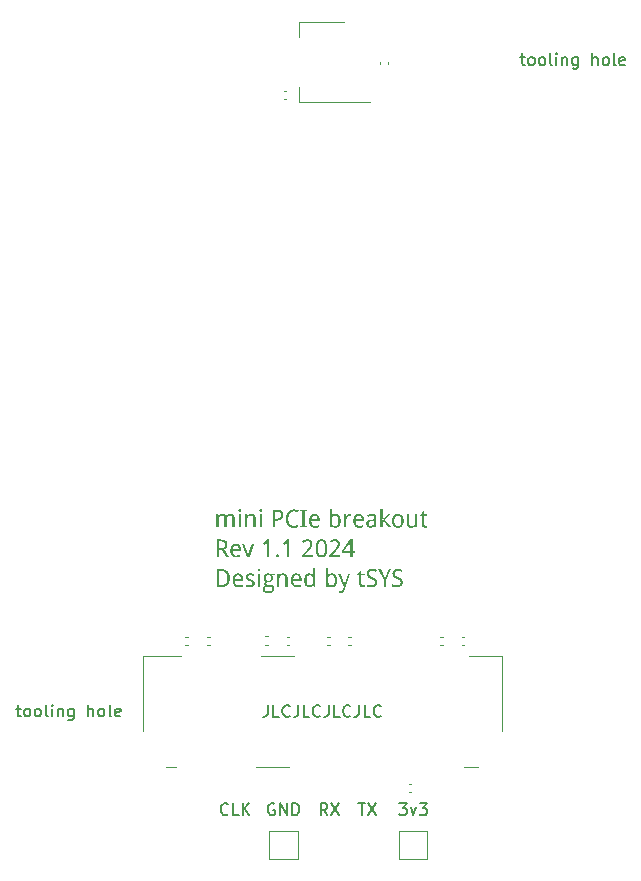
<source format=gto>
%TF.GenerationSoftware,KiCad,Pcbnew,7.0.11-2.fc39*%
%TF.CreationDate,2024-03-16T22:06:29+01:00*%
%TF.ProjectId,mini-pcie-breakout,6d696e69-2d70-4636-9965-2d627265616b,rev?*%
%TF.SameCoordinates,Original*%
%TF.FileFunction,Legend,Top*%
%TF.FilePolarity,Positive*%
%FSLAX46Y46*%
G04 Gerber Fmt 4.6, Leading zero omitted, Abs format (unit mm)*
G04 Created by KiCad (PCBNEW 7.0.11-2.fc39) date 2024-03-16 22:06:29*
%MOMM*%
%LPD*%
G01*
G04 APERTURE LIST*
%ADD10C,0.150000*%
%ADD11C,0.200000*%
%ADD12C,0.120000*%
G04 APERTURE END LIST*
D10*
X63081010Y-94454819D02*
X63652438Y-94454819D01*
X63366724Y-95454819D02*
X63366724Y-94454819D01*
X63890534Y-94454819D02*
X64557200Y-95454819D01*
X64557200Y-94454819D02*
X63890534Y-95454819D01*
X55988095Y-94502438D02*
X55892857Y-94454819D01*
X55892857Y-94454819D02*
X55750000Y-94454819D01*
X55750000Y-94454819D02*
X55607143Y-94502438D01*
X55607143Y-94502438D02*
X55511905Y-94597676D01*
X55511905Y-94597676D02*
X55464286Y-94692914D01*
X55464286Y-94692914D02*
X55416667Y-94883390D01*
X55416667Y-94883390D02*
X55416667Y-95026247D01*
X55416667Y-95026247D02*
X55464286Y-95216723D01*
X55464286Y-95216723D02*
X55511905Y-95311961D01*
X55511905Y-95311961D02*
X55607143Y-95407200D01*
X55607143Y-95407200D02*
X55750000Y-95454819D01*
X55750000Y-95454819D02*
X55845238Y-95454819D01*
X55845238Y-95454819D02*
X55988095Y-95407200D01*
X55988095Y-95407200D02*
X56035714Y-95359580D01*
X56035714Y-95359580D02*
X56035714Y-95026247D01*
X56035714Y-95026247D02*
X55845238Y-95026247D01*
X56464286Y-95454819D02*
X56464286Y-94454819D01*
X56464286Y-94454819D02*
X57035714Y-95454819D01*
X57035714Y-95454819D02*
X57035714Y-94454819D01*
X57511905Y-95454819D02*
X57511905Y-94454819D01*
X57511905Y-94454819D02*
X57750000Y-94454819D01*
X57750000Y-94454819D02*
X57892857Y-94502438D01*
X57892857Y-94502438D02*
X57988095Y-94597676D01*
X57988095Y-94597676D02*
X58035714Y-94692914D01*
X58035714Y-94692914D02*
X58083333Y-94883390D01*
X58083333Y-94883390D02*
X58083333Y-95026247D01*
X58083333Y-95026247D02*
X58035714Y-95216723D01*
X58035714Y-95216723D02*
X57988095Y-95311961D01*
X57988095Y-95311961D02*
X57892857Y-95407200D01*
X57892857Y-95407200D02*
X57750000Y-95454819D01*
X57750000Y-95454819D02*
X57511905Y-95454819D01*
X66559524Y-94454819D02*
X67178571Y-94454819D01*
X67178571Y-94454819D02*
X66845238Y-94835771D01*
X66845238Y-94835771D02*
X66988095Y-94835771D01*
X66988095Y-94835771D02*
X67083333Y-94883390D01*
X67083333Y-94883390D02*
X67130952Y-94931009D01*
X67130952Y-94931009D02*
X67178571Y-95026247D01*
X67178571Y-95026247D02*
X67178571Y-95264342D01*
X67178571Y-95264342D02*
X67130952Y-95359580D01*
X67130952Y-95359580D02*
X67083333Y-95407200D01*
X67083333Y-95407200D02*
X66988095Y-95454819D01*
X66988095Y-95454819D02*
X66702381Y-95454819D01*
X66702381Y-95454819D02*
X66607143Y-95407200D01*
X66607143Y-95407200D02*
X66559524Y-95359580D01*
X67511905Y-94788152D02*
X67750000Y-95454819D01*
X67750000Y-95454819D02*
X67988095Y-94788152D01*
X68273810Y-94454819D02*
X68892857Y-94454819D01*
X68892857Y-94454819D02*
X68559524Y-94835771D01*
X68559524Y-94835771D02*
X68702381Y-94835771D01*
X68702381Y-94835771D02*
X68797619Y-94883390D01*
X68797619Y-94883390D02*
X68845238Y-94931009D01*
X68845238Y-94931009D02*
X68892857Y-95026247D01*
X68892857Y-95026247D02*
X68892857Y-95264342D01*
X68892857Y-95264342D02*
X68845238Y-95359580D01*
X68845238Y-95359580D02*
X68797619Y-95407200D01*
X68797619Y-95407200D02*
X68702381Y-95454819D01*
X68702381Y-95454819D02*
X68416667Y-95454819D01*
X68416667Y-95454819D02*
X68321429Y-95407200D01*
X68321429Y-95407200D02*
X68273810Y-95359580D01*
X52054761Y-95359580D02*
X52007142Y-95407200D01*
X52007142Y-95407200D02*
X51864285Y-95454819D01*
X51864285Y-95454819D02*
X51769047Y-95454819D01*
X51769047Y-95454819D02*
X51626190Y-95407200D01*
X51626190Y-95407200D02*
X51530952Y-95311961D01*
X51530952Y-95311961D02*
X51483333Y-95216723D01*
X51483333Y-95216723D02*
X51435714Y-95026247D01*
X51435714Y-95026247D02*
X51435714Y-94883390D01*
X51435714Y-94883390D02*
X51483333Y-94692914D01*
X51483333Y-94692914D02*
X51530952Y-94597676D01*
X51530952Y-94597676D02*
X51626190Y-94502438D01*
X51626190Y-94502438D02*
X51769047Y-94454819D01*
X51769047Y-94454819D02*
X51864285Y-94454819D01*
X51864285Y-94454819D02*
X52007142Y-94502438D01*
X52007142Y-94502438D02*
X52054761Y-94550057D01*
X52959523Y-95454819D02*
X52483333Y-95454819D01*
X52483333Y-95454819D02*
X52483333Y-94454819D01*
X53292857Y-95454819D02*
X53292857Y-94454819D01*
X53864285Y-95454819D02*
X53435714Y-94883390D01*
X53864285Y-94454819D02*
X53292857Y-95026247D01*
X55430951Y-86154819D02*
X55430951Y-86869104D01*
X55430951Y-86869104D02*
X55383332Y-87011961D01*
X55383332Y-87011961D02*
X55288094Y-87107200D01*
X55288094Y-87107200D02*
X55145237Y-87154819D01*
X55145237Y-87154819D02*
X55049999Y-87154819D01*
X56383332Y-87154819D02*
X55907142Y-87154819D01*
X55907142Y-87154819D02*
X55907142Y-86154819D01*
X57288094Y-87059580D02*
X57240475Y-87107200D01*
X57240475Y-87107200D02*
X57097618Y-87154819D01*
X57097618Y-87154819D02*
X57002380Y-87154819D01*
X57002380Y-87154819D02*
X56859523Y-87107200D01*
X56859523Y-87107200D02*
X56764285Y-87011961D01*
X56764285Y-87011961D02*
X56716666Y-86916723D01*
X56716666Y-86916723D02*
X56669047Y-86726247D01*
X56669047Y-86726247D02*
X56669047Y-86583390D01*
X56669047Y-86583390D02*
X56716666Y-86392914D01*
X56716666Y-86392914D02*
X56764285Y-86297676D01*
X56764285Y-86297676D02*
X56859523Y-86202438D01*
X56859523Y-86202438D02*
X57002380Y-86154819D01*
X57002380Y-86154819D02*
X57097618Y-86154819D01*
X57097618Y-86154819D02*
X57240475Y-86202438D01*
X57240475Y-86202438D02*
X57288094Y-86250057D01*
X58002380Y-86154819D02*
X58002380Y-86869104D01*
X58002380Y-86869104D02*
X57954761Y-87011961D01*
X57954761Y-87011961D02*
X57859523Y-87107200D01*
X57859523Y-87107200D02*
X57716666Y-87154819D01*
X57716666Y-87154819D02*
X57621428Y-87154819D01*
X58954761Y-87154819D02*
X58478571Y-87154819D01*
X58478571Y-87154819D02*
X58478571Y-86154819D01*
X59859523Y-87059580D02*
X59811904Y-87107200D01*
X59811904Y-87107200D02*
X59669047Y-87154819D01*
X59669047Y-87154819D02*
X59573809Y-87154819D01*
X59573809Y-87154819D02*
X59430952Y-87107200D01*
X59430952Y-87107200D02*
X59335714Y-87011961D01*
X59335714Y-87011961D02*
X59288095Y-86916723D01*
X59288095Y-86916723D02*
X59240476Y-86726247D01*
X59240476Y-86726247D02*
X59240476Y-86583390D01*
X59240476Y-86583390D02*
X59288095Y-86392914D01*
X59288095Y-86392914D02*
X59335714Y-86297676D01*
X59335714Y-86297676D02*
X59430952Y-86202438D01*
X59430952Y-86202438D02*
X59573809Y-86154819D01*
X59573809Y-86154819D02*
X59669047Y-86154819D01*
X59669047Y-86154819D02*
X59811904Y-86202438D01*
X59811904Y-86202438D02*
X59859523Y-86250057D01*
X60573809Y-86154819D02*
X60573809Y-86869104D01*
X60573809Y-86869104D02*
X60526190Y-87011961D01*
X60526190Y-87011961D02*
X60430952Y-87107200D01*
X60430952Y-87107200D02*
X60288095Y-87154819D01*
X60288095Y-87154819D02*
X60192857Y-87154819D01*
X61526190Y-87154819D02*
X61050000Y-87154819D01*
X61050000Y-87154819D02*
X61050000Y-86154819D01*
X62430952Y-87059580D02*
X62383333Y-87107200D01*
X62383333Y-87107200D02*
X62240476Y-87154819D01*
X62240476Y-87154819D02*
X62145238Y-87154819D01*
X62145238Y-87154819D02*
X62002381Y-87107200D01*
X62002381Y-87107200D02*
X61907143Y-87011961D01*
X61907143Y-87011961D02*
X61859524Y-86916723D01*
X61859524Y-86916723D02*
X61811905Y-86726247D01*
X61811905Y-86726247D02*
X61811905Y-86583390D01*
X61811905Y-86583390D02*
X61859524Y-86392914D01*
X61859524Y-86392914D02*
X61907143Y-86297676D01*
X61907143Y-86297676D02*
X62002381Y-86202438D01*
X62002381Y-86202438D02*
X62145238Y-86154819D01*
X62145238Y-86154819D02*
X62240476Y-86154819D01*
X62240476Y-86154819D02*
X62383333Y-86202438D01*
X62383333Y-86202438D02*
X62430952Y-86250057D01*
X63145238Y-86154819D02*
X63145238Y-86869104D01*
X63145238Y-86869104D02*
X63097619Y-87011961D01*
X63097619Y-87011961D02*
X63002381Y-87107200D01*
X63002381Y-87107200D02*
X62859524Y-87154819D01*
X62859524Y-87154819D02*
X62764286Y-87154819D01*
X64097619Y-87154819D02*
X63621429Y-87154819D01*
X63621429Y-87154819D02*
X63621429Y-86154819D01*
X65002381Y-87059580D02*
X64954762Y-87107200D01*
X64954762Y-87107200D02*
X64811905Y-87154819D01*
X64811905Y-87154819D02*
X64716667Y-87154819D01*
X64716667Y-87154819D02*
X64573810Y-87107200D01*
X64573810Y-87107200D02*
X64478572Y-87011961D01*
X64478572Y-87011961D02*
X64430953Y-86916723D01*
X64430953Y-86916723D02*
X64383334Y-86726247D01*
X64383334Y-86726247D02*
X64383334Y-86583390D01*
X64383334Y-86583390D02*
X64430953Y-86392914D01*
X64430953Y-86392914D02*
X64478572Y-86297676D01*
X64478572Y-86297676D02*
X64573810Y-86202438D01*
X64573810Y-86202438D02*
X64716667Y-86154819D01*
X64716667Y-86154819D02*
X64811905Y-86154819D01*
X64811905Y-86154819D02*
X64954762Y-86202438D01*
X64954762Y-86202438D02*
X65002381Y-86250057D01*
X60483333Y-95461904D02*
X60150000Y-94985713D01*
X59911905Y-95461904D02*
X59911905Y-94461904D01*
X59911905Y-94461904D02*
X60292857Y-94461904D01*
X60292857Y-94461904D02*
X60388095Y-94509523D01*
X60388095Y-94509523D02*
X60435714Y-94557142D01*
X60435714Y-94557142D02*
X60483333Y-94652380D01*
X60483333Y-94652380D02*
X60483333Y-94795237D01*
X60483333Y-94795237D02*
X60435714Y-94890475D01*
X60435714Y-94890475D02*
X60388095Y-94938094D01*
X60388095Y-94938094D02*
X60292857Y-94985713D01*
X60292857Y-94985713D02*
X59911905Y-94985713D01*
X60816667Y-94461904D02*
X61483333Y-95461904D01*
X61483333Y-94461904D02*
X60816667Y-95461904D01*
D11*
G36*
X52434333Y-71102500D02*
G01*
X52434333Y-70376366D01*
X52434131Y-70359912D01*
X52433526Y-70343982D01*
X52432517Y-70328576D01*
X52431104Y-70313694D01*
X52428229Y-70292353D01*
X52424446Y-70272191D01*
X52419754Y-70253207D01*
X52414154Y-70235401D01*
X52407647Y-70218774D01*
X52400231Y-70203326D01*
X52391907Y-70189056D01*
X52382676Y-70175964D01*
X52372556Y-70164048D01*
X52361432Y-70153304D01*
X52349304Y-70143732D01*
X52336170Y-70135332D01*
X52322032Y-70128104D01*
X52306890Y-70122049D01*
X52290743Y-70117165D01*
X52273591Y-70113453D01*
X52255434Y-70110914D01*
X52236273Y-70109546D01*
X52222941Y-70109286D01*
X52204514Y-70109664D01*
X52186785Y-70110797D01*
X52169755Y-70112686D01*
X52153423Y-70115331D01*
X52137790Y-70118731D01*
X52122855Y-70122887D01*
X52108618Y-70127799D01*
X52095080Y-70133466D01*
X52079164Y-70141577D01*
X52064161Y-70150797D01*
X52050070Y-70161126D01*
X52036891Y-70172564D01*
X52024624Y-70185111D01*
X52013270Y-70198768D01*
X52008984Y-70204541D01*
X51999004Y-70219635D01*
X51991651Y-70232510D01*
X51984859Y-70246094D01*
X51978628Y-70260388D01*
X51972958Y-70275391D01*
X51967849Y-70291105D01*
X51963301Y-70307528D01*
X51960258Y-70320312D01*
X51956651Y-70337955D01*
X51953526Y-70356261D01*
X51950881Y-70375232D01*
X51949213Y-70389896D01*
X51947816Y-70404933D01*
X51946689Y-70420344D01*
X51945832Y-70436129D01*
X51945246Y-70452287D01*
X51944931Y-70468818D01*
X51944870Y-70480047D01*
X51944870Y-71102500D01*
X51756193Y-71102500D01*
X51756193Y-70376366D01*
X51755994Y-70359912D01*
X51755397Y-70343982D01*
X51754402Y-70328576D01*
X51753010Y-70313694D01*
X51750175Y-70292353D01*
X51746446Y-70272191D01*
X51741821Y-70253207D01*
X51736300Y-70235401D01*
X51729885Y-70218774D01*
X51722575Y-70203326D01*
X51714369Y-70189056D01*
X51705268Y-70175964D01*
X51695214Y-70164048D01*
X51684149Y-70153304D01*
X51672073Y-70143732D01*
X51658986Y-70135332D01*
X51644888Y-70128104D01*
X51629779Y-70122049D01*
X51613658Y-70117165D01*
X51596527Y-70113453D01*
X51578384Y-70110914D01*
X51559231Y-70109546D01*
X51545900Y-70109286D01*
X51526511Y-70109704D01*
X51507912Y-70110957D01*
X51490104Y-70113047D01*
X51473085Y-70115972D01*
X51456856Y-70119733D01*
X51441417Y-70124330D01*
X51426768Y-70129762D01*
X51412909Y-70136031D01*
X51399863Y-70143117D01*
X51387470Y-70151006D01*
X51372896Y-70161993D01*
X51359342Y-70174233D01*
X51349232Y-70184926D01*
X51339775Y-70196421D01*
X51330971Y-70208717D01*
X51326814Y-70215165D01*
X51319040Y-70228635D01*
X51311839Y-70242849D01*
X51305210Y-70257807D01*
X51299153Y-70273509D01*
X51293669Y-70289955D01*
X51288758Y-70307146D01*
X51284419Y-70325080D01*
X51280652Y-70343759D01*
X51277389Y-70363073D01*
X51275227Y-70378025D01*
X51273310Y-70393376D01*
X51271638Y-70409126D01*
X51270211Y-70425275D01*
X51269028Y-70441824D01*
X51268090Y-70458772D01*
X51267396Y-70476119D01*
X51266948Y-70493865D01*
X51266744Y-70512011D01*
X51266730Y-70518148D01*
X51266730Y-71102500D01*
X51079152Y-71102500D01*
X51079152Y-69977028D01*
X51231926Y-69977028D01*
X51258670Y-70126871D01*
X51268928Y-70126871D01*
X51276928Y-70113313D01*
X51285357Y-70100346D01*
X51294216Y-70087968D01*
X51303504Y-70076182D01*
X51313221Y-70064985D01*
X51323368Y-70054379D01*
X51327547Y-70050301D01*
X51338355Y-70040380D01*
X51351750Y-70029183D01*
X51365609Y-70018759D01*
X51379932Y-70009108D01*
X51394718Y-70000229D01*
X51402285Y-69996079D01*
X51417715Y-69988248D01*
X51433506Y-69981242D01*
X51449658Y-69975059D01*
X51466170Y-69969701D01*
X51483042Y-69965167D01*
X51488747Y-69963839D01*
X51503199Y-69960884D01*
X51517705Y-69958430D01*
X51532265Y-69956476D01*
X51546879Y-69955024D01*
X51561546Y-69954072D01*
X51576266Y-69953621D01*
X51582170Y-69953581D01*
X51597441Y-69953759D01*
X51612389Y-69954291D01*
X51634205Y-69955755D01*
X51655292Y-69958018D01*
X51675652Y-69961079D01*
X51695285Y-69964938D01*
X51714189Y-69969597D01*
X51732366Y-69975054D01*
X51749815Y-69981309D01*
X51766537Y-69988363D01*
X51782531Y-69996215D01*
X51787700Y-69999010D01*
X51802711Y-70007979D01*
X51816968Y-70017849D01*
X51830471Y-70028621D01*
X51843221Y-70040295D01*
X51855218Y-70052870D01*
X51866461Y-70066347D01*
X51876951Y-70080725D01*
X51886687Y-70096005D01*
X51895670Y-70112187D01*
X51903899Y-70129270D01*
X51908967Y-70141160D01*
X51917027Y-70141160D01*
X51925644Y-70126369D01*
X51934780Y-70112223D01*
X51944434Y-70098720D01*
X51954608Y-70085862D01*
X51965300Y-70073647D01*
X51976511Y-70062076D01*
X51981140Y-70057629D01*
X51993103Y-70046933D01*
X52005405Y-70036827D01*
X52018047Y-70027312D01*
X52031029Y-70018388D01*
X52044351Y-70010053D01*
X52058013Y-70002309D01*
X52063572Y-69999377D01*
X52077762Y-69992450D01*
X52092166Y-69986096D01*
X52106785Y-69980314D01*
X52121618Y-69975105D01*
X52136666Y-69970468D01*
X52151929Y-69966404D01*
X52158094Y-69964938D01*
X52173604Y-69961667D01*
X52189221Y-69958949D01*
X52204945Y-69956786D01*
X52220777Y-69955178D01*
X52236716Y-69954125D01*
X52252762Y-69953626D01*
X52259211Y-69953581D01*
X52281395Y-69953965D01*
X52302883Y-69955115D01*
X52323675Y-69957033D01*
X52343772Y-69959718D01*
X52363174Y-69963170D01*
X52381880Y-69967389D01*
X52399891Y-69972374D01*
X52417206Y-69978128D01*
X52433825Y-69984648D01*
X52449749Y-69991935D01*
X52464977Y-69999989D01*
X52479510Y-70008811D01*
X52493348Y-70018399D01*
X52506490Y-70028755D01*
X52518936Y-70039877D01*
X52530687Y-70051767D01*
X52541734Y-70064499D01*
X52552068Y-70078151D01*
X52561689Y-70092721D01*
X52570598Y-70108210D01*
X52578794Y-70124617D01*
X52586277Y-70141944D01*
X52593048Y-70160189D01*
X52599105Y-70179353D01*
X52604451Y-70199436D01*
X52609083Y-70220437D01*
X52613003Y-70242358D01*
X52616210Y-70265197D01*
X52618704Y-70288955D01*
X52620486Y-70313631D01*
X52621555Y-70339227D01*
X52621912Y-70365741D01*
X52621912Y-71102500D01*
X52434333Y-71102500D01*
G37*
G36*
X53148377Y-71102500D02*
G01*
X52960799Y-71102500D01*
X52960799Y-69977028D01*
X53148377Y-69977028D01*
X53148377Y-71102500D01*
G37*
G36*
X52946510Y-69671847D02*
G01*
X52947003Y-69656992D01*
X52949003Y-69639921D01*
X52952541Y-69624513D01*
X52958818Y-69608220D01*
X52967310Y-69594322D01*
X52978018Y-69582821D01*
X52990348Y-69573358D01*
X53003709Y-69565853D01*
X53018100Y-69560306D01*
X53033522Y-69556717D01*
X53049974Y-69555086D01*
X53055687Y-69554977D01*
X53071000Y-69555756D01*
X53085707Y-69558094D01*
X53098551Y-69561571D01*
X53112891Y-69567651D01*
X53125685Y-69575997D01*
X53133356Y-69582821D01*
X53143746Y-69594619D01*
X53151731Y-69607334D01*
X53157170Y-69619091D01*
X53161807Y-69633688D01*
X53164511Y-69648294D01*
X53165825Y-69664291D01*
X53165963Y-69671847D01*
X53165166Y-69689661D01*
X53162778Y-69706008D01*
X53158798Y-69720888D01*
X53151920Y-69736807D01*
X53142750Y-69750615D01*
X53133356Y-69760507D01*
X53120802Y-69770343D01*
X53107321Y-69778144D01*
X53092913Y-69783910D01*
X53077577Y-69787641D01*
X53061314Y-69789337D01*
X53055687Y-69789450D01*
X53038891Y-69788445D01*
X53023126Y-69785431D01*
X53008392Y-69780408D01*
X52994687Y-69773376D01*
X52982013Y-69764334D01*
X52978018Y-69760874D01*
X52967310Y-69748925D01*
X52958818Y-69734787D01*
X52952541Y-69718460D01*
X52949003Y-69703181D01*
X52947003Y-69686381D01*
X52946510Y-69671847D01*
G37*
G36*
X54210101Y-71102500D02*
G01*
X54210101Y-70376366D01*
X54209889Y-70359912D01*
X54209253Y-70343982D01*
X54208194Y-70328576D01*
X54206712Y-70313694D01*
X54203694Y-70292353D01*
X54199722Y-70272191D01*
X54194798Y-70253207D01*
X54188920Y-70235401D01*
X54182090Y-70218774D01*
X54174306Y-70203326D01*
X54165569Y-70189056D01*
X54155879Y-70175964D01*
X54145237Y-70164048D01*
X54133506Y-70153304D01*
X54120687Y-70143732D01*
X54106780Y-70135332D01*
X54091785Y-70128104D01*
X54075701Y-70122049D01*
X54058529Y-70117165D01*
X54040268Y-70113453D01*
X54020919Y-70110914D01*
X54000482Y-70109546D01*
X53986252Y-70109286D01*
X53970891Y-70109521D01*
X53955993Y-70110226D01*
X53936850Y-70111898D01*
X53918532Y-70114405D01*
X53901038Y-70117748D01*
X53884369Y-70121927D01*
X53868523Y-70126942D01*
X53853502Y-70132792D01*
X53846301Y-70136031D01*
X53832454Y-70143117D01*
X53819304Y-70151006D01*
X53806854Y-70159695D01*
X53795102Y-70169187D01*
X53784048Y-70179479D01*
X53773692Y-70190573D01*
X53764035Y-70202468D01*
X53755076Y-70215165D01*
X53746770Y-70228635D01*
X53739071Y-70242849D01*
X53731978Y-70257807D01*
X53725492Y-70273509D01*
X53719613Y-70289955D01*
X53714341Y-70307146D01*
X53709676Y-70325080D01*
X53705617Y-70343759D01*
X53702933Y-70358178D01*
X53700512Y-70372997D01*
X53698356Y-70388214D01*
X53696464Y-70403831D01*
X53694835Y-70419848D01*
X53693471Y-70436263D01*
X53692371Y-70453078D01*
X53691535Y-70470292D01*
X53690963Y-70487906D01*
X53690655Y-70505918D01*
X53690596Y-70518148D01*
X53690596Y-71102500D01*
X53503018Y-71102500D01*
X53503018Y-69977028D01*
X53655792Y-69977028D01*
X53682536Y-70126505D01*
X53692794Y-70126505D01*
X53701050Y-70112947D01*
X53709789Y-70099979D01*
X53719010Y-70087602D01*
X53728715Y-70075815D01*
X53738903Y-70064619D01*
X53749574Y-70054012D01*
X53753977Y-70049935D01*
X53765349Y-70040014D01*
X53777025Y-70030629D01*
X53789005Y-70021781D01*
X53801290Y-70013470D01*
X53813878Y-70005696D01*
X53826771Y-69998458D01*
X53832013Y-69995713D01*
X53845304Y-69989235D01*
X53858846Y-69983312D01*
X53872638Y-69977944D01*
X53886681Y-69973130D01*
X53900974Y-69968871D01*
X53915518Y-69965166D01*
X53921406Y-69963839D01*
X53936334Y-69960884D01*
X53951352Y-69958430D01*
X53966459Y-69956476D01*
X53981655Y-69955024D01*
X53996941Y-69954072D01*
X54012317Y-69953621D01*
X54018492Y-69953581D01*
X54041712Y-69953965D01*
X54064202Y-69955115D01*
X54085962Y-69957033D01*
X54106992Y-69959718D01*
X54127292Y-69963170D01*
X54146863Y-69967389D01*
X54165703Y-69972374D01*
X54183814Y-69978128D01*
X54201195Y-69984648D01*
X54217846Y-69991935D01*
X54233767Y-69999989D01*
X54248958Y-70008811D01*
X54263420Y-70018399D01*
X54277151Y-70028755D01*
X54290153Y-70039877D01*
X54302424Y-70051767D01*
X54313959Y-70064499D01*
X54324750Y-70078151D01*
X54334796Y-70092721D01*
X54344098Y-70108210D01*
X54352656Y-70124617D01*
X54360470Y-70141944D01*
X54367540Y-70160189D01*
X54373866Y-70179353D01*
X54379447Y-70199436D01*
X54384284Y-70220437D01*
X54388377Y-70242358D01*
X54391726Y-70265197D01*
X54394330Y-70288955D01*
X54396191Y-70313631D01*
X54397307Y-70339227D01*
X54397679Y-70365741D01*
X54397679Y-71102500D01*
X54210101Y-71102500D01*
G37*
G36*
X54925976Y-71102500D02*
G01*
X54738398Y-71102500D01*
X54738398Y-69977028D01*
X54925976Y-69977028D01*
X54925976Y-71102500D01*
G37*
G36*
X54724110Y-69671847D02*
G01*
X54724602Y-69656992D01*
X54726602Y-69639921D01*
X54730140Y-69624513D01*
X54736417Y-69608220D01*
X54744910Y-69594322D01*
X54755617Y-69582821D01*
X54767948Y-69573358D01*
X54781308Y-69565853D01*
X54795700Y-69560306D01*
X54811121Y-69556717D01*
X54827573Y-69555086D01*
X54833286Y-69554977D01*
X54848600Y-69555756D01*
X54863307Y-69558094D01*
X54876151Y-69561571D01*
X54890491Y-69567651D01*
X54903285Y-69575997D01*
X54910956Y-69582821D01*
X54921345Y-69594619D01*
X54929331Y-69607334D01*
X54934769Y-69619091D01*
X54939406Y-69633688D01*
X54942111Y-69648294D01*
X54943425Y-69664291D01*
X54943562Y-69671847D01*
X54942766Y-69689661D01*
X54940378Y-69706008D01*
X54936397Y-69720888D01*
X54929520Y-69736807D01*
X54920349Y-69750615D01*
X54910956Y-69760507D01*
X54898402Y-69770343D01*
X54884921Y-69778144D01*
X54870512Y-69783910D01*
X54855177Y-69787641D01*
X54838913Y-69789337D01*
X54833286Y-69789450D01*
X54816491Y-69788445D01*
X54800726Y-69785431D01*
X54785991Y-69780408D01*
X54772287Y-69773376D01*
X54759613Y-69764334D01*
X54755617Y-69760874D01*
X54744910Y-69748925D01*
X54736417Y-69734787D01*
X54730140Y-69718460D01*
X54726602Y-69703181D01*
X54724602Y-69686381D01*
X54724110Y-69671847D01*
G37*
G36*
X56241852Y-69601986D02*
G01*
X56258667Y-69602329D01*
X56275180Y-69602902D01*
X56291393Y-69603703D01*
X56307306Y-69604734D01*
X56322918Y-69605993D01*
X56338229Y-69607481D01*
X56353240Y-69609199D01*
X56367950Y-69611145D01*
X56389453Y-69614494D01*
X56410278Y-69618358D01*
X56430428Y-69622737D01*
X56449902Y-69627631D01*
X56462508Y-69631181D01*
X56480952Y-69636846D01*
X56498778Y-69642987D01*
X56515986Y-69649605D01*
X56532575Y-69656700D01*
X56548547Y-69664271D01*
X56563900Y-69672319D01*
X56578634Y-69680844D01*
X56592751Y-69689845D01*
X56606249Y-69699322D01*
X56619129Y-69709276D01*
X56627372Y-69716177D01*
X56639231Y-69726850D01*
X56650492Y-69737987D01*
X56661153Y-69749588D01*
X56671216Y-69761652D01*
X56680679Y-69774180D01*
X56689544Y-69787172D01*
X56697810Y-69800627D01*
X56705476Y-69814546D01*
X56712544Y-69828929D01*
X56719013Y-69843775D01*
X56722993Y-69853930D01*
X56728558Y-69869448D01*
X56733576Y-69885366D01*
X56738047Y-69901683D01*
X56741970Y-69918399D01*
X56745345Y-69935514D01*
X56748174Y-69953029D01*
X56750454Y-69970943D01*
X56752188Y-69989256D01*
X56753374Y-70007968D01*
X56754013Y-70027080D01*
X56754134Y-70040043D01*
X56753883Y-70057496D01*
X56753130Y-70074819D01*
X56751874Y-70092014D01*
X56750116Y-70109080D01*
X56747855Y-70126017D01*
X56745092Y-70142825D01*
X56741827Y-70159505D01*
X56738060Y-70176056D01*
X56733790Y-70192478D01*
X56729018Y-70208771D01*
X56725558Y-70219562D01*
X56719946Y-70235465D01*
X56713691Y-70251027D01*
X56706792Y-70266248D01*
X56699248Y-70281128D01*
X56691061Y-70295666D01*
X56682229Y-70309863D01*
X56672754Y-70323719D01*
X56662635Y-70337233D01*
X56651871Y-70350406D01*
X56640464Y-70363238D01*
X56632501Y-70371603D01*
X56619975Y-70383736D01*
X56606715Y-70395405D01*
X56592721Y-70406611D01*
X56577993Y-70417353D01*
X56562531Y-70427631D01*
X56546334Y-70437445D01*
X56529403Y-70446796D01*
X56511738Y-70455683D01*
X56493339Y-70464107D01*
X56474206Y-70472067D01*
X56461043Y-70477116D01*
X56440615Y-70484121D01*
X56426510Y-70488409D01*
X56412016Y-70492390D01*
X56397132Y-70496065D01*
X56381859Y-70499434D01*
X56366197Y-70502497D01*
X56350146Y-70505253D01*
X56333705Y-70507703D01*
X56316876Y-70509847D01*
X56299656Y-70511685D01*
X56282048Y-70513216D01*
X56264050Y-70514441D01*
X56245664Y-70515360D01*
X56226887Y-70515972D01*
X56207722Y-70516278D01*
X56197993Y-70516317D01*
X56043387Y-70516317D01*
X56043387Y-71102500D01*
X55851779Y-71102500D01*
X55851779Y-69765636D01*
X56043387Y-69765636D01*
X56043387Y-70352552D01*
X56176378Y-70352552D01*
X56194094Y-70352410D01*
X56211386Y-70351985D01*
X56228252Y-70351277D01*
X56244693Y-70350285D01*
X56260709Y-70349010D01*
X56276301Y-70347451D01*
X56291467Y-70345610D01*
X56306208Y-70343484D01*
X56325202Y-70340210D01*
X56343440Y-70336432D01*
X56361002Y-70332007D01*
X56377786Y-70326975D01*
X56393792Y-70321336D01*
X56409019Y-70315091D01*
X56423468Y-70308239D01*
X56437137Y-70300780D01*
X56450029Y-70292714D01*
X56462142Y-70284042D01*
X56473499Y-70274642D01*
X56486665Y-70261959D01*
X56498687Y-70248238D01*
X56509563Y-70233480D01*
X56517440Y-70220926D01*
X56524584Y-70207708D01*
X56530995Y-70193827D01*
X56532484Y-70190252D01*
X56538065Y-70175398D01*
X56542902Y-70159776D01*
X56546995Y-70143386D01*
X56550344Y-70126230D01*
X56552949Y-70108307D01*
X56554809Y-70089617D01*
X56555925Y-70070159D01*
X56556274Y-70055063D01*
X56556297Y-70049935D01*
X56555967Y-70032139D01*
X56554975Y-70014930D01*
X56553322Y-69998308D01*
X56551008Y-69982272D01*
X56548033Y-69966823D01*
X56544396Y-69951961D01*
X56540099Y-69937686D01*
X56532413Y-69917373D01*
X56523239Y-69898380D01*
X56512577Y-69880708D01*
X56500428Y-69864356D01*
X56486792Y-69849324D01*
X56471667Y-69835612D01*
X56455034Y-69823106D01*
X56436732Y-69811831D01*
X56423605Y-69804998D01*
X56409736Y-69798711D01*
X56395126Y-69792970D01*
X56379774Y-69787777D01*
X56363681Y-69783130D01*
X56346847Y-69779030D01*
X56329272Y-69775477D01*
X56310955Y-69772470D01*
X56291897Y-69770010D01*
X56272098Y-69768096D01*
X56251557Y-69766730D01*
X56230275Y-69765910D01*
X56208251Y-69765636D01*
X56043387Y-69765636D01*
X55851779Y-69765636D01*
X55851779Y-69601871D01*
X56224738Y-69601871D01*
X56241852Y-69601986D01*
G37*
G36*
X57652459Y-69747318D02*
G01*
X57631963Y-69747685D01*
X57611827Y-69748786D01*
X57592052Y-69750622D01*
X57572638Y-69753191D01*
X57553584Y-69756495D01*
X57534891Y-69760533D01*
X57516558Y-69765305D01*
X57498586Y-69770811D01*
X57480975Y-69777052D01*
X57463725Y-69784026D01*
X57452424Y-69789084D01*
X57435826Y-69797171D01*
X57419692Y-69805909D01*
X57404021Y-69815298D01*
X57388814Y-69825336D01*
X57374071Y-69836026D01*
X57359792Y-69847366D01*
X57345976Y-69859356D01*
X57332623Y-69871996D01*
X57319735Y-69885287D01*
X57307310Y-69899229D01*
X57299284Y-69908885D01*
X57287655Y-69923816D01*
X57276534Y-69939346D01*
X57265922Y-69955475D01*
X57255819Y-69972203D01*
X57246224Y-69989530D01*
X57237138Y-70007455D01*
X57228561Y-70025980D01*
X57220493Y-70045104D01*
X57212934Y-70064826D01*
X57205883Y-70085147D01*
X57201465Y-70099028D01*
X57197295Y-70113154D01*
X57193393Y-70127507D01*
X57189761Y-70142086D01*
X57186398Y-70156890D01*
X57183304Y-70171921D01*
X57180479Y-70187178D01*
X57177923Y-70202662D01*
X57175636Y-70218371D01*
X57173618Y-70234306D01*
X57171870Y-70250468D01*
X57170390Y-70266856D01*
X57169179Y-70283469D01*
X57168237Y-70300309D01*
X57167565Y-70317375D01*
X57167161Y-70334667D01*
X57167027Y-70352185D01*
X57167145Y-70370195D01*
X57167502Y-70387952D01*
X57168096Y-70405457D01*
X57168927Y-70422711D01*
X57169996Y-70439712D01*
X57171303Y-70456462D01*
X57172847Y-70472960D01*
X57174629Y-70489206D01*
X57176648Y-70505200D01*
X57178905Y-70520942D01*
X57181399Y-70536432D01*
X57184131Y-70551671D01*
X57187101Y-70566657D01*
X57190308Y-70581392D01*
X57193753Y-70595875D01*
X57197435Y-70610106D01*
X57203404Y-70630886D01*
X57209907Y-70651047D01*
X57216945Y-70670590D01*
X57224517Y-70689515D01*
X57232624Y-70707822D01*
X57241266Y-70725511D01*
X57250441Y-70742581D01*
X57260152Y-70759033D01*
X57270397Y-70774867D01*
X57281176Y-70790082D01*
X57288660Y-70799883D01*
X57300324Y-70813986D01*
X57312509Y-70827446D01*
X57325216Y-70840261D01*
X57338445Y-70852433D01*
X57352196Y-70863961D01*
X57366468Y-70874844D01*
X57381261Y-70885084D01*
X57396577Y-70894679D01*
X57412414Y-70903631D01*
X57428773Y-70911939D01*
X57439968Y-70917119D01*
X57457271Y-70924256D01*
X57475109Y-70930690D01*
X57493481Y-70936423D01*
X57512388Y-70941454D01*
X57531829Y-70945783D01*
X57551805Y-70949409D01*
X57572315Y-70952334D01*
X57593360Y-70954557D01*
X57614940Y-70956078D01*
X57629623Y-70956702D01*
X57644544Y-70957014D01*
X57652093Y-70957053D01*
X57669251Y-70956898D01*
X57686242Y-70956435D01*
X57703066Y-70955662D01*
X57719722Y-70954580D01*
X57736210Y-70953189D01*
X57752531Y-70951489D01*
X57768685Y-70949479D01*
X57784671Y-70947161D01*
X57800490Y-70944534D01*
X57816141Y-70941597D01*
X57826482Y-70939467D01*
X57841919Y-70936056D01*
X57857317Y-70932555D01*
X57872677Y-70928964D01*
X57887997Y-70925282D01*
X57903279Y-70921511D01*
X57918523Y-70917649D01*
X57933728Y-70913697D01*
X57948894Y-70909655D01*
X57964021Y-70905522D01*
X57979110Y-70901300D01*
X57989148Y-70898435D01*
X57989148Y-71065130D01*
X57974036Y-71070785D01*
X57958923Y-71076207D01*
X57943811Y-71081398D01*
X57928698Y-71086357D01*
X57913586Y-71091084D01*
X57908548Y-71092608D01*
X57893431Y-71096837D01*
X57878031Y-71100731D01*
X57862347Y-71104290D01*
X57846381Y-71107514D01*
X57830130Y-71110404D01*
X57824651Y-71111292D01*
X57808070Y-71113911D01*
X57791025Y-71116273D01*
X57776467Y-71118044D01*
X57761587Y-71119636D01*
X57746385Y-71121049D01*
X57730861Y-71122283D01*
X57715023Y-71123339D01*
X57698647Y-71124215D01*
X57681735Y-71124913D01*
X57664286Y-71125432D01*
X57646301Y-71125772D01*
X57631526Y-71125915D01*
X57620219Y-71125947D01*
X57599284Y-71125729D01*
X57578700Y-71125077D01*
X57558468Y-71123989D01*
X57538589Y-71122466D01*
X57519061Y-71120509D01*
X57499886Y-71118116D01*
X57481062Y-71115288D01*
X57462591Y-71112025D01*
X57444472Y-71108327D01*
X57426705Y-71104194D01*
X57409289Y-71099626D01*
X57392226Y-71094623D01*
X57375515Y-71089184D01*
X57359156Y-71083311D01*
X57343149Y-71077003D01*
X57327494Y-71070259D01*
X57312227Y-71063118D01*
X57297292Y-71055616D01*
X57282689Y-71047754D01*
X57268418Y-71039531D01*
X57254479Y-71030947D01*
X57240872Y-71022002D01*
X57227597Y-71012697D01*
X57214654Y-71003032D01*
X57202043Y-70993005D01*
X57189764Y-70982618D01*
X57177817Y-70971871D01*
X57166202Y-70960762D01*
X57154920Y-70949293D01*
X57143969Y-70937464D01*
X57133350Y-70925274D01*
X57123063Y-70912723D01*
X57113150Y-70899831D01*
X57103560Y-70886619D01*
X57094293Y-70873087D01*
X57085350Y-70859234D01*
X57076731Y-70845060D01*
X57068435Y-70830566D01*
X57060462Y-70815751D01*
X57052813Y-70800615D01*
X57045487Y-70785159D01*
X57038484Y-70769383D01*
X57031805Y-70753286D01*
X57025450Y-70736868D01*
X57019418Y-70720130D01*
X57013709Y-70703071D01*
X57008324Y-70685691D01*
X57003262Y-70667991D01*
X56998515Y-70649965D01*
X56994074Y-70631699D01*
X56989940Y-70613191D01*
X56986111Y-70594444D01*
X56982589Y-70575456D01*
X56979374Y-70556227D01*
X56976464Y-70536759D01*
X56973861Y-70517049D01*
X56971564Y-70497100D01*
X56969574Y-70476910D01*
X56967889Y-70456479D01*
X56966511Y-70435808D01*
X56965439Y-70414897D01*
X56964673Y-70393745D01*
X56964214Y-70372353D01*
X56964061Y-70350720D01*
X56964236Y-70329448D01*
X56964759Y-70308405D01*
X56965632Y-70287591D01*
X56966854Y-70267006D01*
X56968426Y-70246650D01*
X56970346Y-70226523D01*
X56972616Y-70206624D01*
X56975235Y-70186955D01*
X56978203Y-70167515D01*
X56981520Y-70148304D01*
X56985187Y-70129322D01*
X56989203Y-70110568D01*
X56993568Y-70092044D01*
X56998282Y-70073749D01*
X57003345Y-70055682D01*
X57008757Y-70037845D01*
X57014553Y-70020234D01*
X57020676Y-70002937D01*
X57027124Y-69985956D01*
X57033899Y-69969289D01*
X57041000Y-69952937D01*
X57048428Y-69936900D01*
X57056181Y-69921178D01*
X57064262Y-69905771D01*
X57072668Y-69890678D01*
X57081401Y-69875900D01*
X57090459Y-69861438D01*
X57099845Y-69847290D01*
X57109556Y-69833457D01*
X57119594Y-69819938D01*
X57129958Y-69806735D01*
X57140648Y-69793846D01*
X57151710Y-69781248D01*
X57163094Y-69769008D01*
X57174802Y-69757125D01*
X57186833Y-69745601D01*
X57199188Y-69734434D01*
X57211866Y-69723625D01*
X57224868Y-69713173D01*
X57238193Y-69703080D01*
X57251841Y-69693344D01*
X57265813Y-69683966D01*
X57280109Y-69674945D01*
X57294728Y-69666283D01*
X57309670Y-69657978D01*
X57324935Y-69650031D01*
X57340525Y-69642442D01*
X57356437Y-69635211D01*
X57372706Y-69628334D01*
X57389272Y-69621901D01*
X57406137Y-69615912D01*
X57423299Y-69610367D01*
X57440758Y-69605265D01*
X57458515Y-69600606D01*
X57476570Y-69596392D01*
X57494923Y-69592621D01*
X57513573Y-69589293D01*
X57532521Y-69586410D01*
X57551766Y-69583970D01*
X57571310Y-69581973D01*
X57591151Y-69580421D01*
X57611289Y-69579311D01*
X57631725Y-69578646D01*
X57652459Y-69578424D01*
X57673249Y-69578624D01*
X57693851Y-69579223D01*
X57714267Y-69580221D01*
X57734496Y-69581618D01*
X57754539Y-69583415D01*
X57774394Y-69585611D01*
X57794063Y-69588206D01*
X57813545Y-69591201D01*
X57832840Y-69594595D01*
X57851949Y-69598388D01*
X57864584Y-69601139D01*
X57883370Y-69605578D01*
X57901807Y-69610378D01*
X57919897Y-69615539D01*
X57937640Y-69621060D01*
X57955034Y-69626942D01*
X57972081Y-69633184D01*
X57988780Y-69639787D01*
X58005131Y-69646751D01*
X58021134Y-69654075D01*
X58036790Y-69661761D01*
X58047034Y-69667084D01*
X57966800Y-69827918D01*
X57950325Y-69819818D01*
X57933507Y-69812004D01*
X57916345Y-69804477D01*
X57898839Y-69797235D01*
X57880991Y-69790280D01*
X57862798Y-69783611D01*
X57848929Y-69778797D01*
X57834866Y-69774144D01*
X57825383Y-69771132D01*
X57810915Y-69766876D01*
X57796086Y-69763039D01*
X57780896Y-69759620D01*
X57765345Y-69756620D01*
X57749434Y-69754039D01*
X57733163Y-69751876D01*
X57716530Y-69750132D01*
X57699537Y-69748806D01*
X57682184Y-69747899D01*
X57664469Y-69747411D01*
X57652459Y-69747318D01*
G37*
G36*
X58731769Y-71102500D02*
G01*
X58185886Y-71102500D01*
X58185886Y-70997353D01*
X58362840Y-70955221D01*
X58362840Y-69749150D01*
X58185886Y-69707018D01*
X58185886Y-69601871D01*
X58731769Y-69601871D01*
X58731769Y-69707018D01*
X58554815Y-69749150D01*
X58554815Y-70955221D01*
X58731769Y-70997353D01*
X58731769Y-71102500D01*
G37*
G36*
X59415270Y-69953903D02*
G01*
X59433825Y-69954869D01*
X59452021Y-69956479D01*
X59469855Y-69958733D01*
X59487329Y-69961631D01*
X59504442Y-69965173D01*
X59521195Y-69969359D01*
X59537587Y-69974189D01*
X59553618Y-69979663D01*
X59569289Y-69985781D01*
X59579535Y-69990218D01*
X59594632Y-69997354D01*
X59609284Y-70005025D01*
X59623492Y-70013231D01*
X59637255Y-70021971D01*
X59650574Y-70031246D01*
X59663449Y-70041055D01*
X59675879Y-70051399D01*
X59687865Y-70062277D01*
X59699406Y-70073690D01*
X59710504Y-70085637D01*
X59717655Y-70093899D01*
X59728070Y-70106639D01*
X59738022Y-70119856D01*
X59747511Y-70133550D01*
X59756535Y-70147720D01*
X59765096Y-70162367D01*
X59773193Y-70177490D01*
X59780827Y-70193090D01*
X59787997Y-70209166D01*
X59794703Y-70225719D01*
X59800945Y-70242748D01*
X59804849Y-70254366D01*
X59810284Y-70272060D01*
X59815184Y-70290108D01*
X59819549Y-70308510D01*
X59823379Y-70327267D01*
X59826676Y-70346378D01*
X59829437Y-70365843D01*
X59831665Y-70385662D01*
X59833357Y-70405835D01*
X59834515Y-70426362D01*
X59835139Y-70447244D01*
X59835258Y-70461362D01*
X59835258Y-70578232D01*
X59122313Y-70578232D01*
X59123242Y-70602510D01*
X59124746Y-70625974D01*
X59126825Y-70648626D01*
X59129480Y-70670464D01*
X59132710Y-70691490D01*
X59136515Y-70711703D01*
X59140896Y-70731103D01*
X59145852Y-70749691D01*
X59151383Y-70767465D01*
X59157490Y-70784427D01*
X59164171Y-70800575D01*
X59171429Y-70815911D01*
X59179261Y-70830434D01*
X59187669Y-70844144D01*
X59196652Y-70857041D01*
X59206210Y-70869125D01*
X59216357Y-70880394D01*
X59227104Y-70890936D01*
X59238453Y-70900750D01*
X59250403Y-70909838D01*
X59262954Y-70918198D01*
X59276106Y-70925832D01*
X59289859Y-70932738D01*
X59304213Y-70938918D01*
X59319168Y-70944370D01*
X59334724Y-70949096D01*
X59350881Y-70953094D01*
X59367640Y-70956366D01*
X59384999Y-70958910D01*
X59402959Y-70960728D01*
X59421521Y-70961818D01*
X59440683Y-70962182D01*
X59456867Y-70962057D01*
X59472676Y-70961681D01*
X59488109Y-70961055D01*
X59503166Y-70960178D01*
X59517847Y-70959051D01*
X59534969Y-70957368D01*
X59537770Y-70957053D01*
X59554553Y-70954962D01*
X59571103Y-70952536D01*
X59587422Y-70949776D01*
X59603509Y-70946680D01*
X59619365Y-70943250D01*
X59624598Y-70942032D01*
X59640157Y-70938155D01*
X59655510Y-70933943D01*
X59670657Y-70929397D01*
X59685598Y-70924515D01*
X59700333Y-70919299D01*
X59705198Y-70917486D01*
X59719937Y-70911724D01*
X59734754Y-70905705D01*
X59749647Y-70899428D01*
X59764618Y-70892893D01*
X59779666Y-70886101D01*
X59784699Y-70883780D01*
X59784699Y-71050842D01*
X59769351Y-71057956D01*
X59754079Y-71064735D01*
X59738885Y-71071180D01*
X59723768Y-71077289D01*
X59708729Y-71083064D01*
X59703733Y-71084914D01*
X59688818Y-71090092D01*
X59673748Y-71094909D01*
X59658524Y-71099365D01*
X59643145Y-71103461D01*
X59627612Y-71107196D01*
X59622400Y-71108361D01*
X59606635Y-71111740D01*
X59590664Y-71114733D01*
X59574486Y-71117339D01*
X59558103Y-71119558D01*
X59541514Y-71121392D01*
X59535938Y-71121917D01*
X59518894Y-71123286D01*
X59504257Y-71124211D01*
X59489227Y-71124939D01*
X59473803Y-71125471D01*
X59457986Y-71125805D01*
X59441775Y-71125943D01*
X59438485Y-71125947D01*
X59417430Y-71125612D01*
X59396715Y-71124607D01*
X59376342Y-71122933D01*
X59356311Y-71120589D01*
X59336621Y-71117575D01*
X59317272Y-71113891D01*
X59298264Y-71109538D01*
X59279598Y-71104515D01*
X59261273Y-71098822D01*
X59243289Y-71092459D01*
X59231489Y-71087845D01*
X59214133Y-71080395D01*
X59197233Y-71072333D01*
X59180791Y-71063660D01*
X59164805Y-71054374D01*
X59149277Y-71044477D01*
X59134207Y-71033968D01*
X59119593Y-71022847D01*
X59105437Y-71011115D01*
X59091738Y-70998770D01*
X59078497Y-70985814D01*
X59069923Y-70976837D01*
X59057550Y-70962792D01*
X59045713Y-70948136D01*
X59034409Y-70932867D01*
X59023641Y-70916988D01*
X59013406Y-70900496D01*
X59003707Y-70883392D01*
X58994542Y-70865677D01*
X58985911Y-70847350D01*
X58977815Y-70828411D01*
X58970253Y-70808860D01*
X58965509Y-70795486D01*
X58958896Y-70774883D01*
X58952934Y-70753738D01*
X58949320Y-70739341D01*
X58945996Y-70724704D01*
X58942960Y-70709826D01*
X58940214Y-70694707D01*
X58937757Y-70679349D01*
X58935589Y-70663750D01*
X58933710Y-70647910D01*
X58932120Y-70631830D01*
X58930819Y-70615510D01*
X58929807Y-70598949D01*
X58929084Y-70582148D01*
X58928651Y-70565106D01*
X58928506Y-70547824D01*
X58928639Y-70530446D01*
X58929039Y-70513300D01*
X58929704Y-70496386D01*
X58930636Y-70479703D01*
X58931833Y-70463253D01*
X58933297Y-70447034D01*
X58935028Y-70431047D01*
X58936107Y-70422527D01*
X59126343Y-70422527D01*
X59633391Y-70422527D01*
X59633173Y-70405222D01*
X59632521Y-70388295D01*
X59631433Y-70371746D01*
X59629911Y-70355574D01*
X59627953Y-70339781D01*
X59625560Y-70324365D01*
X59622732Y-70309327D01*
X59619469Y-70294666D01*
X59615748Y-70280458D01*
X59610421Y-70263439D01*
X59604342Y-70247242D01*
X59597512Y-70231868D01*
X59589931Y-70217318D01*
X59581598Y-70203590D01*
X59576238Y-70195748D01*
X59566685Y-70183276D01*
X59556346Y-70171734D01*
X59545219Y-70161122D01*
X59533305Y-70151441D01*
X59520604Y-70142690D01*
X59507116Y-70134868D01*
X59501500Y-70132001D01*
X59486856Y-70125457D01*
X59471318Y-70120022D01*
X59454885Y-70115697D01*
X59437558Y-70112480D01*
X59419336Y-70110373D01*
X59404115Y-70109486D01*
X59392323Y-70109286D01*
X59370704Y-70109991D01*
X59349948Y-70112107D01*
X59330055Y-70115633D01*
X59311025Y-70120569D01*
X59292858Y-70126915D01*
X59275553Y-70134672D01*
X59259112Y-70143840D01*
X59243534Y-70154417D01*
X59228818Y-70166406D01*
X59214966Y-70179804D01*
X59206210Y-70189520D01*
X59193867Y-70205139D01*
X59182528Y-70222046D01*
X59172194Y-70240241D01*
X59162865Y-70259724D01*
X59157203Y-70273429D01*
X59151988Y-70287705D01*
X59147220Y-70302555D01*
X59142898Y-70317976D01*
X59139022Y-70333970D01*
X59135594Y-70350537D01*
X59132611Y-70367676D01*
X59130075Y-70385387D01*
X59127986Y-70403671D01*
X59126343Y-70422527D01*
X58936107Y-70422527D01*
X58937024Y-70415292D01*
X58939287Y-70399768D01*
X58941815Y-70384477D01*
X58944610Y-70369417D01*
X58947672Y-70354590D01*
X58950999Y-70339994D01*
X58954592Y-70325630D01*
X58960482Y-70304518D01*
X58962578Y-70297597D01*
X58969208Y-70277217D01*
X58976321Y-70257429D01*
X58983917Y-70238233D01*
X58991996Y-70219630D01*
X59000558Y-70201620D01*
X59009603Y-70184202D01*
X59019131Y-70167376D01*
X59029142Y-70151143D01*
X59039636Y-70135502D01*
X59050613Y-70120454D01*
X59058199Y-70110751D01*
X59070021Y-70096651D01*
X59082267Y-70083201D01*
X59094939Y-70070402D01*
X59108036Y-70058253D01*
X59121558Y-70046754D01*
X59135505Y-70035906D01*
X59149877Y-70025708D01*
X59164674Y-70016161D01*
X59179896Y-70007264D01*
X59195543Y-69999017D01*
X59206210Y-69993881D01*
X59222511Y-69986679D01*
X59239127Y-69980185D01*
X59256059Y-69974400D01*
X59273306Y-69969323D01*
X59290869Y-69964955D01*
X59308748Y-69961295D01*
X59326942Y-69958343D01*
X59345452Y-69956100D01*
X59364277Y-69954565D01*
X59383417Y-69953739D01*
X59396353Y-69953581D01*
X59415270Y-69953903D01*
G37*
G36*
X60847889Y-69891666D02*
G01*
X60847836Y-69907584D01*
X60847678Y-69923923D01*
X60847415Y-69940683D01*
X60847106Y-69955383D01*
X60846789Y-69967869D01*
X60846463Y-69982789D01*
X60845952Y-69999706D01*
X60845301Y-70016098D01*
X60844510Y-70031963D01*
X60843859Y-70042974D01*
X60843047Y-70058160D01*
X60842261Y-70073216D01*
X60841501Y-70088144D01*
X60840767Y-70102943D01*
X60840059Y-70117614D01*
X60839829Y-70122475D01*
X60847889Y-70122475D01*
X60857025Y-70109192D01*
X60866573Y-70096269D01*
X60876534Y-70083706D01*
X60886906Y-70071505D01*
X60897691Y-70059664D01*
X60901378Y-70055797D01*
X60912978Y-70044415D01*
X60925249Y-70033626D01*
X60938189Y-70023429D01*
X60951799Y-70013825D01*
X60966078Y-70004813D01*
X60970987Y-70001941D01*
X60986172Y-69993771D01*
X61002053Y-69986296D01*
X61015819Y-69980599D01*
X61030067Y-69975384D01*
X61044799Y-69970653D01*
X61060013Y-69966404D01*
X61075774Y-69962710D01*
X61092142Y-69959642D01*
X61109118Y-69957200D01*
X61126703Y-69955384D01*
X61144896Y-69954195D01*
X61159889Y-69953694D01*
X61171388Y-69953581D01*
X61189434Y-69953906D01*
X61207165Y-69954882D01*
X61224579Y-69956508D01*
X61241679Y-69958785D01*
X61258462Y-69961712D01*
X61274930Y-69965289D01*
X61291083Y-69969517D01*
X61306920Y-69974395D01*
X61322442Y-69979924D01*
X61337647Y-69986103D01*
X61347609Y-69990584D01*
X61362310Y-69997847D01*
X61376598Y-70005761D01*
X61390474Y-70014325D01*
X61403938Y-70023540D01*
X61416990Y-70033405D01*
X61429629Y-70043920D01*
X61441857Y-70055086D01*
X61453672Y-70066902D01*
X61465075Y-70079369D01*
X61476066Y-70092486D01*
X61483164Y-70101592D01*
X61493452Y-70115712D01*
X61503296Y-70130456D01*
X61512695Y-70145825D01*
X61521650Y-70161819D01*
X61530160Y-70178438D01*
X61538226Y-70195681D01*
X61545848Y-70213548D01*
X61553025Y-70232041D01*
X61559758Y-70251158D01*
X61566047Y-70270900D01*
X61569993Y-70284408D01*
X61575558Y-70305185D01*
X61580576Y-70326573D01*
X61583617Y-70341172D01*
X61586415Y-70356042D01*
X61588969Y-70371185D01*
X61591280Y-70386599D01*
X61593348Y-70402286D01*
X61595173Y-70418244D01*
X61596754Y-70434474D01*
X61598092Y-70450976D01*
X61599187Y-70467751D01*
X61600039Y-70484796D01*
X61600647Y-70502114D01*
X61601012Y-70519704D01*
X61601133Y-70537566D01*
X61601012Y-70555608D01*
X61600647Y-70573372D01*
X61600039Y-70590859D01*
X61599187Y-70608068D01*
X61598092Y-70624999D01*
X61596754Y-70641653D01*
X61595173Y-70658030D01*
X61593348Y-70674128D01*
X61591280Y-70689949D01*
X61588969Y-70705492D01*
X61586415Y-70720758D01*
X61583617Y-70735746D01*
X61580576Y-70750456D01*
X61577291Y-70764889D01*
X61571908Y-70786018D01*
X61569993Y-70792922D01*
X61564000Y-70813152D01*
X61557563Y-70832764D01*
X61550682Y-70851758D01*
X61543357Y-70870133D01*
X61535587Y-70887890D01*
X61527373Y-70905029D01*
X61518714Y-70921550D01*
X61509611Y-70937452D01*
X61500064Y-70952737D01*
X61490072Y-70967403D01*
X61483164Y-70976837D01*
X61472448Y-70990394D01*
X61461320Y-71003314D01*
X61449779Y-71015596D01*
X61437827Y-71027240D01*
X61425462Y-71038247D01*
X61412685Y-71048617D01*
X61399496Y-71058349D01*
X61385894Y-71067443D01*
X61371881Y-71075900D01*
X61357455Y-71083719D01*
X61347609Y-71088578D01*
X61332617Y-71095256D01*
X61317316Y-71101277D01*
X61301705Y-71106642D01*
X61285785Y-71111349D01*
X61269557Y-71115400D01*
X61253019Y-71118794D01*
X61236172Y-71121531D01*
X61219016Y-71123611D01*
X61201550Y-71125034D01*
X61183776Y-71125801D01*
X61171755Y-71125947D01*
X61156728Y-71125735D01*
X61142056Y-71125100D01*
X61124216Y-71123710D01*
X61106930Y-71121658D01*
X61090198Y-71118944D01*
X61074021Y-71115568D01*
X61061479Y-71112391D01*
X61046255Y-71108055D01*
X61031497Y-71103289D01*
X61017204Y-71098095D01*
X61003376Y-71092470D01*
X60990013Y-71086417D01*
X60974591Y-71078586D01*
X60972086Y-71077220D01*
X60957570Y-71068582D01*
X60943699Y-71059429D01*
X60930471Y-71049760D01*
X60917887Y-71039576D01*
X60905947Y-71028877D01*
X60902110Y-71025197D01*
X60890952Y-71013828D01*
X60880283Y-71002253D01*
X60870104Y-70990472D01*
X60860414Y-70978485D01*
X60851213Y-70966292D01*
X60848255Y-70962182D01*
X60835799Y-70962182D01*
X60797697Y-71102500D01*
X60660310Y-71102500D01*
X60660310Y-70537566D01*
X60847889Y-70537566D01*
X60848011Y-70556872D01*
X60848378Y-70575772D01*
X60848990Y-70594267D01*
X60849846Y-70612356D01*
X60850948Y-70630039D01*
X60852294Y-70647316D01*
X60853884Y-70664188D01*
X60855720Y-70680654D01*
X60857800Y-70696714D01*
X60860125Y-70712369D01*
X60861810Y-70722580D01*
X60864591Y-70737532D01*
X60867714Y-70752028D01*
X60872408Y-70770644D01*
X60877709Y-70788447D01*
X60883616Y-70805437D01*
X60890131Y-70821614D01*
X60897252Y-70836978D01*
X60904980Y-70851530D01*
X60909071Y-70858501D01*
X60917835Y-70871827D01*
X60927275Y-70884330D01*
X60937390Y-70896007D01*
X60948181Y-70906861D01*
X60959647Y-70916890D01*
X60971788Y-70926095D01*
X60984605Y-70934476D01*
X60998098Y-70942032D01*
X61012455Y-70948644D01*
X61027682Y-70954374D01*
X61043779Y-70959222D01*
X61060746Y-70963189D01*
X61078584Y-70966275D01*
X61097291Y-70968479D01*
X61116869Y-70969801D01*
X61132123Y-70970214D01*
X61137316Y-70970242D01*
X61154430Y-70969804D01*
X61170965Y-70968490D01*
X61186921Y-70966301D01*
X61202300Y-70963235D01*
X61217101Y-70959294D01*
X61231323Y-70954477D01*
X61244967Y-70948784D01*
X61264350Y-70938602D01*
X61282431Y-70926450D01*
X61299211Y-70912327D01*
X61309676Y-70901817D01*
X61319562Y-70890431D01*
X61328870Y-70878169D01*
X61337600Y-70865032D01*
X61341748Y-70858135D01*
X61349689Y-70843695D01*
X61357118Y-70828493D01*
X61364034Y-70812531D01*
X61370438Y-70795807D01*
X61376330Y-70778322D01*
X61381710Y-70760075D01*
X61386577Y-70741067D01*
X61390932Y-70721297D01*
X61394775Y-70700767D01*
X61398105Y-70679475D01*
X61400923Y-70657421D01*
X61403228Y-70634607D01*
X61405021Y-70611030D01*
X61406302Y-70586693D01*
X61407071Y-70561594D01*
X61407327Y-70535734D01*
X61407071Y-70509367D01*
X61406302Y-70483848D01*
X61405021Y-70459175D01*
X61403228Y-70435350D01*
X61400923Y-70412372D01*
X61398105Y-70390242D01*
X61394775Y-70368958D01*
X61390932Y-70348522D01*
X61386577Y-70328933D01*
X61381710Y-70310191D01*
X61376330Y-70292296D01*
X61370438Y-70275249D01*
X61364034Y-70259049D01*
X61357118Y-70243696D01*
X61349689Y-70229190D01*
X61341748Y-70215532D01*
X61333300Y-70202666D01*
X61324259Y-70190630D01*
X61314627Y-70179425D01*
X61299067Y-70164173D01*
X61282173Y-70150788D01*
X61263947Y-70139271D01*
X61244388Y-70129622D01*
X61230608Y-70124227D01*
X61216235Y-70119662D01*
X61201270Y-70115926D01*
X61185712Y-70113021D01*
X61169562Y-70110946D01*
X61152820Y-70109701D01*
X61135484Y-70109286D01*
X61120267Y-70109518D01*
X61105526Y-70110213D01*
X61086612Y-70111862D01*
X61068546Y-70114335D01*
X61051327Y-70117632D01*
X61034955Y-70121754D01*
X61019430Y-70126700D01*
X61004753Y-70132470D01*
X60997732Y-70135664D01*
X60984325Y-70142602D01*
X60971582Y-70150410D01*
X60959504Y-70159089D01*
X60948089Y-70168637D01*
X60937339Y-70179055D01*
X60927252Y-70190344D01*
X60917830Y-70202503D01*
X60909071Y-70215532D01*
X60901040Y-70229322D01*
X60893615Y-70243948D01*
X60886798Y-70259409D01*
X60880587Y-70275707D01*
X60874982Y-70292840D01*
X60869985Y-70310809D01*
X60865594Y-70329614D01*
X60862699Y-70344266D01*
X60861810Y-70349255D01*
X60859322Y-70364543D01*
X60857079Y-70380321D01*
X60855081Y-70396589D01*
X60853327Y-70413345D01*
X60851818Y-70430592D01*
X60850553Y-70448327D01*
X60849534Y-70466553D01*
X60848759Y-70485267D01*
X60848228Y-70504471D01*
X60847943Y-70524165D01*
X60847889Y-70537566D01*
X60660310Y-70537566D01*
X60660310Y-69508082D01*
X60847889Y-69508082D01*
X60847889Y-69891666D01*
G37*
G36*
X62379658Y-69953581D02*
G01*
X62394953Y-69953741D01*
X62411165Y-69954222D01*
X62426101Y-69954906D01*
X62441739Y-69955835D01*
X62446336Y-69956146D01*
X62462176Y-69957390D01*
X62477000Y-69958881D01*
X62492697Y-69960884D01*
X62508768Y-69963521D01*
X62510450Y-69963839D01*
X62485537Y-70137130D01*
X62469318Y-70134360D01*
X62454657Y-70132094D01*
X62439768Y-70130010D01*
X62426552Y-70128337D01*
X62411554Y-70126734D01*
X62395174Y-70125478D01*
X62379316Y-70124802D01*
X62369033Y-70124673D01*
X62352993Y-70125085D01*
X62337297Y-70126322D01*
X62321944Y-70128383D01*
X62306934Y-70131268D01*
X62292268Y-70134977D01*
X62277946Y-70139511D01*
X62263967Y-70144869D01*
X62250331Y-70151051D01*
X62237188Y-70157909D01*
X62224502Y-70165477D01*
X62212275Y-70173755D01*
X62200505Y-70182742D01*
X62189194Y-70192439D01*
X62178340Y-70202846D01*
X62167945Y-70213963D01*
X62158007Y-70225790D01*
X62148659Y-70238281D01*
X62139849Y-70251390D01*
X62131577Y-70265117D01*
X62123844Y-70279462D01*
X62116648Y-70294426D01*
X62109991Y-70310008D01*
X62103871Y-70326208D01*
X62098290Y-70343026D01*
X62093395Y-70360297D01*
X62089154Y-70378037D01*
X62085564Y-70396247D01*
X62082628Y-70414925D01*
X62080344Y-70434074D01*
X62079059Y-70448743D01*
X62078141Y-70463676D01*
X62077591Y-70478873D01*
X62077407Y-70494335D01*
X62077407Y-71102500D01*
X61889829Y-71102500D01*
X61889829Y-69977028D01*
X62042602Y-69977028D01*
X62065317Y-70181093D01*
X62073743Y-70181093D01*
X62081847Y-70167321D01*
X62090130Y-70153709D01*
X62098591Y-70140258D01*
X62107231Y-70126969D01*
X62116051Y-70113840D01*
X62125049Y-70100872D01*
X62128698Y-70095730D01*
X62138036Y-70083044D01*
X62147732Y-70070858D01*
X62157785Y-70059173D01*
X62168197Y-70047989D01*
X62178966Y-70037305D01*
X62190093Y-70027123D01*
X62194644Y-70023190D01*
X62206298Y-70013648D01*
X62218364Y-70004715D01*
X62230842Y-69996389D01*
X62243731Y-69988672D01*
X62257031Y-69981563D01*
X62270743Y-69975062D01*
X62276343Y-69972632D01*
X62290844Y-69967144D01*
X62305953Y-69962586D01*
X62321670Y-69958958D01*
X62337995Y-69956260D01*
X62354929Y-69954493D01*
X62372471Y-69953656D01*
X62379658Y-69953581D01*
G37*
G36*
X63150720Y-69953903D02*
G01*
X63169276Y-69954869D01*
X63187471Y-69956479D01*
X63205305Y-69958733D01*
X63222779Y-69961631D01*
X63239892Y-69965173D01*
X63256645Y-69969359D01*
X63273037Y-69974189D01*
X63289068Y-69979663D01*
X63304739Y-69985781D01*
X63314986Y-69990218D01*
X63330082Y-69997354D01*
X63344734Y-70005025D01*
X63358942Y-70013231D01*
X63372705Y-70021971D01*
X63386024Y-70031246D01*
X63398899Y-70041055D01*
X63411329Y-70051399D01*
X63423315Y-70062277D01*
X63434856Y-70073690D01*
X63445954Y-70085637D01*
X63453105Y-70093899D01*
X63463520Y-70106639D01*
X63473472Y-70119856D01*
X63482961Y-70133550D01*
X63491985Y-70147720D01*
X63500546Y-70162367D01*
X63508643Y-70177490D01*
X63516277Y-70193090D01*
X63523447Y-70209166D01*
X63530153Y-70225719D01*
X63536396Y-70242748D01*
X63540300Y-70254366D01*
X63545734Y-70272060D01*
X63550634Y-70290108D01*
X63554999Y-70308510D01*
X63558830Y-70327267D01*
X63562126Y-70346378D01*
X63564887Y-70365843D01*
X63567115Y-70385662D01*
X63568807Y-70405835D01*
X63569965Y-70426362D01*
X63570589Y-70447244D01*
X63570708Y-70461362D01*
X63570708Y-70578232D01*
X62857763Y-70578232D01*
X62858692Y-70602510D01*
X62860196Y-70625974D01*
X62862275Y-70648626D01*
X62864930Y-70670464D01*
X62868160Y-70691490D01*
X62871965Y-70711703D01*
X62876346Y-70731103D01*
X62881302Y-70749691D01*
X62886833Y-70767465D01*
X62892940Y-70784427D01*
X62899621Y-70800575D01*
X62906879Y-70815911D01*
X62914711Y-70830434D01*
X62923119Y-70844144D01*
X62932102Y-70857041D01*
X62941660Y-70869125D01*
X62951807Y-70880394D01*
X62962555Y-70890936D01*
X62973903Y-70900750D01*
X62985853Y-70909838D01*
X62998404Y-70918198D01*
X63011556Y-70925832D01*
X63025309Y-70932738D01*
X63039663Y-70938918D01*
X63054618Y-70944370D01*
X63070174Y-70949096D01*
X63086331Y-70953094D01*
X63103090Y-70956366D01*
X63120449Y-70958910D01*
X63138409Y-70960728D01*
X63156971Y-70961818D01*
X63176133Y-70962182D01*
X63192318Y-70962057D01*
X63208126Y-70961681D01*
X63223559Y-70961055D01*
X63238616Y-70960178D01*
X63253297Y-70959051D01*
X63270419Y-70957368D01*
X63273220Y-70957053D01*
X63290003Y-70954962D01*
X63306553Y-70952536D01*
X63322872Y-70949776D01*
X63338960Y-70946680D01*
X63354815Y-70943250D01*
X63360048Y-70942032D01*
X63375607Y-70938155D01*
X63390960Y-70933943D01*
X63406107Y-70929397D01*
X63421048Y-70924515D01*
X63435783Y-70919299D01*
X63440648Y-70917486D01*
X63455387Y-70911724D01*
X63470204Y-70905705D01*
X63485097Y-70899428D01*
X63500068Y-70892893D01*
X63515116Y-70886101D01*
X63520150Y-70883780D01*
X63520150Y-71050842D01*
X63504801Y-71057956D01*
X63489529Y-71064735D01*
X63474335Y-71071180D01*
X63459219Y-71077289D01*
X63444179Y-71083064D01*
X63439183Y-71084914D01*
X63424268Y-71090092D01*
X63409198Y-71094909D01*
X63393974Y-71099365D01*
X63378596Y-71103461D01*
X63363062Y-71107196D01*
X63357850Y-71108361D01*
X63342085Y-71111740D01*
X63326114Y-71114733D01*
X63309937Y-71117339D01*
X63293553Y-71119558D01*
X63276964Y-71121392D01*
X63271388Y-71121917D01*
X63254344Y-71123286D01*
X63239707Y-71124211D01*
X63224677Y-71124939D01*
X63209253Y-71125471D01*
X63193436Y-71125805D01*
X63177225Y-71125943D01*
X63173935Y-71125947D01*
X63152880Y-71125612D01*
X63132165Y-71124607D01*
X63111793Y-71122933D01*
X63091761Y-71120589D01*
X63072071Y-71117575D01*
X63052722Y-71113891D01*
X63033714Y-71109538D01*
X63015048Y-71104515D01*
X62996723Y-71098822D01*
X62978739Y-71092459D01*
X62966939Y-71087845D01*
X62949583Y-71080395D01*
X62932683Y-71072333D01*
X62916241Y-71063660D01*
X62900255Y-71054374D01*
X62884728Y-71044477D01*
X62869657Y-71033968D01*
X62855043Y-71022847D01*
X62840887Y-71011115D01*
X62827188Y-70998770D01*
X62813947Y-70985814D01*
X62805373Y-70976837D01*
X62793001Y-70962792D01*
X62781163Y-70948136D01*
X62769859Y-70932867D01*
X62759091Y-70916988D01*
X62748857Y-70900496D01*
X62739157Y-70883392D01*
X62729992Y-70865677D01*
X62721361Y-70847350D01*
X62713265Y-70828411D01*
X62705703Y-70808860D01*
X62700959Y-70795486D01*
X62694346Y-70774883D01*
X62688384Y-70753738D01*
X62684770Y-70739341D01*
X62681446Y-70724704D01*
X62678410Y-70709826D01*
X62675664Y-70694707D01*
X62673207Y-70679349D01*
X62671039Y-70663750D01*
X62669160Y-70647910D01*
X62667570Y-70631830D01*
X62666269Y-70615510D01*
X62665257Y-70598949D01*
X62664534Y-70582148D01*
X62664101Y-70565106D01*
X62663956Y-70547824D01*
X62664089Y-70530446D01*
X62664489Y-70513300D01*
X62665154Y-70496386D01*
X62666086Y-70479703D01*
X62667284Y-70463253D01*
X62668748Y-70447034D01*
X62670478Y-70431047D01*
X62671557Y-70422527D01*
X62861793Y-70422527D01*
X63368841Y-70422527D01*
X63368624Y-70405222D01*
X63367971Y-70388295D01*
X63366883Y-70371746D01*
X63365361Y-70355574D01*
X63363403Y-70339781D01*
X63361010Y-70324365D01*
X63358182Y-70309327D01*
X63354919Y-70294666D01*
X63351198Y-70280458D01*
X63345871Y-70263439D01*
X63339792Y-70247242D01*
X63332962Y-70231868D01*
X63325381Y-70217318D01*
X63317048Y-70203590D01*
X63311688Y-70195748D01*
X63302136Y-70183276D01*
X63291796Y-70171734D01*
X63280669Y-70161122D01*
X63268755Y-70151441D01*
X63256054Y-70142690D01*
X63242566Y-70134868D01*
X63236950Y-70132001D01*
X63222306Y-70125457D01*
X63206768Y-70120022D01*
X63190335Y-70115697D01*
X63173008Y-70112480D01*
X63154786Y-70110373D01*
X63139565Y-70109486D01*
X63127773Y-70109286D01*
X63106154Y-70109991D01*
X63085398Y-70112107D01*
X63065505Y-70115633D01*
X63046475Y-70120569D01*
X63028308Y-70126915D01*
X63011003Y-70134672D01*
X62994562Y-70143840D01*
X62978984Y-70154417D01*
X62964268Y-70166406D01*
X62950416Y-70179804D01*
X62941660Y-70189520D01*
X62929317Y-70205139D01*
X62917978Y-70222046D01*
X62907644Y-70240241D01*
X62898315Y-70259724D01*
X62892653Y-70273429D01*
X62887438Y-70287705D01*
X62882670Y-70302555D01*
X62878348Y-70317976D01*
X62874473Y-70333970D01*
X62871044Y-70350537D01*
X62868061Y-70367676D01*
X62865525Y-70385387D01*
X62863436Y-70403671D01*
X62861793Y-70422527D01*
X62671557Y-70422527D01*
X62672474Y-70415292D01*
X62674737Y-70399768D01*
X62677266Y-70384477D01*
X62680061Y-70369417D01*
X62683122Y-70354590D01*
X62686449Y-70339994D01*
X62690043Y-70325630D01*
X62695932Y-70304518D01*
X62698028Y-70297597D01*
X62704658Y-70277217D01*
X62711771Y-70257429D01*
X62719367Y-70238233D01*
X62727446Y-70219630D01*
X62736008Y-70201620D01*
X62745053Y-70184202D01*
X62754581Y-70167376D01*
X62764592Y-70151143D01*
X62775086Y-70135502D01*
X62786063Y-70120454D01*
X62793649Y-70110751D01*
X62805471Y-70096651D01*
X62817718Y-70083201D01*
X62830389Y-70070402D01*
X62843486Y-70058253D01*
X62857008Y-70046754D01*
X62870955Y-70035906D01*
X62885327Y-70025708D01*
X62900124Y-70016161D01*
X62915346Y-70007264D01*
X62930993Y-69999017D01*
X62941660Y-69993881D01*
X62957961Y-69986679D01*
X62974577Y-69980185D01*
X62991509Y-69974400D01*
X63008757Y-69969323D01*
X63026319Y-69964955D01*
X63044198Y-69961295D01*
X63062392Y-69958343D01*
X63080902Y-69956100D01*
X63099727Y-69954565D01*
X63118868Y-69953739D01*
X63131803Y-69953581D01*
X63150720Y-69953903D01*
G37*
G36*
X64234973Y-69953768D02*
G01*
X64253934Y-69954328D01*
X64272393Y-69955262D01*
X64290350Y-69956569D01*
X64307805Y-69958250D01*
X64324757Y-69960305D01*
X64341207Y-69962732D01*
X64357155Y-69965534D01*
X64372600Y-69968709D01*
X64387543Y-69972257D01*
X64397226Y-69974830D01*
X64411413Y-69978965D01*
X64429588Y-69985159D01*
X64446916Y-69992131D01*
X64463397Y-69999882D01*
X64479030Y-70008411D01*
X64493816Y-70017719D01*
X64507755Y-70027806D01*
X64520847Y-70038671D01*
X64523988Y-70041509D01*
X64536135Y-70053352D01*
X64547481Y-70065986D01*
X64558025Y-70079410D01*
X64567768Y-70093624D01*
X64576710Y-70108628D01*
X64584850Y-70124421D01*
X64592189Y-70141005D01*
X64598726Y-70158379D01*
X64604565Y-70176525D01*
X64608433Y-70190751D01*
X64611864Y-70205505D01*
X64614856Y-70220787D01*
X64617411Y-70236598D01*
X64619527Y-70252936D01*
X64621206Y-70269802D01*
X64622447Y-70287197D01*
X64623249Y-70305119D01*
X64623614Y-70323570D01*
X64623639Y-70329837D01*
X64623639Y-71102500D01*
X64488450Y-71102500D01*
X64450348Y-70948627D01*
X64441922Y-70948627D01*
X64431380Y-70962854D01*
X64420820Y-70976454D01*
X64410243Y-70989429D01*
X64399647Y-71001778D01*
X64389034Y-71013501D01*
X64378402Y-71024597D01*
X64374145Y-71028860D01*
X64363345Y-71038993D01*
X64349984Y-71050396D01*
X64336186Y-71060974D01*
X64321949Y-71070729D01*
X64307274Y-71079659D01*
X64299773Y-71083815D01*
X64284463Y-71091521D01*
X64268483Y-71098429D01*
X64254655Y-71103576D01*
X64240362Y-71108168D01*
X64225603Y-71112206D01*
X64210380Y-71115689D01*
X64194539Y-71118644D01*
X64177929Y-71121098D01*
X64160550Y-71123052D01*
X64142402Y-71124504D01*
X64127330Y-71125306D01*
X64111765Y-71125787D01*
X64095708Y-71125947D01*
X64078117Y-71125632D01*
X64060880Y-71124687D01*
X64043999Y-71123113D01*
X64027472Y-71120909D01*
X64011301Y-71118076D01*
X63995484Y-71114612D01*
X63980023Y-71110519D01*
X63964916Y-71105797D01*
X63950233Y-71100422D01*
X63936042Y-71094371D01*
X63922343Y-71087645D01*
X63909137Y-71080243D01*
X63896423Y-71072166D01*
X63884201Y-71063413D01*
X63872472Y-71053985D01*
X63861235Y-71043881D01*
X63850627Y-71033102D01*
X63840604Y-71021647D01*
X63831164Y-71009517D01*
X63822308Y-70996712D01*
X63814037Y-70983231D01*
X63806349Y-70969074D01*
X63799245Y-70954242D01*
X63792725Y-70938735D01*
X63786971Y-70922523D01*
X63781985Y-70905579D01*
X63777767Y-70887902D01*
X63774315Y-70869492D01*
X63771630Y-70850349D01*
X63770120Y-70835512D01*
X63769041Y-70820262D01*
X63768394Y-70804600D01*
X63768178Y-70788525D01*
X63963084Y-70788525D01*
X63963522Y-70805673D01*
X63964836Y-70821945D01*
X63967025Y-70837340D01*
X63970091Y-70851861D01*
X63975540Y-70869858D01*
X63982547Y-70886299D01*
X63991111Y-70901182D01*
X64001232Y-70914509D01*
X64012909Y-70926278D01*
X64025944Y-70936582D01*
X64039952Y-70945512D01*
X64054933Y-70953069D01*
X64070887Y-70959251D01*
X64087814Y-70964060D01*
X64105714Y-70967494D01*
X64124588Y-70969555D01*
X64139381Y-70970199D01*
X64144434Y-70970242D01*
X64160039Y-70969939D01*
X64175346Y-70969028D01*
X64190356Y-70967511D01*
X64205068Y-70965388D01*
X64219482Y-70962657D01*
X64237081Y-70958391D01*
X64254215Y-70953176D01*
X64260938Y-70950825D01*
X64277305Y-70944274D01*
X64292973Y-70936757D01*
X64307945Y-70928274D01*
X64322218Y-70918825D01*
X64335794Y-70908410D01*
X64348672Y-70897029D01*
X64353628Y-70892206D01*
X64365458Y-70879350D01*
X64376447Y-70865509D01*
X64386596Y-70850685D01*
X64395903Y-70834876D01*
X64402744Y-70821521D01*
X64409047Y-70807536D01*
X64414811Y-70792922D01*
X64420049Y-70777666D01*
X64424588Y-70761758D01*
X64428430Y-70745197D01*
X64431572Y-70727984D01*
X64434017Y-70710118D01*
X64435763Y-70691599D01*
X64436810Y-70672428D01*
X64437137Y-70657621D01*
X64437159Y-70652604D01*
X64437159Y-70551488D01*
X64289881Y-70558815D01*
X64272762Y-70559680D01*
X64256165Y-70560764D01*
X64240090Y-70562067D01*
X64224536Y-70563589D01*
X64209504Y-70565330D01*
X64190273Y-70567992D01*
X64171969Y-70571043D01*
X64154593Y-70574483D01*
X64138143Y-70578313D01*
X64134176Y-70579331D01*
X64118817Y-70583567D01*
X64104249Y-70588216D01*
X64090470Y-70593276D01*
X64074357Y-70600181D01*
X64059479Y-70607730D01*
X64045835Y-70615923D01*
X64033426Y-70624760D01*
X64020147Y-70636052D01*
X64008336Y-70648219D01*
X63997993Y-70661262D01*
X63989119Y-70675181D01*
X63981713Y-70689976D01*
X63979570Y-70695102D01*
X63973968Y-70711001D01*
X63969524Y-70727646D01*
X63966706Y-70742088D01*
X63964694Y-70757048D01*
X63963486Y-70772527D01*
X63963084Y-70788525D01*
X63768178Y-70788525D01*
X63768643Y-70767718D01*
X63770039Y-70747521D01*
X63772364Y-70727934D01*
X63775620Y-70708956D01*
X63779806Y-70690587D01*
X63784922Y-70672829D01*
X63790969Y-70655680D01*
X63797945Y-70639140D01*
X63805852Y-70623211D01*
X63814689Y-70607891D01*
X63824457Y-70593180D01*
X63835154Y-70579079D01*
X63846782Y-70565588D01*
X63859340Y-70552707D01*
X63872828Y-70540435D01*
X63887247Y-70528773D01*
X63902614Y-70517739D01*
X63918948Y-70507352D01*
X63936251Y-70497612D01*
X63954520Y-70488519D01*
X63973757Y-70480072D01*
X63993962Y-70472273D01*
X64015133Y-70465120D01*
X64037273Y-70458614D01*
X64060379Y-70452755D01*
X64084454Y-70447543D01*
X64109495Y-70442978D01*
X64135504Y-70439060D01*
X64162481Y-70435788D01*
X64190424Y-70433163D01*
X64219336Y-70431186D01*
X64234154Y-70430439D01*
X64249214Y-70429855D01*
X64438991Y-70422527D01*
X64438991Y-70351819D01*
X64438756Y-70334955D01*
X64438052Y-70318801D01*
X64436879Y-70303356D01*
X64435236Y-70288621D01*
X64432522Y-70271201D01*
X64429075Y-70254890D01*
X64424894Y-70239688D01*
X64423970Y-70236781D01*
X64418954Y-70222688D01*
X64412085Y-70206957D01*
X64404288Y-70192514D01*
X64395564Y-70179360D01*
X64385913Y-70167493D01*
X64380739Y-70162042D01*
X64369684Y-70152030D01*
X64357675Y-70143152D01*
X64344714Y-70135407D01*
X64330799Y-70128795D01*
X64315931Y-70123317D01*
X64310764Y-70121742D01*
X64294689Y-70117509D01*
X64277791Y-70114152D01*
X64263079Y-70112023D01*
X64247795Y-70110502D01*
X64231938Y-70109590D01*
X64215509Y-70109286D01*
X64199603Y-70109505D01*
X64183897Y-70110162D01*
X64168391Y-70111257D01*
X64153084Y-70112789D01*
X64137977Y-70114760D01*
X64123069Y-70117169D01*
X64108361Y-70120015D01*
X64093853Y-70123299D01*
X64079544Y-70127022D01*
X64065436Y-70131182D01*
X64056140Y-70134199D01*
X64037822Y-70140501D01*
X64019687Y-70147136D01*
X64001735Y-70154103D01*
X63983967Y-70161401D01*
X63966381Y-70169032D01*
X63948979Y-70176995D01*
X63931760Y-70185289D01*
X63914724Y-70193916D01*
X63848778Y-70052500D01*
X63863221Y-70044912D01*
X63877973Y-70037537D01*
X63893034Y-70030375D01*
X63908404Y-70023425D01*
X63924083Y-70016688D01*
X63940072Y-70010163D01*
X63956369Y-70003851D01*
X63972976Y-69997751D01*
X63989891Y-69991864D01*
X64007116Y-69986189D01*
X64018771Y-69982524D01*
X64036437Y-69977352D01*
X64054264Y-69972688D01*
X64072252Y-69968533D01*
X64090401Y-69964887D01*
X64108711Y-69961750D01*
X64127182Y-69959121D01*
X64145814Y-69957001D01*
X64164607Y-69955390D01*
X64183561Y-69954288D01*
X64202676Y-69953694D01*
X64215509Y-69953581D01*
X64234973Y-69953768D01*
G37*
G36*
X65137648Y-70521446D02*
G01*
X65276866Y-70347056D01*
X65578750Y-69977028D01*
X65796004Y-69977028D01*
X65382745Y-70463927D01*
X65823848Y-71102500D01*
X65608426Y-71102500D01*
X65262212Y-70585926D01*
X65150104Y-70669823D01*
X65150104Y-71102500D01*
X64964357Y-71102500D01*
X64964357Y-69508082D01*
X65150104Y-69508082D01*
X65150104Y-70239712D01*
X65133618Y-70521446D01*
X65137648Y-70521446D01*
G37*
G36*
X66459113Y-69953922D02*
G01*
X66478590Y-69954946D01*
X66497770Y-69956653D01*
X66516654Y-69959042D01*
X66535242Y-69962114D01*
X66553534Y-69965869D01*
X66571530Y-69970306D01*
X66589229Y-69975426D01*
X66606632Y-69981228D01*
X66623739Y-69987713D01*
X66634979Y-69992416D01*
X66651593Y-69999947D01*
X66667775Y-70008116D01*
X66683526Y-70016923D01*
X66698846Y-70026367D01*
X66713734Y-70036449D01*
X66728191Y-70047169D01*
X66742216Y-70058526D01*
X66755810Y-70070520D01*
X66768972Y-70083152D01*
X66781703Y-70096422D01*
X66789951Y-70105622D01*
X66801992Y-70119935D01*
X66813525Y-70134847D01*
X66824550Y-70150358D01*
X66835065Y-70166467D01*
X66845072Y-70183176D01*
X66854570Y-70200483D01*
X66863559Y-70218390D01*
X66872039Y-70236895D01*
X66880011Y-70255999D01*
X66887474Y-70275703D01*
X66892166Y-70289171D01*
X66898714Y-70309781D01*
X66904617Y-70330945D01*
X66908195Y-70345362D01*
X66911486Y-70360025D01*
X66914492Y-70374934D01*
X66917211Y-70390090D01*
X66919644Y-70405491D01*
X66921790Y-70421139D01*
X66923651Y-70437033D01*
X66925225Y-70453173D01*
X66926513Y-70469559D01*
X66927515Y-70486192D01*
X66928230Y-70503070D01*
X66928660Y-70520195D01*
X66928803Y-70537566D01*
X66928668Y-70555120D01*
X66928265Y-70572428D01*
X66927592Y-70589489D01*
X66926650Y-70606305D01*
X66925440Y-70622874D01*
X66923960Y-70639198D01*
X66922211Y-70655275D01*
X66920193Y-70671106D01*
X66917906Y-70686690D01*
X66915350Y-70702029D01*
X66912525Y-70717121D01*
X66909431Y-70731968D01*
X66906068Y-70746568D01*
X66902436Y-70760922D01*
X66896483Y-70781992D01*
X66894364Y-70788892D01*
X66887643Y-70809125D01*
X66880394Y-70828747D01*
X66872617Y-70847756D01*
X66864311Y-70866154D01*
X66855478Y-70883941D01*
X66846116Y-70901115D01*
X66836226Y-70917678D01*
X66825809Y-70933628D01*
X66814863Y-70948967D01*
X66803389Y-70963695D01*
X66795446Y-70973173D01*
X66783115Y-70986809D01*
X66770300Y-70999826D01*
X66757003Y-71012225D01*
X66743222Y-71024006D01*
X66728959Y-71035169D01*
X66714212Y-71045713D01*
X66698982Y-71055639D01*
X66683270Y-71064947D01*
X66667074Y-71073637D01*
X66650396Y-71081708D01*
X66639009Y-71086746D01*
X66621636Y-71093751D01*
X66603863Y-71100068D01*
X66585692Y-71105696D01*
X66567121Y-71110634D01*
X66548151Y-71114883D01*
X66528782Y-71118444D01*
X66509013Y-71121315D01*
X66488845Y-71123497D01*
X66468278Y-71124990D01*
X66447311Y-71125794D01*
X66433112Y-71125947D01*
X66413336Y-71125602D01*
X66393849Y-71124569D01*
X66374653Y-71122846D01*
X66355746Y-71120434D01*
X66337129Y-71117333D01*
X66318802Y-71113543D01*
X66300765Y-71109064D01*
X66283017Y-71103896D01*
X66265559Y-71098039D01*
X66248391Y-71091493D01*
X66237107Y-71086746D01*
X66220555Y-71079087D01*
X66204422Y-71070809D01*
X66188707Y-71061913D01*
X66173411Y-71052399D01*
X66158534Y-71042267D01*
X66144075Y-71031516D01*
X66130035Y-71020148D01*
X66116413Y-71008161D01*
X66103210Y-70995555D01*
X66090425Y-70982332D01*
X66082135Y-70973173D01*
X66070159Y-70958854D01*
X66058685Y-70943922D01*
X66047713Y-70928380D01*
X66037244Y-70912225D01*
X66027277Y-70895458D01*
X66017812Y-70878080D01*
X66008850Y-70860090D01*
X66000390Y-70841488D01*
X65992432Y-70822274D01*
X65984977Y-70802449D01*
X65980286Y-70788892D01*
X65973738Y-70768007D01*
X65969731Y-70753776D01*
X65966010Y-70739299D01*
X65962576Y-70724575D01*
X65959427Y-70709606D01*
X65956565Y-70694390D01*
X65953989Y-70678929D01*
X65951699Y-70663221D01*
X65949696Y-70647267D01*
X65947978Y-70631067D01*
X65946547Y-70614620D01*
X65945402Y-70597928D01*
X65944544Y-70580989D01*
X65943971Y-70563804D01*
X65943685Y-70546374D01*
X65943649Y-70537566D01*
X66137456Y-70537566D01*
X66137731Y-70564077D01*
X66138555Y-70589756D01*
X66139929Y-70614601D01*
X66141852Y-70638614D01*
X66144325Y-70661793D01*
X66147348Y-70684140D01*
X66150920Y-70705654D01*
X66155041Y-70726335D01*
X66159713Y-70746183D01*
X66164933Y-70765198D01*
X66170703Y-70783380D01*
X66177023Y-70800730D01*
X66183893Y-70817246D01*
X66191311Y-70832930D01*
X66199280Y-70847780D01*
X66207798Y-70861798D01*
X66216980Y-70874930D01*
X66226849Y-70887215D01*
X66237405Y-70898652D01*
X66248647Y-70909242D01*
X66260577Y-70918985D01*
X66273194Y-70927881D01*
X66286497Y-70935930D01*
X66300488Y-70943131D01*
X66315165Y-70949485D01*
X66330530Y-70954992D01*
X66346581Y-70959652D01*
X66363319Y-70963464D01*
X66380745Y-70966430D01*
X66398857Y-70968548D01*
X66417656Y-70969818D01*
X66437142Y-70970242D01*
X66456624Y-70969818D01*
X66475410Y-70968548D01*
X66493500Y-70966430D01*
X66510896Y-70963464D01*
X66527595Y-70959652D01*
X66543599Y-70954992D01*
X66558908Y-70949485D01*
X66573521Y-70943131D01*
X66587439Y-70935930D01*
X66600661Y-70927881D01*
X66613187Y-70918985D01*
X66625018Y-70909242D01*
X66636154Y-70898652D01*
X66646593Y-70887215D01*
X66656338Y-70874930D01*
X66665387Y-70861798D01*
X66673816Y-70847780D01*
X66681701Y-70832930D01*
X66689043Y-70817246D01*
X66695841Y-70800730D01*
X66702095Y-70783380D01*
X66707805Y-70765198D01*
X66712971Y-70746183D01*
X66717594Y-70726335D01*
X66721672Y-70705654D01*
X66725207Y-70684140D01*
X66728198Y-70661793D01*
X66730645Y-70638614D01*
X66732549Y-70614601D01*
X66733908Y-70589756D01*
X66734724Y-70564077D01*
X66734996Y-70537566D01*
X66734720Y-70511107D01*
X66733891Y-70485496D01*
X66732510Y-70460732D01*
X66730577Y-70436816D01*
X66728091Y-70413746D01*
X66725053Y-70391524D01*
X66721462Y-70370149D01*
X66717319Y-70349621D01*
X66712623Y-70329940D01*
X66707376Y-70311107D01*
X66701575Y-70293121D01*
X66695223Y-70275982D01*
X66688317Y-70259690D01*
X66680860Y-70244245D01*
X66672850Y-70229648D01*
X66664288Y-70215898D01*
X66655150Y-70202988D01*
X66645323Y-70190911D01*
X66634805Y-70179667D01*
X66623598Y-70169255D01*
X66611702Y-70159677D01*
X66599115Y-70150931D01*
X66585839Y-70143019D01*
X66571872Y-70135939D01*
X66557216Y-70129692D01*
X66541871Y-70124278D01*
X66525835Y-70119697D01*
X66509110Y-70115949D01*
X66491694Y-70113034D01*
X66473589Y-70110952D01*
X66454795Y-70109702D01*
X66435310Y-70109286D01*
X66415828Y-70109702D01*
X66397042Y-70110952D01*
X66378951Y-70113034D01*
X66361556Y-70115949D01*
X66344857Y-70119697D01*
X66328853Y-70124278D01*
X66313544Y-70129692D01*
X66298931Y-70135939D01*
X66285013Y-70143019D01*
X66271791Y-70150931D01*
X66259265Y-70159677D01*
X66247434Y-70169255D01*
X66236298Y-70179667D01*
X66225858Y-70190911D01*
X66216114Y-70202988D01*
X66207065Y-70215898D01*
X66198636Y-70229648D01*
X66190750Y-70244245D01*
X66183409Y-70259690D01*
X66176611Y-70275982D01*
X66170357Y-70293121D01*
X66164647Y-70311107D01*
X66159481Y-70329940D01*
X66154858Y-70349621D01*
X66150780Y-70370149D01*
X66147245Y-70391524D01*
X66144254Y-70413746D01*
X66141806Y-70436816D01*
X66139903Y-70460732D01*
X66138544Y-70485496D01*
X66137728Y-70511107D01*
X66137456Y-70537566D01*
X65943649Y-70537566D01*
X65943784Y-70520195D01*
X65944187Y-70503070D01*
X65944860Y-70486192D01*
X65945802Y-70469559D01*
X65947012Y-70453173D01*
X65948492Y-70437033D01*
X65950241Y-70421139D01*
X65952259Y-70405491D01*
X65954546Y-70390090D01*
X65957102Y-70374934D01*
X65959927Y-70360025D01*
X65963021Y-70345362D01*
X65966384Y-70330945D01*
X65971933Y-70309781D01*
X65978087Y-70289171D01*
X65984802Y-70269068D01*
X65992032Y-70249565D01*
X65999777Y-70230660D01*
X66008038Y-70212355D01*
X66016813Y-70194648D01*
X66026104Y-70177540D01*
X66035910Y-70161031D01*
X66046231Y-70145121D01*
X66057068Y-70129810D01*
X66068419Y-70115098D01*
X66076273Y-70105622D01*
X66088542Y-70091928D01*
X66101307Y-70078871D01*
X66114568Y-70066451D01*
X66128325Y-70054669D01*
X66142578Y-70043525D01*
X66157327Y-70033018D01*
X66172571Y-70023148D01*
X66188312Y-70013917D01*
X66204548Y-70005323D01*
X66221280Y-69997366D01*
X66232711Y-69992416D01*
X66250215Y-69985476D01*
X66268105Y-69979218D01*
X66286382Y-69973643D01*
X66305045Y-69968751D01*
X66324094Y-69964541D01*
X66343530Y-69961014D01*
X66363352Y-69958170D01*
X66383561Y-69956008D01*
X66404156Y-69954529D01*
X66425138Y-69953733D01*
X66439340Y-69953581D01*
X66459113Y-69953922D01*
G37*
G36*
X67950959Y-71102500D02*
G01*
X67923115Y-70954122D01*
X67912857Y-70954122D01*
X67904592Y-70967689D01*
X67895827Y-70980683D01*
X67886560Y-70993105D01*
X67876793Y-71004955D01*
X67866525Y-71016232D01*
X67855756Y-71026937D01*
X67851308Y-71031058D01*
X67840042Y-71040865D01*
X67828453Y-71050135D01*
X67816543Y-71058869D01*
X67804310Y-71067065D01*
X67791756Y-71074725D01*
X67778879Y-71081849D01*
X67773639Y-71084548D01*
X67760338Y-71090814D01*
X67746770Y-71096562D01*
X67732933Y-71101791D01*
X67718827Y-71106501D01*
X67704453Y-71110692D01*
X67689811Y-71114365D01*
X67683879Y-71115689D01*
X67669057Y-71118644D01*
X67654127Y-71121098D01*
X67639089Y-71123052D01*
X67623945Y-71124504D01*
X67608693Y-71125456D01*
X67593333Y-71125907D01*
X67587159Y-71125947D01*
X67569773Y-71125741D01*
X67552787Y-71125122D01*
X67536200Y-71124092D01*
X67520012Y-71122650D01*
X67504223Y-71120795D01*
X67488833Y-71118528D01*
X67473843Y-71115849D01*
X67459252Y-71112758D01*
X67440419Y-71107995D01*
X67422295Y-71102500D01*
X67404893Y-71096134D01*
X67388224Y-71088944D01*
X67372287Y-71080930D01*
X67357083Y-71072091D01*
X67342611Y-71062428D01*
X67328872Y-71051941D01*
X67315867Y-71040630D01*
X67303593Y-71028494D01*
X67292139Y-71015425D01*
X67281405Y-71001497D01*
X67271393Y-70986711D01*
X67262103Y-70971066D01*
X67253533Y-70954563D01*
X67245685Y-70937201D01*
X67238558Y-70918980D01*
X67233686Y-70904750D01*
X67232152Y-70899900D01*
X67227831Y-70885004D01*
X67223935Y-70869581D01*
X67220464Y-70853629D01*
X67217418Y-70837149D01*
X67214797Y-70820141D01*
X67212600Y-70802605D01*
X67210829Y-70784540D01*
X67209484Y-70765948D01*
X67208563Y-70746828D01*
X67208067Y-70727179D01*
X67207972Y-70713787D01*
X67207972Y-69977028D01*
X67395551Y-69977028D01*
X67395551Y-70703162D01*
X67395764Y-70719616D01*
X67396404Y-70735546D01*
X67397470Y-70750952D01*
X67398963Y-70765834D01*
X67402001Y-70787175D01*
X67405999Y-70807337D01*
X67410957Y-70826321D01*
X67416874Y-70844127D01*
X67423751Y-70860754D01*
X67431588Y-70876202D01*
X67440384Y-70890472D01*
X67450139Y-70903564D01*
X67460902Y-70915480D01*
X67472722Y-70926224D01*
X67485598Y-70935796D01*
X67499530Y-70944196D01*
X67514518Y-70951424D01*
X67530562Y-70957479D01*
X67547662Y-70962363D01*
X67565819Y-70966075D01*
X67585031Y-70968614D01*
X67605300Y-70969982D01*
X67619399Y-70970242D01*
X67634761Y-70970007D01*
X67649659Y-70969302D01*
X67668801Y-70967630D01*
X67687120Y-70965123D01*
X67704613Y-70961780D01*
X67721283Y-70957601D01*
X67737128Y-70952586D01*
X67752149Y-70946736D01*
X67759351Y-70943497D01*
X67773198Y-70936422D01*
X67786347Y-70928568D01*
X67798798Y-70919936D01*
X67810550Y-70910525D01*
X67821604Y-70900335D01*
X67831959Y-70889367D01*
X67841616Y-70877621D01*
X67850575Y-70865095D01*
X67858881Y-70851717D01*
X67866581Y-70837595D01*
X67873673Y-70822729D01*
X67880159Y-70807118D01*
X67886038Y-70790764D01*
X67891310Y-70773665D01*
X67895976Y-70755822D01*
X67900034Y-70737234D01*
X67902719Y-70722750D01*
X67905139Y-70707872D01*
X67907295Y-70692602D01*
X67909188Y-70676939D01*
X67910816Y-70660883D01*
X67912180Y-70644434D01*
X67913280Y-70627592D01*
X67914117Y-70610358D01*
X67914689Y-70592730D01*
X67914997Y-70574710D01*
X67915055Y-70562479D01*
X67915055Y-69977028D01*
X68102634Y-69977028D01*
X68102634Y-71102500D01*
X67950959Y-71102500D01*
G37*
G36*
X68795795Y-70970242D02*
G01*
X68811465Y-70969940D01*
X68827324Y-70969124D01*
X68837194Y-70968410D01*
X68853098Y-70966812D01*
X68868568Y-70965041D01*
X68882257Y-70963281D01*
X68897953Y-70960705D01*
X68912619Y-70957923D01*
X68921824Y-70955954D01*
X68936100Y-70952568D01*
X68949302Y-70948627D01*
X68949302Y-71092608D01*
X68935064Y-71098447D01*
X68920250Y-71103507D01*
X68915230Y-71105064D01*
X68900605Y-71109173D01*
X68884942Y-71112935D01*
X68869801Y-71116055D01*
X68854244Y-71118817D01*
X68838259Y-71121150D01*
X68823505Y-71122882D01*
X68818510Y-71123382D01*
X68803553Y-71124622D01*
X68788770Y-71125456D01*
X68772548Y-71125907D01*
X68766120Y-71125947D01*
X68750240Y-71125689D01*
X68734658Y-71124916D01*
X68719374Y-71123628D01*
X68704387Y-71121825D01*
X68689698Y-71119507D01*
X68675307Y-71116673D01*
X68657737Y-71112407D01*
X68647418Y-71109460D01*
X68630725Y-71103727D01*
X68614767Y-71096831D01*
X68599541Y-71088772D01*
X68585050Y-71079550D01*
X68571291Y-71069166D01*
X68558266Y-71057618D01*
X68553262Y-71052674D01*
X68541309Y-71039383D01*
X68532338Y-71027745D01*
X68523895Y-71015214D01*
X68515978Y-71001790D01*
X68508588Y-70987473D01*
X68501724Y-70972263D01*
X68495387Y-70956161D01*
X68490980Y-70943497D01*
X68485656Y-70925723D01*
X68481042Y-70906838D01*
X68478048Y-70891946D01*
X68475452Y-70876428D01*
X68473256Y-70860287D01*
X68471460Y-70843520D01*
X68470062Y-70826129D01*
X68469064Y-70808113D01*
X68468465Y-70789472D01*
X68468265Y-70770207D01*
X68468265Y-70111851D01*
X68308531Y-70111851D01*
X68308531Y-70031617D01*
X68468265Y-69954314D01*
X68548499Y-69717276D01*
X68656577Y-69717276D01*
X68656577Y-69977028D01*
X68941242Y-69977028D01*
X68941242Y-70111851D01*
X68656577Y-70111851D01*
X68656577Y-70769108D01*
X68656860Y-70787427D01*
X68657710Y-70804876D01*
X68659127Y-70821456D01*
X68661110Y-70837166D01*
X68663661Y-70852007D01*
X68667942Y-70870442D01*
X68673232Y-70887332D01*
X68679529Y-70902677D01*
X68686833Y-70916476D01*
X68688817Y-70919684D01*
X68697621Y-70931533D01*
X68710461Y-70944124D01*
X68725341Y-70954245D01*
X68738714Y-70960565D01*
X68753391Y-70965305D01*
X68769374Y-70968465D01*
X68786662Y-70970045D01*
X68795795Y-70970242D01*
G37*
G36*
X51488882Y-72121976D02*
G01*
X51505590Y-72122289D01*
X51522018Y-72122812D01*
X51538166Y-72123543D01*
X51554034Y-72124483D01*
X51569623Y-72125632D01*
X51584932Y-72126991D01*
X51599961Y-72128558D01*
X51614711Y-72130334D01*
X51643370Y-72134512D01*
X51670910Y-72139527D01*
X51697332Y-72145377D01*
X51722634Y-72152064D01*
X51746817Y-72159586D01*
X51769880Y-72167943D01*
X51791825Y-72177137D01*
X51812650Y-72187166D01*
X51832357Y-72198031D01*
X51850944Y-72209732D01*
X51868412Y-72222268D01*
X51876727Y-72228850D01*
X51892565Y-72242651D01*
X51907381Y-72257312D01*
X51921176Y-72272831D01*
X51933948Y-72289208D01*
X51945699Y-72306445D01*
X51956428Y-72324540D01*
X51966135Y-72343493D01*
X51974821Y-72363306D01*
X51982484Y-72383976D01*
X51989126Y-72405506D01*
X51994746Y-72427894D01*
X51999344Y-72451141D01*
X52002921Y-72475247D01*
X52005475Y-72500211D01*
X52007008Y-72526034D01*
X52007519Y-72552716D01*
X52007297Y-72569480D01*
X52006630Y-72585839D01*
X52005519Y-72601792D01*
X52003964Y-72617339D01*
X52001964Y-72632481D01*
X51999520Y-72647216D01*
X51995570Y-72666233D01*
X51990831Y-72684528D01*
X51985301Y-72702102D01*
X51982240Y-72710619D01*
X51975662Y-72727174D01*
X51968570Y-72743134D01*
X51960962Y-72758498D01*
X51952839Y-72773267D01*
X51944201Y-72787441D01*
X51935047Y-72801019D01*
X51925379Y-72814002D01*
X51915195Y-72826390D01*
X51904656Y-72838228D01*
X51893740Y-72849562D01*
X51882445Y-72860393D01*
X51870773Y-72870720D01*
X51858723Y-72880543D01*
X51846296Y-72889863D01*
X51833490Y-72898678D01*
X51820307Y-72906990D01*
X51806883Y-72914787D01*
X51793356Y-72922240D01*
X51779726Y-72929350D01*
X51765993Y-72936116D01*
X51752157Y-72942539D01*
X51738218Y-72948618D01*
X51724176Y-72954354D01*
X51710031Y-72959747D01*
X52119993Y-73622500D01*
X51894312Y-73622500D01*
X51532711Y-73012869D01*
X51296772Y-73012869D01*
X51296772Y-73622500D01*
X51105163Y-73622500D01*
X51105163Y-72285636D01*
X51296772Y-72285636D01*
X51296772Y-72849105D01*
X51465666Y-72849105D01*
X51482801Y-72848944D01*
X51499446Y-72848461D01*
X51515602Y-72847656D01*
X51531268Y-72846529D01*
X51546445Y-72845080D01*
X51561132Y-72843309D01*
X51579954Y-72840446D01*
X51597906Y-72837012D01*
X51614988Y-72833005D01*
X51623203Y-72830786D01*
X51639054Y-72825932D01*
X51654183Y-72820528D01*
X51668592Y-72814575D01*
X51682279Y-72808072D01*
X51695245Y-72801019D01*
X51710438Y-72791431D01*
X51724504Y-72780984D01*
X51729815Y-72776564D01*
X51742312Y-72764915D01*
X51753700Y-72752407D01*
X51763979Y-72739041D01*
X51773149Y-72724815D01*
X51781209Y-72709732D01*
X51788161Y-72693789D01*
X51790631Y-72687172D01*
X51796119Y-72670000D01*
X51799840Y-72655606D01*
X51802966Y-72640628D01*
X51805496Y-72625066D01*
X51807431Y-72608920D01*
X51808770Y-72592191D01*
X51809515Y-72574877D01*
X51809682Y-72561509D01*
X51809350Y-72543179D01*
X51808354Y-72525559D01*
X51806694Y-72508649D01*
X51804370Y-72492449D01*
X51801382Y-72476959D01*
X51797729Y-72462178D01*
X51793413Y-72448107D01*
X51788433Y-72434747D01*
X51781370Y-72418840D01*
X51773234Y-72403863D01*
X51764025Y-72389817D01*
X51753743Y-72376701D01*
X51742387Y-72364515D01*
X51729958Y-72353259D01*
X51724685Y-72349017D01*
X51710736Y-72339046D01*
X51695677Y-72329969D01*
X51679509Y-72321787D01*
X51665776Y-72315885D01*
X51651333Y-72310555D01*
X51636181Y-72305798D01*
X51620318Y-72301614D01*
X51616242Y-72300657D01*
X51599561Y-72297137D01*
X51582124Y-72294086D01*
X51563932Y-72291504D01*
X51544984Y-72289392D01*
X51530277Y-72288115D01*
X51515145Y-72287103D01*
X51499588Y-72286355D01*
X51483606Y-72285871D01*
X51467199Y-72285651D01*
X51461636Y-72285636D01*
X51296772Y-72285636D01*
X51105163Y-72285636D01*
X51105163Y-72121871D01*
X51471894Y-72121871D01*
X51488882Y-72121976D01*
G37*
G36*
X52741578Y-72473903D02*
G01*
X52760134Y-72474869D01*
X52778329Y-72476479D01*
X52796164Y-72478733D01*
X52813637Y-72481631D01*
X52830751Y-72485173D01*
X52847503Y-72489359D01*
X52863895Y-72494189D01*
X52879926Y-72499663D01*
X52895597Y-72505781D01*
X52905844Y-72510218D01*
X52920940Y-72517354D01*
X52935592Y-72525025D01*
X52949800Y-72533231D01*
X52963563Y-72541971D01*
X52976882Y-72551246D01*
X52989757Y-72561055D01*
X53002187Y-72571399D01*
X53014173Y-72582277D01*
X53025715Y-72593690D01*
X53036812Y-72605637D01*
X53043963Y-72613899D01*
X53054379Y-72626639D01*
X53064331Y-72639856D01*
X53073819Y-72653550D01*
X53082844Y-72667720D01*
X53091405Y-72682367D01*
X53099502Y-72697490D01*
X53107135Y-72713090D01*
X53114305Y-72729166D01*
X53121011Y-72745719D01*
X53127254Y-72762748D01*
X53131158Y-72774366D01*
X53136592Y-72792060D01*
X53141492Y-72810108D01*
X53145857Y-72828510D01*
X53149688Y-72847267D01*
X53152984Y-72866378D01*
X53155746Y-72885843D01*
X53157973Y-72905662D01*
X53159666Y-72925835D01*
X53160824Y-72946362D01*
X53161447Y-72967244D01*
X53161566Y-72981362D01*
X53161566Y-73098232D01*
X52448621Y-73098232D01*
X52449550Y-73122510D01*
X52451054Y-73145974D01*
X52453134Y-73168626D01*
X52455788Y-73190464D01*
X52459018Y-73211490D01*
X52462824Y-73231703D01*
X52467204Y-73251103D01*
X52472160Y-73269691D01*
X52477691Y-73287465D01*
X52483798Y-73304427D01*
X52490480Y-73320575D01*
X52497737Y-73335911D01*
X52505569Y-73350434D01*
X52513977Y-73364144D01*
X52522960Y-73377041D01*
X52532519Y-73389125D01*
X52542665Y-73400394D01*
X52553413Y-73410936D01*
X52564762Y-73420750D01*
X52576711Y-73429838D01*
X52589262Y-73438198D01*
X52602414Y-73445832D01*
X52616167Y-73452738D01*
X52630521Y-73458918D01*
X52645476Y-73464370D01*
X52661032Y-73469096D01*
X52677190Y-73473094D01*
X52693948Y-73476366D01*
X52711307Y-73478910D01*
X52729268Y-73480728D01*
X52747829Y-73481818D01*
X52766992Y-73482182D01*
X52783176Y-73482057D01*
X52798984Y-73481681D01*
X52814417Y-73481055D01*
X52829474Y-73480178D01*
X52844156Y-73479051D01*
X52861277Y-73477368D01*
X52864078Y-73477053D01*
X52880861Y-73474962D01*
X52897412Y-73472536D01*
X52913731Y-73469776D01*
X52929818Y-73466680D01*
X52945673Y-73463250D01*
X52950907Y-73462032D01*
X52966466Y-73458155D01*
X52981819Y-73453943D01*
X52996966Y-73449397D01*
X53011906Y-73444515D01*
X53026641Y-73439299D01*
X53031507Y-73437486D01*
X53046246Y-73431724D01*
X53061062Y-73425705D01*
X53075956Y-73419428D01*
X53090927Y-73412893D01*
X53105975Y-73406101D01*
X53111008Y-73403780D01*
X53111008Y-73570842D01*
X53095659Y-73577956D01*
X53080388Y-73584735D01*
X53065194Y-73591180D01*
X53050077Y-73597289D01*
X53035037Y-73603064D01*
X53030041Y-73604914D01*
X53015126Y-73610092D01*
X53000057Y-73614909D01*
X52984833Y-73619365D01*
X52969454Y-73623461D01*
X52953921Y-73627196D01*
X52948709Y-73628361D01*
X52932943Y-73631740D01*
X52916972Y-73634733D01*
X52900795Y-73637339D01*
X52884412Y-73639558D01*
X52867822Y-73641392D01*
X52862247Y-73641917D01*
X52845202Y-73643286D01*
X52830565Y-73644211D01*
X52815535Y-73644939D01*
X52800111Y-73645471D01*
X52784294Y-73645805D01*
X52768083Y-73645943D01*
X52764794Y-73645947D01*
X52743738Y-73645612D01*
X52723024Y-73644607D01*
X52702651Y-73642933D01*
X52682619Y-73640589D01*
X52662929Y-73637575D01*
X52643580Y-73633891D01*
X52624572Y-73629538D01*
X52605906Y-73624515D01*
X52587581Y-73618822D01*
X52569597Y-73612459D01*
X52557798Y-73607845D01*
X52540441Y-73600395D01*
X52523541Y-73592333D01*
X52507099Y-73583660D01*
X52491114Y-73574374D01*
X52475586Y-73564477D01*
X52460515Y-73553968D01*
X52445902Y-73542847D01*
X52431746Y-73531115D01*
X52418047Y-73518770D01*
X52404805Y-73505814D01*
X52396231Y-73496837D01*
X52383859Y-73482792D01*
X52372021Y-73468136D01*
X52360718Y-73452867D01*
X52349949Y-73436988D01*
X52339715Y-73420496D01*
X52330015Y-73403392D01*
X52320850Y-73385677D01*
X52312219Y-73367350D01*
X52304123Y-73348411D01*
X52296561Y-73328860D01*
X52291817Y-73315486D01*
X52285205Y-73294883D01*
X52279242Y-73273738D01*
X52275629Y-73259341D01*
X52272304Y-73244704D01*
X52269269Y-73229826D01*
X52266522Y-73214707D01*
X52264065Y-73199349D01*
X52261897Y-73183750D01*
X52260018Y-73167910D01*
X52258428Y-73151830D01*
X52257127Y-73135510D01*
X52256115Y-73118949D01*
X52255393Y-73102148D01*
X52254959Y-73085106D01*
X52254815Y-73067824D01*
X52254948Y-73050446D01*
X52255347Y-73033300D01*
X52256012Y-73016386D01*
X52256944Y-72999703D01*
X52258142Y-72983253D01*
X52259606Y-72967034D01*
X52261336Y-72951047D01*
X52262416Y-72942527D01*
X52452651Y-72942527D01*
X52959699Y-72942527D01*
X52959482Y-72925222D01*
X52958829Y-72908295D01*
X52957742Y-72891746D01*
X52956219Y-72875574D01*
X52954261Y-72859781D01*
X52951868Y-72844365D01*
X52949041Y-72829327D01*
X52945778Y-72814666D01*
X52942057Y-72800458D01*
X52936729Y-72783439D01*
X52930651Y-72767242D01*
X52923821Y-72751868D01*
X52916239Y-72737318D01*
X52907907Y-72723590D01*
X52902547Y-72715748D01*
X52892994Y-72703276D01*
X52882654Y-72691734D01*
X52871527Y-72681122D01*
X52859613Y-72671441D01*
X52846912Y-72662690D01*
X52833424Y-72654868D01*
X52827808Y-72652001D01*
X52813164Y-72645457D01*
X52797626Y-72640022D01*
X52781193Y-72635697D01*
X52763866Y-72632480D01*
X52745645Y-72630373D01*
X52730423Y-72629486D01*
X52718632Y-72629286D01*
X52697013Y-72629991D01*
X52676257Y-72632107D01*
X52656363Y-72635633D01*
X52637333Y-72640569D01*
X52619166Y-72646915D01*
X52601862Y-72654672D01*
X52585420Y-72663840D01*
X52569842Y-72674417D01*
X52555127Y-72686406D01*
X52541274Y-72699804D01*
X52532519Y-72709520D01*
X52520175Y-72725139D01*
X52508837Y-72742046D01*
X52498503Y-72760241D01*
X52489173Y-72779724D01*
X52483512Y-72793429D01*
X52478297Y-72807705D01*
X52473528Y-72822555D01*
X52469206Y-72837976D01*
X52465331Y-72853970D01*
X52461902Y-72870537D01*
X52458920Y-72887676D01*
X52456384Y-72905387D01*
X52454294Y-72923671D01*
X52452651Y-72942527D01*
X52262416Y-72942527D01*
X52263333Y-72935292D01*
X52265595Y-72919768D01*
X52268124Y-72904477D01*
X52270919Y-72889417D01*
X52273980Y-72874590D01*
X52277307Y-72859994D01*
X52280901Y-72845630D01*
X52286790Y-72824518D01*
X52288886Y-72817597D01*
X52295516Y-72797217D01*
X52302629Y-72777429D01*
X52310225Y-72758233D01*
X52318304Y-72739630D01*
X52326866Y-72721620D01*
X52335911Y-72704202D01*
X52345439Y-72687376D01*
X52355450Y-72671143D01*
X52365944Y-72655502D01*
X52376921Y-72640454D01*
X52384508Y-72630751D01*
X52396329Y-72616651D01*
X52408576Y-72603201D01*
X52421248Y-72590402D01*
X52434345Y-72578253D01*
X52447866Y-72566754D01*
X52461813Y-72555906D01*
X52476185Y-72545708D01*
X52490982Y-72536161D01*
X52506204Y-72527264D01*
X52521851Y-72519017D01*
X52532519Y-72513881D01*
X52548819Y-72506679D01*
X52565436Y-72500185D01*
X52582367Y-72494400D01*
X52599615Y-72489323D01*
X52617178Y-72484955D01*
X52635056Y-72481295D01*
X52653250Y-72478343D01*
X52671760Y-72476100D01*
X52690585Y-72474565D01*
X52709726Y-72473739D01*
X52722662Y-72473581D01*
X52741578Y-72473903D01*
G37*
G36*
X53648831Y-73622500D02*
G01*
X53262316Y-72497028D01*
X53456123Y-72497028D01*
X53660921Y-73123145D01*
X53666082Y-73138838D01*
X53670814Y-73153796D01*
X53675828Y-73170145D01*
X53680223Y-73184832D01*
X53684816Y-73200484D01*
X53687665Y-73210340D01*
X53692579Y-73227003D01*
X53697475Y-73243792D01*
X53702354Y-73260706D01*
X53707214Y-73277745D01*
X53712057Y-73294909D01*
X53716881Y-73312199D01*
X53718806Y-73319150D01*
X53723552Y-73336286D01*
X53728173Y-73353117D01*
X53732668Y-73369645D01*
X53737039Y-73385868D01*
X53741284Y-73401788D01*
X53745403Y-73417403D01*
X53747016Y-73423564D01*
X53750809Y-73438333D01*
X53754793Y-73454544D01*
X53758159Y-73469107D01*
X53761304Y-73484014D01*
X53763869Y-73498302D01*
X53771196Y-73498302D01*
X53774661Y-73482022D01*
X53778157Y-73466795D01*
X53781712Y-73451957D01*
X53785782Y-73435471D01*
X53788782Y-73423564D01*
X53792746Y-73408070D01*
X53796853Y-73392272D01*
X53801104Y-73376171D01*
X53805497Y-73359765D01*
X53810034Y-73343055D01*
X53814713Y-73326041D01*
X53816625Y-73319150D01*
X53821434Y-73301810D01*
X53826243Y-73284596D01*
X53831051Y-73267506D01*
X53835860Y-73250542D01*
X53840668Y-73233704D01*
X53845477Y-73216990D01*
X53847400Y-73210340D01*
X53852110Y-73194107D01*
X53856624Y-73178841D01*
X53860940Y-73164541D01*
X53865860Y-73148655D01*
X53870497Y-73134161D01*
X53874145Y-73123145D01*
X54079309Y-72497028D01*
X54273115Y-72497028D01*
X53886601Y-73622500D01*
X53648831Y-73622500D01*
G37*
G36*
X55545498Y-73622500D02*
G01*
X55364148Y-73622500D01*
X55364148Y-72696331D01*
X55364161Y-72679763D01*
X55364200Y-72662757D01*
X55364264Y-72645313D01*
X55364337Y-72630442D01*
X55364429Y-72615267D01*
X55364515Y-72602908D01*
X55364761Y-72587337D01*
X55365044Y-72571767D01*
X55365362Y-72556196D01*
X55365717Y-72540626D01*
X55366107Y-72525055D01*
X55366532Y-72509485D01*
X55366713Y-72503257D01*
X55367171Y-72487679D01*
X55367629Y-72472316D01*
X55368087Y-72457168D01*
X55368545Y-72442234D01*
X55369002Y-72427515D01*
X55369552Y-72410136D01*
X55369644Y-72407269D01*
X55370180Y-72390358D01*
X55370691Y-72374245D01*
X55371176Y-72358931D01*
X55371710Y-72342073D01*
X55372208Y-72326303D01*
X55361804Y-72337286D01*
X55351186Y-72348294D01*
X55341434Y-72358176D01*
X55330596Y-72369009D01*
X55319518Y-72379478D01*
X55314323Y-72384188D01*
X55302709Y-72394314D01*
X55291452Y-72404197D01*
X55284647Y-72410200D01*
X55273332Y-72420334D01*
X55261769Y-72430524D01*
X55250322Y-72440490D01*
X55247644Y-72442807D01*
X55095237Y-72567370D01*
X54996318Y-72437677D01*
X55390893Y-72121871D01*
X55545498Y-72121871D01*
X55545498Y-73622500D01*
G37*
G36*
X56120324Y-73504897D02*
G01*
X56120815Y-73488628D01*
X56122287Y-73473481D01*
X56125173Y-73457544D01*
X56129340Y-73443073D01*
X56130582Y-73439684D01*
X56136932Y-73425451D01*
X56144441Y-73412842D01*
X56154144Y-73400735D01*
X56158426Y-73396453D01*
X56169989Y-73386850D01*
X56182698Y-73379108D01*
X56196551Y-73373226D01*
X56199459Y-73372273D01*
X56214736Y-73368216D01*
X56230800Y-73365661D01*
X56245931Y-73364647D01*
X56251116Y-73364579D01*
X56266134Y-73365188D01*
X56280689Y-73367013D01*
X56296316Y-73370470D01*
X56302407Y-73372273D01*
X56316876Y-73377782D01*
X56330056Y-73385153D01*
X56341949Y-73394383D01*
X56344173Y-73396453D01*
X56354448Y-73407759D01*
X56363292Y-73421068D01*
X56370028Y-73434759D01*
X56372016Y-73439684D01*
X56376504Y-73453789D01*
X56379710Y-73469359D01*
X56381463Y-73484186D01*
X56382234Y-73500134D01*
X56382274Y-73504897D01*
X56381784Y-73520594D01*
X56380311Y-73535311D01*
X56377426Y-73550927D01*
X56373258Y-73565261D01*
X56372016Y-73568644D01*
X56365666Y-73582934D01*
X56358157Y-73595718D01*
X56348454Y-73608154D01*
X56344173Y-73612608D01*
X56332538Y-73622475D01*
X56319615Y-73630554D01*
X56305404Y-73636844D01*
X56302407Y-73637887D01*
X56287008Y-73642137D01*
X56271037Y-73644813D01*
X56256174Y-73645876D01*
X56251116Y-73645947D01*
X56235773Y-73645309D01*
X56221067Y-73643397D01*
X56205475Y-73639776D01*
X56199459Y-73637887D01*
X56185377Y-73631955D01*
X56172439Y-73624234D01*
X56160647Y-73614724D01*
X56158426Y-73612608D01*
X56148151Y-73600915D01*
X56139306Y-73587363D01*
X56132570Y-73573575D01*
X56130582Y-73568644D01*
X56126094Y-73554631D01*
X56122889Y-73539335D01*
X56120965Y-73522757D01*
X56120334Y-73507199D01*
X56120324Y-73504897D01*
G37*
G36*
X57264480Y-73622500D02*
G01*
X57083129Y-73622500D01*
X57083129Y-72696331D01*
X57083142Y-72679763D01*
X57083181Y-72662757D01*
X57083245Y-72645313D01*
X57083319Y-72630442D01*
X57083410Y-72615267D01*
X57083496Y-72602908D01*
X57083743Y-72587337D01*
X57084025Y-72571767D01*
X57084344Y-72556196D01*
X57084698Y-72540626D01*
X57085088Y-72525055D01*
X57085514Y-72509485D01*
X57085694Y-72503257D01*
X57086152Y-72487679D01*
X57086610Y-72472316D01*
X57087068Y-72457168D01*
X57087526Y-72442234D01*
X57087984Y-72427515D01*
X57088533Y-72410136D01*
X57088625Y-72407269D01*
X57089161Y-72390358D01*
X57089672Y-72374245D01*
X57090157Y-72358931D01*
X57090691Y-72342073D01*
X57091189Y-72326303D01*
X57080785Y-72337286D01*
X57070167Y-72348294D01*
X57060415Y-72358176D01*
X57049578Y-72369009D01*
X57038499Y-72379478D01*
X57033304Y-72384188D01*
X57021690Y-72394314D01*
X57010433Y-72404197D01*
X57003628Y-72410200D01*
X56992314Y-72420334D01*
X56980750Y-72430524D01*
X56969303Y-72440490D01*
X56966625Y-72442807D01*
X56814218Y-72567370D01*
X56715300Y-72437677D01*
X57109874Y-72121871D01*
X57264480Y-72121871D01*
X57264480Y-73622500D01*
G37*
G36*
X59271789Y-73622500D02*
G01*
X58332065Y-73622500D01*
X58332065Y-73461666D01*
X58692568Y-73070389D01*
X58706917Y-73054921D01*
X58720977Y-73039704D01*
X58734746Y-73024739D01*
X58748226Y-73010024D01*
X58761416Y-72995561D01*
X58774317Y-72981349D01*
X58786927Y-72967388D01*
X58799248Y-72953679D01*
X58811279Y-72940220D01*
X58823020Y-72927013D01*
X58830687Y-72918347D01*
X58841929Y-72905462D01*
X58852849Y-72892635D01*
X58863447Y-72879865D01*
X58873723Y-72867154D01*
X58883677Y-72854500D01*
X58893309Y-72841905D01*
X58902619Y-72829367D01*
X58911608Y-72816887D01*
X58920274Y-72804466D01*
X58928618Y-72792102D01*
X58934002Y-72783892D01*
X58944403Y-72767400D01*
X58954175Y-72750896D01*
X58963316Y-72734381D01*
X58971829Y-72717855D01*
X58979711Y-72701317D01*
X58986964Y-72684767D01*
X58993587Y-72668206D01*
X58999581Y-72651634D01*
X59004905Y-72634873D01*
X59009518Y-72617745D01*
X59013422Y-72600252D01*
X59016617Y-72582391D01*
X59019101Y-72564165D01*
X59020876Y-72545572D01*
X59021940Y-72526612D01*
X59022295Y-72507287D01*
X59022021Y-72492489D01*
X59020904Y-72474620D01*
X59018929Y-72457448D01*
X59016096Y-72440974D01*
X59012404Y-72425198D01*
X59007853Y-72410120D01*
X59004710Y-72401407D01*
X58998848Y-72387322D01*
X58992252Y-72373916D01*
X58984923Y-72361190D01*
X58975160Y-72346816D01*
X58964341Y-72333420D01*
X58954518Y-72323005D01*
X58942003Y-72311482D01*
X58928638Y-72301092D01*
X58914423Y-72291836D01*
X58899357Y-72283713D01*
X58883442Y-72276723D01*
X58877948Y-72274645D01*
X58863844Y-72269896D01*
X58849240Y-72265951D01*
X58834134Y-72262812D01*
X58818528Y-72260477D01*
X58802421Y-72258948D01*
X58785813Y-72258223D01*
X58779030Y-72258159D01*
X58760856Y-72258507D01*
X58743017Y-72259550D01*
X58725513Y-72261289D01*
X58708344Y-72263723D01*
X58691510Y-72266853D01*
X58675011Y-72270678D01*
X58658846Y-72275199D01*
X58643017Y-72280416D01*
X58627522Y-72286328D01*
X58612362Y-72292935D01*
X58602442Y-72297726D01*
X58587740Y-72305270D01*
X58573174Y-72313199D01*
X58558743Y-72321516D01*
X58544448Y-72330218D01*
X58530287Y-72339307D01*
X58516262Y-72348783D01*
X58502372Y-72358644D01*
X58488617Y-72368893D01*
X58474998Y-72379527D01*
X58461513Y-72390548D01*
X58452599Y-72398110D01*
X58347452Y-72275378D01*
X58360533Y-72263931D01*
X58373899Y-72252716D01*
X58387552Y-72241734D01*
X58401491Y-72230985D01*
X58415716Y-72220468D01*
X58430228Y-72210184D01*
X58436113Y-72206135D01*
X58451060Y-72196169D01*
X58466366Y-72186651D01*
X58482030Y-72177579D01*
X58498051Y-72168955D01*
X58514430Y-72160778D01*
X58527791Y-72154558D01*
X58537962Y-72150081D01*
X58551706Y-72144283D01*
X58565645Y-72138793D01*
X58579779Y-72133612D01*
X58594107Y-72128741D01*
X58608630Y-72124178D01*
X58623348Y-72119925D01*
X58638260Y-72115981D01*
X58653367Y-72112346D01*
X58668668Y-72109083D01*
X58684164Y-72106255D01*
X58699855Y-72103862D01*
X58715740Y-72101905D01*
X58731820Y-72100382D01*
X58748095Y-72099294D01*
X58764564Y-72098642D01*
X58781228Y-72098424D01*
X58799607Y-72098669D01*
X58817652Y-72099403D01*
X58835362Y-72100627D01*
X58852737Y-72102340D01*
X58869778Y-72104542D01*
X58886483Y-72107234D01*
X58902853Y-72110415D01*
X58918889Y-72114086D01*
X58934590Y-72118246D01*
X58949956Y-72122896D01*
X58960013Y-72126268D01*
X58974776Y-72131636D01*
X58989114Y-72137435D01*
X59003026Y-72143665D01*
X59016514Y-72150328D01*
X59029576Y-72157421D01*
X59042214Y-72164946D01*
X59058402Y-72175651D01*
X59073835Y-72187123D01*
X59088513Y-72199362D01*
X59095568Y-72205769D01*
X59109095Y-72219124D01*
X59121832Y-72233177D01*
X59133779Y-72247929D01*
X59144936Y-72263380D01*
X59155303Y-72279528D01*
X59164880Y-72296375D01*
X59171544Y-72309469D01*
X59177764Y-72322955D01*
X59181664Y-72332165D01*
X59187098Y-72346277D01*
X59191998Y-72360724D01*
X59196363Y-72375506D01*
X59200194Y-72390623D01*
X59203490Y-72406074D01*
X59206252Y-72421861D01*
X59208479Y-72437982D01*
X59210172Y-72454439D01*
X59211330Y-72471230D01*
X59211953Y-72488356D01*
X59212072Y-72499959D01*
X59211831Y-72516303D01*
X59211106Y-72532499D01*
X59209899Y-72548546D01*
X59208208Y-72564445D01*
X59206035Y-72580196D01*
X59203378Y-72595799D01*
X59200239Y-72611254D01*
X59196616Y-72626561D01*
X59192511Y-72641720D01*
X59187922Y-72656730D01*
X59184595Y-72666655D01*
X59179328Y-72681470D01*
X59173694Y-72696240D01*
X59167693Y-72710966D01*
X59161325Y-72725645D01*
X59154590Y-72740280D01*
X59147487Y-72754870D01*
X59140018Y-72769415D01*
X59132182Y-72783915D01*
X59123978Y-72798369D01*
X59115408Y-72812779D01*
X59109490Y-72822360D01*
X59100327Y-72836658D01*
X59090836Y-72850975D01*
X59081016Y-72865311D01*
X59070867Y-72879667D01*
X59060390Y-72894042D01*
X59049585Y-72908437D01*
X59038452Y-72922851D01*
X59026989Y-72937284D01*
X59015199Y-72951736D01*
X59003080Y-72966208D01*
X58994818Y-72975867D01*
X58982288Y-72990347D01*
X58969565Y-73004937D01*
X58956648Y-73019636D01*
X58943539Y-73034445D01*
X58930236Y-73049363D01*
X58916740Y-73064391D01*
X58903050Y-73079528D01*
X58889168Y-73094775D01*
X58875092Y-73110131D01*
X58860823Y-73125596D01*
X58851203Y-73135968D01*
X58561775Y-73443347D01*
X58561775Y-73451407D01*
X59271789Y-73451407D01*
X59271789Y-73622500D01*
G37*
G36*
X59984929Y-72098627D02*
G01*
X59999893Y-72099237D01*
X60014604Y-72100253D01*
X60036200Y-72102539D01*
X60057229Y-72105740D01*
X60077691Y-72109855D01*
X60097586Y-72114885D01*
X60116915Y-72120829D01*
X60135676Y-72127687D01*
X60153872Y-72135461D01*
X60171500Y-72144148D01*
X60182937Y-72150448D01*
X60199700Y-72160552D01*
X60215914Y-72171494D01*
X60231582Y-72183273D01*
X60246702Y-72195888D01*
X60261275Y-72209342D01*
X60275300Y-72223632D01*
X60288778Y-72238760D01*
X60301708Y-72254724D01*
X60314091Y-72271526D01*
X60325927Y-72289165D01*
X60333513Y-72301390D01*
X60344446Y-72320399D01*
X60351441Y-72333508D01*
X60358202Y-72346966D01*
X60364728Y-72360773D01*
X60371019Y-72374930D01*
X60377075Y-72389435D01*
X60382897Y-72404290D01*
X60388484Y-72419494D01*
X60393837Y-72435048D01*
X60398954Y-72450950D01*
X60403837Y-72467202D01*
X60408485Y-72483803D01*
X60412899Y-72500753D01*
X60417078Y-72518052D01*
X60421022Y-72535701D01*
X60422906Y-72544656D01*
X60426544Y-72562807D01*
X60429947Y-72581264D01*
X60433116Y-72600027D01*
X60436049Y-72619096D01*
X60438748Y-72638472D01*
X60441213Y-72658154D01*
X60443442Y-72678143D01*
X60445437Y-72698437D01*
X60447198Y-72719038D01*
X60448723Y-72739945D01*
X60450014Y-72761158D01*
X60451070Y-72782678D01*
X60451892Y-72804504D01*
X60452478Y-72826636D01*
X60452831Y-72849074D01*
X60452948Y-72871819D01*
X60452845Y-72894386D01*
X60452536Y-72916659D01*
X60452021Y-72938636D01*
X60451299Y-72960319D01*
X60450372Y-72981707D01*
X60449238Y-73002800D01*
X60447899Y-73023598D01*
X60446353Y-73044102D01*
X60444602Y-73064311D01*
X60442644Y-73084225D01*
X60440480Y-73103844D01*
X60438110Y-73123168D01*
X60435534Y-73142197D01*
X60432752Y-73160932D01*
X60429764Y-73179372D01*
X60426570Y-73197517D01*
X60423192Y-73215343D01*
X60419563Y-73232825D01*
X60415682Y-73249964D01*
X60411549Y-73266760D01*
X60407164Y-73283212D01*
X60402527Y-73299320D01*
X60397638Y-73315086D01*
X60392498Y-73330507D01*
X60387105Y-73345585D01*
X60381461Y-73360320D01*
X60375565Y-73374711D01*
X60369417Y-73388759D01*
X60363017Y-73402463D01*
X60356365Y-73415824D01*
X60349461Y-73428842D01*
X60342306Y-73441516D01*
X60331087Y-73459785D01*
X60319276Y-73477223D01*
X60306873Y-73493831D01*
X60293877Y-73509608D01*
X60280289Y-73524554D01*
X60266108Y-73538669D01*
X60251334Y-73551954D01*
X60235969Y-73564408D01*
X60220010Y-73576031D01*
X60203460Y-73586823D01*
X60192096Y-73593557D01*
X60174579Y-73602919D01*
X60156372Y-73611361D01*
X60137476Y-73618882D01*
X60117891Y-73625482D01*
X60097616Y-73631161D01*
X60076653Y-73635919D01*
X60055001Y-73639756D01*
X60040183Y-73641803D01*
X60025059Y-73643440D01*
X60009629Y-73644668D01*
X59993892Y-73645486D01*
X59977850Y-73645896D01*
X59969713Y-73645947D01*
X59954632Y-73645742D01*
X59939797Y-73645128D01*
X59918007Y-73643440D01*
X59896770Y-73640831D01*
X59876087Y-73637300D01*
X59855957Y-73632849D01*
X59836382Y-73627477D01*
X59817360Y-73621184D01*
X59798892Y-73613970D01*
X59780979Y-73605836D01*
X59763618Y-73596780D01*
X59757955Y-73593557D01*
X59741327Y-73583318D01*
X59725240Y-73572249D01*
X59709694Y-73560349D01*
X59694688Y-73547618D01*
X59680224Y-73534057D01*
X59666301Y-73519664D01*
X59652918Y-73504441D01*
X59640077Y-73488387D01*
X59627777Y-73471503D01*
X59616017Y-73453787D01*
X59608478Y-73441516D01*
X59597614Y-73422376D01*
X59590664Y-73409187D01*
X59583950Y-73395654D01*
X59577470Y-73381778D01*
X59571224Y-73367559D01*
X59565214Y-73352996D01*
X59559438Y-73338089D01*
X59553896Y-73322839D01*
X59548590Y-73307246D01*
X59543518Y-73291309D01*
X59538681Y-73275029D01*
X59534078Y-73258405D01*
X59529711Y-73241438D01*
X59525578Y-73224127D01*
X59521679Y-73206473D01*
X59519818Y-73197517D01*
X59516269Y-73179372D01*
X59512949Y-73160932D01*
X59509858Y-73142197D01*
X59506995Y-73123168D01*
X59504362Y-73103844D01*
X59501958Y-73084225D01*
X59499783Y-73064311D01*
X59497836Y-73044102D01*
X59496119Y-73023598D01*
X59494631Y-73002800D01*
X59493371Y-72981707D01*
X59492341Y-72960319D01*
X59491539Y-72938636D01*
X59490967Y-72916659D01*
X59490623Y-72894386D01*
X59490509Y-72871819D01*
X59490512Y-72871086D01*
X59681018Y-72871086D01*
X59681078Y-72890215D01*
X59681259Y-72909039D01*
X59681559Y-72927561D01*
X59681980Y-72945779D01*
X59682521Y-72963694D01*
X59683182Y-72981305D01*
X59683964Y-72998613D01*
X59684865Y-73015617D01*
X59685887Y-73032318D01*
X59687029Y-73048716D01*
X59688291Y-73064810D01*
X59689674Y-73080601D01*
X59691176Y-73096088D01*
X59692799Y-73111273D01*
X59694542Y-73126153D01*
X59696406Y-73140730D01*
X59699455Y-73161962D01*
X59702833Y-73182517D01*
X59706539Y-73202397D01*
X59710574Y-73221600D01*
X59714937Y-73240126D01*
X59719628Y-73257977D01*
X59724648Y-73275151D01*
X59729997Y-73291650D01*
X59735674Y-73307472D01*
X59741679Y-73322617D01*
X59745865Y-73332339D01*
X59752437Y-73346364D01*
X59759376Y-73359726D01*
X59769199Y-73376510D01*
X59779675Y-73392115D01*
X59790803Y-73406541D01*
X59802584Y-73419787D01*
X59815018Y-73431854D01*
X59828104Y-73442742D01*
X59834891Y-73447744D01*
X59849094Y-73456760D01*
X59864040Y-73464574D01*
X59879731Y-73471185D01*
X59896166Y-73476595D01*
X59913345Y-73480802D01*
X59931268Y-73483808D01*
X59949935Y-73485611D01*
X59969347Y-73486212D01*
X59984044Y-73485877D01*
X60002989Y-73484389D01*
X60021190Y-73481710D01*
X60038647Y-73477840D01*
X60055359Y-73472780D01*
X60071328Y-73466528D01*
X60086552Y-73459087D01*
X60101032Y-73450454D01*
X60104535Y-73448110D01*
X60118142Y-73437995D01*
X60131120Y-73426701D01*
X60143467Y-73414227D01*
X60155185Y-73400574D01*
X60166274Y-73385742D01*
X60176732Y-73369731D01*
X60184163Y-73356949D01*
X60191239Y-73343503D01*
X60195760Y-73334171D01*
X60202250Y-73319535D01*
X60208391Y-73304203D01*
X60214185Y-73288176D01*
X60219631Y-73271454D01*
X60224729Y-73254036D01*
X60229480Y-73235922D01*
X60233883Y-73217113D01*
X60237938Y-73197609D01*
X60241645Y-73177408D01*
X60245005Y-73156513D01*
X60247051Y-73142196D01*
X60249003Y-73127570D01*
X60250829Y-73112635D01*
X60252529Y-73097391D01*
X60254104Y-73081837D01*
X60255552Y-73065975D01*
X60256874Y-73049803D01*
X60258071Y-73033323D01*
X60259141Y-73016533D01*
X60260086Y-72999434D01*
X60260904Y-72982026D01*
X60261597Y-72964309D01*
X60262164Y-72946283D01*
X60262604Y-72927947D01*
X60262919Y-72909303D01*
X60263108Y-72890349D01*
X60263171Y-72871086D01*
X60263108Y-72851960D01*
X60262919Y-72833139D01*
X60262604Y-72814625D01*
X60262164Y-72796417D01*
X60261597Y-72778515D01*
X60260904Y-72760919D01*
X60260086Y-72743630D01*
X60259141Y-72726647D01*
X60258071Y-72709971D01*
X60256874Y-72693600D01*
X60255552Y-72677536D01*
X60254104Y-72661778D01*
X60252529Y-72646326D01*
X60250829Y-72631181D01*
X60249003Y-72616342D01*
X60247051Y-72601809D01*
X60243923Y-72580518D01*
X60240448Y-72559923D01*
X60236625Y-72540023D01*
X60232454Y-72520819D01*
X60227935Y-72502311D01*
X60223069Y-72484498D01*
X60217854Y-72467380D01*
X60212292Y-72450958D01*
X60206383Y-72435232D01*
X60200125Y-72420201D01*
X60195760Y-72410566D01*
X60188920Y-72396613D01*
X60181725Y-72383330D01*
X60174176Y-72370716D01*
X60163561Y-72354939D01*
X60152315Y-72340353D01*
X60140439Y-72326958D01*
X60127934Y-72314754D01*
X60114800Y-72303740D01*
X60104535Y-72296261D01*
X60090242Y-72287331D01*
X60075203Y-72279591D01*
X60059421Y-72273043D01*
X60042895Y-72267684D01*
X60025624Y-72263517D01*
X60007609Y-72260540D01*
X59988850Y-72258754D01*
X59969347Y-72258159D01*
X59949935Y-72258754D01*
X59931268Y-72260540D01*
X59913345Y-72263517D01*
X59896166Y-72267684D01*
X59879731Y-72273043D01*
X59864040Y-72279591D01*
X59849094Y-72287331D01*
X59834891Y-72296261D01*
X59821479Y-72306382D01*
X59808719Y-72317693D01*
X59796612Y-72330195D01*
X59785157Y-72343888D01*
X59774355Y-72358772D01*
X59764206Y-72374846D01*
X59757022Y-72387683D01*
X59750205Y-72401190D01*
X59745865Y-72410566D01*
X59739641Y-72425134D01*
X59733745Y-72440397D01*
X59728177Y-72456355D01*
X59722938Y-72473009D01*
X59718028Y-72490358D01*
X59713446Y-72508403D01*
X59709192Y-72527143D01*
X59705267Y-72546579D01*
X59701670Y-72566711D01*
X59698402Y-72587538D01*
X59696406Y-72601809D01*
X59693656Y-72623723D01*
X59691973Y-72638715D01*
X59690410Y-72654014D01*
X59688967Y-72669619D01*
X59687645Y-72685530D01*
X59686443Y-72701747D01*
X59685361Y-72718271D01*
X59684399Y-72735100D01*
X59683558Y-72752237D01*
X59682837Y-72769679D01*
X59682236Y-72787428D01*
X59681755Y-72805482D01*
X59681394Y-72823844D01*
X59681154Y-72842511D01*
X59681033Y-72861485D01*
X59681018Y-72871086D01*
X59490512Y-72871086D01*
X59490611Y-72849208D01*
X59490915Y-72826894D01*
X59491423Y-72804877D01*
X59492135Y-72783159D01*
X59493049Y-72761738D01*
X59494167Y-72740615D01*
X59495488Y-72719789D01*
X59497012Y-72699262D01*
X59498739Y-72679031D01*
X59500670Y-72659099D01*
X59502804Y-72639464D01*
X59505141Y-72620127D01*
X59507681Y-72601087D01*
X59510424Y-72582346D01*
X59513371Y-72563901D01*
X59516521Y-72545755D01*
X59519938Y-72527932D01*
X59523596Y-72510458D01*
X59527495Y-72493333D01*
X59531633Y-72476558D01*
X59536013Y-72460132D01*
X59540632Y-72444054D01*
X59545492Y-72428327D01*
X59550593Y-72412948D01*
X59555934Y-72397918D01*
X59561515Y-72383238D01*
X59567337Y-72368907D01*
X59573399Y-72354925D01*
X59579701Y-72341292D01*
X59586244Y-72328009D01*
X59596510Y-72308738D01*
X59600052Y-72302489D01*
X59611130Y-72284285D01*
X59622794Y-72266906D01*
X59635044Y-72250351D01*
X59647880Y-72234620D01*
X59661302Y-72219714D01*
X59675310Y-72205631D01*
X59689904Y-72192374D01*
X59705084Y-72179940D01*
X59720850Y-72168331D01*
X59737202Y-72157546D01*
X59748429Y-72150814D01*
X59765875Y-72141452D01*
X59784004Y-72133010D01*
X59802815Y-72125489D01*
X59822309Y-72118889D01*
X59842486Y-72113210D01*
X59863345Y-72108452D01*
X59884886Y-72104615D01*
X59899627Y-72102568D01*
X59914671Y-72100931D01*
X59930018Y-72099703D01*
X59945669Y-72098885D01*
X59961623Y-72098475D01*
X59969713Y-72098424D01*
X59984929Y-72098627D01*
G37*
G36*
X61584281Y-73622500D02*
G01*
X60644556Y-73622500D01*
X60644556Y-73461666D01*
X61005059Y-73070389D01*
X61019408Y-73054921D01*
X61033468Y-73039704D01*
X61047238Y-73024739D01*
X61060718Y-73010024D01*
X61073908Y-72995561D01*
X61086808Y-72981349D01*
X61099419Y-72967388D01*
X61111740Y-72953679D01*
X61123770Y-72940220D01*
X61135512Y-72927013D01*
X61143178Y-72918347D01*
X61154420Y-72905462D01*
X61165340Y-72892635D01*
X61175938Y-72879865D01*
X61186214Y-72867154D01*
X61196169Y-72854500D01*
X61205801Y-72841905D01*
X61215111Y-72829367D01*
X61224099Y-72816887D01*
X61232765Y-72804466D01*
X61241109Y-72792102D01*
X61246493Y-72783892D01*
X61256894Y-72767400D01*
X61266666Y-72750896D01*
X61275808Y-72734381D01*
X61284320Y-72717855D01*
X61292203Y-72701317D01*
X61299455Y-72684767D01*
X61306079Y-72668206D01*
X61312072Y-72651634D01*
X61317396Y-72634873D01*
X61322010Y-72617745D01*
X61325914Y-72600252D01*
X61329108Y-72582391D01*
X61331592Y-72564165D01*
X61333367Y-72545572D01*
X61334432Y-72526612D01*
X61334787Y-72507287D01*
X61334512Y-72492489D01*
X61333396Y-72474620D01*
X61331421Y-72457448D01*
X61328587Y-72440974D01*
X61324895Y-72425198D01*
X61320344Y-72410120D01*
X61317201Y-72401407D01*
X61311339Y-72387322D01*
X61304743Y-72373916D01*
X61297414Y-72361190D01*
X61287651Y-72346816D01*
X61276832Y-72333420D01*
X61267009Y-72323005D01*
X61254494Y-72311482D01*
X61241129Y-72301092D01*
X61226914Y-72291836D01*
X61211849Y-72283713D01*
X61195933Y-72276723D01*
X61190439Y-72274645D01*
X61176336Y-72269896D01*
X61161731Y-72265951D01*
X61146626Y-72262812D01*
X61131019Y-72260477D01*
X61114912Y-72258948D01*
X61098304Y-72258223D01*
X61091521Y-72258159D01*
X61073347Y-72258507D01*
X61055508Y-72259550D01*
X61038004Y-72261289D01*
X61020835Y-72263723D01*
X61004001Y-72266853D01*
X60987502Y-72270678D01*
X60971338Y-72275199D01*
X60955508Y-72280416D01*
X60940013Y-72286328D01*
X60924854Y-72292935D01*
X60914933Y-72297726D01*
X60900232Y-72305270D01*
X60885666Y-72313199D01*
X60871235Y-72321516D01*
X60856939Y-72330218D01*
X60842778Y-72339307D01*
X60828753Y-72348783D01*
X60814863Y-72358644D01*
X60801108Y-72368893D01*
X60787489Y-72379527D01*
X60774005Y-72390548D01*
X60765090Y-72398110D01*
X60659944Y-72275378D01*
X60673024Y-72263931D01*
X60686391Y-72252716D01*
X60700043Y-72241734D01*
X60713982Y-72230985D01*
X60728208Y-72220468D01*
X60742719Y-72210184D01*
X60748604Y-72206135D01*
X60763552Y-72196169D01*
X60778858Y-72186651D01*
X60794521Y-72177579D01*
X60810542Y-72168955D01*
X60826921Y-72160778D01*
X60840282Y-72154558D01*
X60850453Y-72150081D01*
X60864197Y-72144283D01*
X60878136Y-72138793D01*
X60892270Y-72133612D01*
X60906598Y-72128741D01*
X60921121Y-72124178D01*
X60935839Y-72119925D01*
X60950751Y-72115981D01*
X60965858Y-72112346D01*
X60981159Y-72109083D01*
X60996655Y-72106255D01*
X61012346Y-72103862D01*
X61028231Y-72101905D01*
X61044311Y-72100382D01*
X61060586Y-72099294D01*
X61077055Y-72098642D01*
X61093719Y-72098424D01*
X61112099Y-72098669D01*
X61130144Y-72099403D01*
X61147854Y-72100627D01*
X61165229Y-72102340D01*
X61182269Y-72104542D01*
X61198974Y-72107234D01*
X61215345Y-72110415D01*
X61231380Y-72114086D01*
X61247081Y-72118246D01*
X61262447Y-72122896D01*
X61272505Y-72126268D01*
X61287267Y-72131636D01*
X61301605Y-72137435D01*
X61315517Y-72143665D01*
X61329005Y-72150328D01*
X61342067Y-72157421D01*
X61354705Y-72164946D01*
X61370894Y-72175651D01*
X61386327Y-72187123D01*
X61401004Y-72199362D01*
X61408060Y-72205769D01*
X61421586Y-72219124D01*
X61434323Y-72233177D01*
X61446270Y-72247929D01*
X61457427Y-72263380D01*
X61467794Y-72279528D01*
X61477371Y-72296375D01*
X61484035Y-72309469D01*
X61490255Y-72322955D01*
X61494155Y-72332165D01*
X61499589Y-72346277D01*
X61504489Y-72360724D01*
X61508854Y-72375506D01*
X61512685Y-72390623D01*
X61515981Y-72406074D01*
X61518743Y-72421861D01*
X61520970Y-72437982D01*
X61522663Y-72454439D01*
X61523821Y-72471230D01*
X61524445Y-72488356D01*
X61524563Y-72499959D01*
X61524322Y-72516303D01*
X61523597Y-72532499D01*
X61522390Y-72548546D01*
X61520699Y-72564445D01*
X61518526Y-72580196D01*
X61515869Y-72595799D01*
X61512730Y-72611254D01*
X61509107Y-72626561D01*
X61505002Y-72641720D01*
X61500413Y-72656730D01*
X61497086Y-72666655D01*
X61491819Y-72681470D01*
X61486185Y-72696240D01*
X61480184Y-72710966D01*
X61473816Y-72725645D01*
X61467081Y-72740280D01*
X61459979Y-72754870D01*
X61452509Y-72769415D01*
X61444673Y-72783915D01*
X61436470Y-72798369D01*
X61427899Y-72812779D01*
X61421981Y-72822360D01*
X61412818Y-72836658D01*
X61403327Y-72850975D01*
X61393507Y-72865311D01*
X61383359Y-72879667D01*
X61372882Y-72894042D01*
X61362077Y-72908437D01*
X61350943Y-72922851D01*
X61339481Y-72937284D01*
X61327690Y-72951736D01*
X61315571Y-72966208D01*
X61307309Y-72975867D01*
X61294779Y-72990347D01*
X61282056Y-73004937D01*
X61269139Y-73019636D01*
X61256030Y-73034445D01*
X61242727Y-73049363D01*
X61229231Y-73064391D01*
X61215542Y-73079528D01*
X61201659Y-73094775D01*
X61187583Y-73110131D01*
X61173314Y-73125596D01*
X61163695Y-73135968D01*
X60874267Y-73443347D01*
X60874267Y-73451407D01*
X61584281Y-73451407D01*
X61584281Y-73622500D01*
G37*
G36*
X62602407Y-73123145D02*
G01*
X62821859Y-73123145D01*
X62821859Y-73294237D01*
X62602407Y-73294237D01*
X62602407Y-73622500D01*
X62421057Y-73622500D01*
X62421057Y-73294237D01*
X61725697Y-73294237D01*
X61725697Y-73130106D01*
X61730412Y-73123145D01*
X61908879Y-73123145D01*
X62421057Y-73123145D01*
X62421057Y-72758246D01*
X62421093Y-72740137D01*
X62421173Y-72725457D01*
X62421299Y-72710605D01*
X62421470Y-72695581D01*
X62421688Y-72680386D01*
X62421951Y-72665018D01*
X62422260Y-72649479D01*
X62422522Y-72637712D01*
X62422980Y-72622010D01*
X62423438Y-72606411D01*
X62423896Y-72590915D01*
X62424354Y-72575522D01*
X62424812Y-72560232D01*
X62425270Y-72545045D01*
X62425728Y-72529961D01*
X62426186Y-72514980D01*
X62426741Y-72500080D01*
X62427308Y-72485419D01*
X62428032Y-72467432D01*
X62428775Y-72449820D01*
X62429535Y-72432584D01*
X62430313Y-72415724D01*
X62430949Y-72402506D01*
X62431714Y-72386564D01*
X62432408Y-72371480D01*
X62433147Y-72354513D01*
X62433782Y-72338782D01*
X62434393Y-72321992D01*
X62434612Y-72315312D01*
X62425453Y-72315312D01*
X62419983Y-72329980D01*
X62414258Y-72344291D01*
X62408494Y-72357966D01*
X62407135Y-72361107D01*
X62400985Y-72375150D01*
X62394487Y-72389250D01*
X62387641Y-72403408D01*
X62383688Y-72411299D01*
X62376417Y-72425226D01*
X62369030Y-72438978D01*
X62361528Y-72452557D01*
X62357309Y-72460026D01*
X62349858Y-72472664D01*
X62341987Y-72485415D01*
X62333825Y-72497871D01*
X62332397Y-72499959D01*
X61908879Y-73123145D01*
X61730412Y-73123145D01*
X62408600Y-72121871D01*
X62602407Y-72121871D01*
X62602407Y-73123145D01*
G37*
G36*
X51544225Y-74642056D02*
G01*
X51563565Y-74642610D01*
X51582671Y-74643533D01*
X51601541Y-74644825D01*
X51620177Y-74646487D01*
X51638578Y-74648518D01*
X51656745Y-74650917D01*
X51674677Y-74653687D01*
X51692374Y-74656825D01*
X51709836Y-74660333D01*
X51727064Y-74664210D01*
X51744057Y-74668456D01*
X51760815Y-74673071D01*
X51777339Y-74678056D01*
X51793628Y-74683409D01*
X51809682Y-74689132D01*
X51825516Y-74695219D01*
X51841052Y-74701663D01*
X51856290Y-74708465D01*
X51871231Y-74715625D01*
X51885874Y-74723143D01*
X51900220Y-74731018D01*
X51914268Y-74739251D01*
X51928018Y-74747842D01*
X51941470Y-74756791D01*
X51954625Y-74766098D01*
X51967482Y-74775762D01*
X51980041Y-74785784D01*
X51992303Y-74796164D01*
X52004267Y-74806901D01*
X52015934Y-74817997D01*
X52027302Y-74829450D01*
X52038362Y-74841212D01*
X52049101Y-74853327D01*
X52059520Y-74865793D01*
X52069617Y-74878611D01*
X52079395Y-74891782D01*
X52088852Y-74905305D01*
X52097988Y-74919179D01*
X52106803Y-74933406D01*
X52115298Y-74947985D01*
X52123473Y-74962915D01*
X52131327Y-74978198D01*
X52138860Y-74993833D01*
X52146073Y-75009820D01*
X52152965Y-75026159D01*
X52159537Y-75042850D01*
X52165788Y-75059893D01*
X52171733Y-75077235D01*
X52177294Y-75094915D01*
X52182472Y-75112933D01*
X52187266Y-75131288D01*
X52191677Y-75149981D01*
X52195704Y-75169012D01*
X52199348Y-75188381D01*
X52202608Y-75208087D01*
X52205484Y-75228132D01*
X52207977Y-75248513D01*
X52210087Y-75269233D01*
X52211813Y-75290290D01*
X52213155Y-75311686D01*
X52214114Y-75333418D01*
X52214689Y-75355489D01*
X52214881Y-75377897D01*
X52214688Y-75401438D01*
X52214108Y-75424614D01*
X52213142Y-75447428D01*
X52211790Y-75469878D01*
X52210051Y-75491964D01*
X52207926Y-75513687D01*
X52205414Y-75535046D01*
X52202516Y-75556042D01*
X52199232Y-75576674D01*
X52195561Y-75596943D01*
X52191504Y-75616848D01*
X52187060Y-75636390D01*
X52182230Y-75655568D01*
X52177014Y-75674383D01*
X52171411Y-75692835D01*
X52165422Y-75710922D01*
X52159066Y-75728644D01*
X52152364Y-75745996D01*
X52145316Y-75762979D01*
X52137921Y-75779593D01*
X52130181Y-75795837D01*
X52122093Y-75811713D01*
X52113660Y-75827219D01*
X52104880Y-75842356D01*
X52095754Y-75857123D01*
X52086281Y-75871522D01*
X52076462Y-75885551D01*
X52066297Y-75899211D01*
X52055786Y-75912501D01*
X52044928Y-75925423D01*
X52033724Y-75937975D01*
X52022173Y-75950158D01*
X52010282Y-75961971D01*
X51998056Y-75973411D01*
X51985495Y-75984479D01*
X51972600Y-75995175D01*
X51959369Y-76005499D01*
X51945803Y-76015451D01*
X51931903Y-76025031D01*
X51917668Y-76034239D01*
X51903098Y-76043075D01*
X51888193Y-76051538D01*
X51872953Y-76059630D01*
X51857378Y-76067349D01*
X51841468Y-76074696D01*
X51825224Y-76081672D01*
X51808644Y-76088275D01*
X51791730Y-76094506D01*
X51774550Y-76100318D01*
X51757080Y-76105754D01*
X51739321Y-76110816D01*
X51721274Y-76115503D01*
X51702937Y-76119815D01*
X51684311Y-76123752D01*
X51665396Y-76127314D01*
X51646192Y-76130501D01*
X51626699Y-76133313D01*
X51606917Y-76135750D01*
X51586845Y-76137813D01*
X51566485Y-76139500D01*
X51545835Y-76140812D01*
X51524897Y-76141750D01*
X51503669Y-76142312D01*
X51482152Y-76142500D01*
X51105163Y-76142500D01*
X51105163Y-74805636D01*
X51296772Y-74805636D01*
X51296772Y-75978735D01*
X51463834Y-75978735D01*
X51480694Y-75978588D01*
X51497292Y-75978149D01*
X51513629Y-75977418D01*
X51529705Y-75976393D01*
X51545520Y-75975076D01*
X51561074Y-75973467D01*
X51576366Y-75971564D01*
X51591398Y-75969369D01*
X51606168Y-75966882D01*
X51620677Y-75964102D01*
X51648911Y-75957663D01*
X51676101Y-75950054D01*
X51702246Y-75941274D01*
X51727346Y-75931323D01*
X51751401Y-75920202D01*
X51774412Y-75907910D01*
X51796378Y-75894448D01*
X51817300Y-75879815D01*
X51837176Y-75864011D01*
X51856008Y-75847037D01*
X51873796Y-75828892D01*
X51890521Y-75809596D01*
X51906167Y-75789170D01*
X51920735Y-75767613D01*
X51934223Y-75744926D01*
X51946632Y-75721108D01*
X51957962Y-75696159D01*
X51968213Y-75670080D01*
X51977385Y-75642870D01*
X51985478Y-75614530D01*
X51989120Y-75599936D01*
X51992492Y-75585059D01*
X51995594Y-75569900D01*
X51998427Y-75554458D01*
X52000990Y-75538733D01*
X52003283Y-75522726D01*
X52005306Y-75506436D01*
X52007059Y-75489863D01*
X52008543Y-75473008D01*
X52009757Y-75455870D01*
X52010701Y-75438449D01*
X52011376Y-75420746D01*
X52011780Y-75402760D01*
X52011915Y-75384492D01*
X52011782Y-75365920D01*
X52011383Y-75347666D01*
X52010717Y-75329730D01*
X52009786Y-75312112D01*
X52008588Y-75294811D01*
X52007124Y-75277828D01*
X52005393Y-75261163D01*
X52003397Y-75244815D01*
X52001135Y-75228786D01*
X51998606Y-75213073D01*
X51995811Y-75197679D01*
X51992750Y-75182602D01*
X51989422Y-75167843D01*
X51985829Y-75153402D01*
X51979939Y-75132336D01*
X51977843Y-75125472D01*
X51971184Y-75105274D01*
X51963984Y-75085759D01*
X51956243Y-75066926D01*
X51947962Y-75048776D01*
X51939139Y-75031309D01*
X51929775Y-75014524D01*
X51919870Y-74998422D01*
X51909425Y-74983002D01*
X51898438Y-74968266D01*
X51886910Y-74954211D01*
X51878925Y-74945221D01*
X51866502Y-74932282D01*
X51853551Y-74919981D01*
X51840072Y-74908317D01*
X51826065Y-74897290D01*
X51811530Y-74886902D01*
X51796467Y-74877150D01*
X51780876Y-74868037D01*
X51764757Y-74859561D01*
X51748109Y-74851722D01*
X51730934Y-74844521D01*
X51719190Y-74840075D01*
X51701173Y-74833920D01*
X51682705Y-74828371D01*
X51663787Y-74823427D01*
X51644417Y-74819089D01*
X51624597Y-74815356D01*
X51604326Y-74812228D01*
X51583604Y-74809706D01*
X51562432Y-74807789D01*
X51540809Y-74806477D01*
X51526143Y-74805939D01*
X51511276Y-74805670D01*
X51503768Y-74805636D01*
X51296772Y-74805636D01*
X51105163Y-74805636D01*
X51105163Y-74641871D01*
X51524651Y-74641871D01*
X51544225Y-74642056D01*
G37*
G36*
X52939415Y-74993903D02*
G01*
X52957971Y-74994869D01*
X52976166Y-74996479D01*
X52994000Y-74998733D01*
X53011474Y-75001631D01*
X53028587Y-75005173D01*
X53045340Y-75009359D01*
X53061732Y-75014189D01*
X53077763Y-75019663D01*
X53093434Y-75025781D01*
X53103681Y-75030218D01*
X53118777Y-75037354D01*
X53133429Y-75045025D01*
X53147637Y-75053231D01*
X53161400Y-75061971D01*
X53174719Y-75071246D01*
X53187594Y-75081055D01*
X53200024Y-75091399D01*
X53212010Y-75102277D01*
X53223551Y-75113690D01*
X53234649Y-75125637D01*
X53241800Y-75133899D01*
X53252216Y-75146639D01*
X53262167Y-75159856D01*
X53271656Y-75173550D01*
X53280680Y-75187720D01*
X53289241Y-75202367D01*
X53297338Y-75217490D01*
X53304972Y-75233090D01*
X53312142Y-75249166D01*
X53318848Y-75265719D01*
X53325091Y-75282748D01*
X53328995Y-75294366D01*
X53334429Y-75312060D01*
X53339329Y-75330108D01*
X53343694Y-75348510D01*
X53347525Y-75367267D01*
X53350821Y-75386378D01*
X53353583Y-75405843D01*
X53355810Y-75425662D01*
X53357502Y-75445835D01*
X53358660Y-75466362D01*
X53359284Y-75487244D01*
X53359403Y-75501362D01*
X53359403Y-75618232D01*
X52646458Y-75618232D01*
X52647387Y-75642510D01*
X52648891Y-75665974D01*
X52650970Y-75688626D01*
X52653625Y-75710464D01*
X52656855Y-75731490D01*
X52660660Y-75751703D01*
X52665041Y-75771103D01*
X52669997Y-75789691D01*
X52675528Y-75807465D01*
X52681635Y-75824427D01*
X52688317Y-75840575D01*
X52695574Y-75855911D01*
X52703406Y-75870434D01*
X52711814Y-75884144D01*
X52720797Y-75897041D01*
X52730355Y-75909125D01*
X52740502Y-75920394D01*
X52751250Y-75930936D01*
X52762598Y-75940750D01*
X52774548Y-75949838D01*
X52787099Y-75958198D01*
X52800251Y-75965832D01*
X52814004Y-75972738D01*
X52828358Y-75978918D01*
X52843313Y-75984370D01*
X52858869Y-75989096D01*
X52875026Y-75993094D01*
X52891785Y-75996366D01*
X52909144Y-75998910D01*
X52927104Y-76000728D01*
X52945666Y-76001818D01*
X52964829Y-76002182D01*
X52981013Y-76002057D01*
X52996821Y-76001681D01*
X53012254Y-76001055D01*
X53027311Y-76000178D01*
X53041992Y-75999051D01*
X53059114Y-75997368D01*
X53061915Y-75997053D01*
X53078698Y-75994962D01*
X53095248Y-75992536D01*
X53111567Y-75989776D01*
X53127655Y-75986680D01*
X53143510Y-75983250D01*
X53148743Y-75982032D01*
X53164302Y-75978155D01*
X53179655Y-75973943D01*
X53194802Y-75969397D01*
X53209743Y-75964515D01*
X53224478Y-75959299D01*
X53229344Y-75957486D01*
X53244083Y-75951724D01*
X53258899Y-75945705D01*
X53273792Y-75939428D01*
X53288763Y-75932893D01*
X53303811Y-75926101D01*
X53308845Y-75923780D01*
X53308845Y-76090842D01*
X53293496Y-76097956D01*
X53278225Y-76104735D01*
X53263030Y-76111180D01*
X53247914Y-76117289D01*
X53232874Y-76123064D01*
X53227878Y-76124914D01*
X53212963Y-76130092D01*
X53197893Y-76134909D01*
X53182669Y-76139365D01*
X53167291Y-76143461D01*
X53151757Y-76147196D01*
X53146545Y-76148361D01*
X53130780Y-76151740D01*
X53114809Y-76154733D01*
X53098632Y-76157339D01*
X53082248Y-76159558D01*
X53065659Y-76161392D01*
X53060083Y-76161917D01*
X53043039Y-76163286D01*
X53028402Y-76164211D01*
X53013372Y-76164939D01*
X52997948Y-76165471D01*
X52982131Y-76165805D01*
X52965920Y-76165943D01*
X52962630Y-76165947D01*
X52941575Y-76165612D01*
X52920861Y-76164607D01*
X52900488Y-76162933D01*
X52880456Y-76160589D01*
X52860766Y-76157575D01*
X52841417Y-76153891D01*
X52822409Y-76149538D01*
X52803743Y-76144515D01*
X52785418Y-76138822D01*
X52767434Y-76132459D01*
X52755635Y-76127845D01*
X52738278Y-76120395D01*
X52721378Y-76112333D01*
X52704936Y-76103660D01*
X52688951Y-76094374D01*
X52673423Y-76084477D01*
X52658352Y-76073968D01*
X52643739Y-76062847D01*
X52629582Y-76051115D01*
X52615883Y-76038770D01*
X52602642Y-76025814D01*
X52594068Y-76016837D01*
X52581696Y-76002792D01*
X52569858Y-75988136D01*
X52558555Y-75972867D01*
X52547786Y-75956988D01*
X52537552Y-75940496D01*
X52527852Y-75923392D01*
X52518687Y-75905677D01*
X52510056Y-75887350D01*
X52501960Y-75868411D01*
X52494398Y-75848860D01*
X52489654Y-75835486D01*
X52483041Y-75814883D01*
X52477079Y-75793738D01*
X52473465Y-75779341D01*
X52470141Y-75764704D01*
X52467105Y-75749826D01*
X52464359Y-75734707D01*
X52461902Y-75719349D01*
X52459734Y-75703750D01*
X52457855Y-75687910D01*
X52456265Y-75671830D01*
X52454964Y-75655510D01*
X52453952Y-75638949D01*
X52453229Y-75622148D01*
X52452796Y-75605106D01*
X52452651Y-75587824D01*
X52452784Y-75570446D01*
X52453184Y-75553300D01*
X52453849Y-75536386D01*
X52454781Y-75519703D01*
X52455979Y-75503253D01*
X52457443Y-75487034D01*
X52459173Y-75471047D01*
X52460252Y-75462527D01*
X52650488Y-75462527D01*
X53157536Y-75462527D01*
X53157319Y-75445222D01*
X53156666Y-75428295D01*
X53155578Y-75411746D01*
X53154056Y-75395574D01*
X53152098Y-75379781D01*
X53149705Y-75364365D01*
X53146877Y-75349327D01*
X53143614Y-75334666D01*
X53139893Y-75320458D01*
X53134566Y-75303439D01*
X53128487Y-75287242D01*
X53121657Y-75271868D01*
X53114076Y-75257318D01*
X53105744Y-75243590D01*
X53100383Y-75235748D01*
X53090831Y-75223276D01*
X53080491Y-75211734D01*
X53069364Y-75201122D01*
X53057450Y-75191441D01*
X53044749Y-75182690D01*
X53031261Y-75174868D01*
X53025645Y-75172001D01*
X53011001Y-75165457D01*
X52995463Y-75160022D01*
X52979030Y-75155697D01*
X52961703Y-75152480D01*
X52943481Y-75150373D01*
X52928260Y-75149486D01*
X52916468Y-75149286D01*
X52894849Y-75149991D01*
X52874093Y-75152107D01*
X52854200Y-75155633D01*
X52835170Y-75160569D01*
X52817003Y-75166915D01*
X52799698Y-75174672D01*
X52783257Y-75183840D01*
X52767679Y-75194417D01*
X52752963Y-75206406D01*
X52739111Y-75219804D01*
X52730355Y-75229520D01*
X52718012Y-75245139D01*
X52706673Y-75262046D01*
X52696339Y-75280241D01*
X52687010Y-75299724D01*
X52681348Y-75313429D01*
X52676133Y-75327705D01*
X52671365Y-75342555D01*
X52667043Y-75357976D01*
X52663168Y-75373970D01*
X52659739Y-75390537D01*
X52656756Y-75407676D01*
X52654220Y-75425387D01*
X52652131Y-75443671D01*
X52650488Y-75462527D01*
X52460252Y-75462527D01*
X52461169Y-75455292D01*
X52463432Y-75439768D01*
X52465961Y-75424477D01*
X52468756Y-75409417D01*
X52471817Y-75394590D01*
X52475144Y-75379994D01*
X52478738Y-75365630D01*
X52484627Y-75344518D01*
X52486723Y-75337597D01*
X52493353Y-75317217D01*
X52500466Y-75297429D01*
X52508062Y-75278233D01*
X52516141Y-75259630D01*
X52524703Y-75241620D01*
X52533748Y-75224202D01*
X52543276Y-75207376D01*
X52553287Y-75191143D01*
X52563781Y-75175502D01*
X52574758Y-75160454D01*
X52582344Y-75150751D01*
X52594166Y-75136651D01*
X52606413Y-75123201D01*
X52619084Y-75110402D01*
X52632181Y-75098253D01*
X52645703Y-75086754D01*
X52659650Y-75075906D01*
X52674022Y-75065708D01*
X52688819Y-75056161D01*
X52704041Y-75047264D01*
X52719688Y-75039017D01*
X52730355Y-75033881D01*
X52746656Y-75026679D01*
X52763272Y-75020185D01*
X52780204Y-75014400D01*
X52797452Y-75009323D01*
X52815015Y-75004955D01*
X52832893Y-75001295D01*
X52851087Y-74998343D01*
X52869597Y-74996100D01*
X52888422Y-74994565D01*
X52907563Y-74993739D01*
X52920498Y-74993581D01*
X52939415Y-74993903D01*
G37*
G36*
X54316346Y-75835120D02*
G01*
X54316082Y-75850396D01*
X54315290Y-75865311D01*
X54313413Y-75884636D01*
X54310596Y-75903321D01*
X54306841Y-75921364D01*
X54302147Y-75938767D01*
X54296514Y-75955528D01*
X54289942Y-75971648D01*
X54286304Y-75979467D01*
X54278468Y-75994631D01*
X54269795Y-76009166D01*
X54260287Y-76023070D01*
X54249943Y-76036345D01*
X54238763Y-76048991D01*
X54226747Y-76061006D01*
X54213896Y-76072392D01*
X54200209Y-76083148D01*
X54185829Y-76093258D01*
X54170717Y-76102703D01*
X54154871Y-76111484D01*
X54138293Y-76119602D01*
X54120983Y-76127055D01*
X54102939Y-76133844D01*
X54088926Y-76138500D01*
X54074500Y-76142783D01*
X54064654Y-76145430D01*
X54049642Y-76149097D01*
X54034283Y-76152403D01*
X54018576Y-76155348D01*
X54002521Y-76157933D01*
X53986118Y-76160157D01*
X53969368Y-76162020D01*
X53952270Y-76163523D01*
X53934824Y-76164665D01*
X53917030Y-76165446D01*
X53898889Y-76165867D01*
X53886601Y-76165947D01*
X53865858Y-76165786D01*
X53845668Y-76165303D01*
X53826033Y-76164498D01*
X53806951Y-76163371D01*
X53788423Y-76161922D01*
X53770449Y-76160151D01*
X53753029Y-76158058D01*
X53736163Y-76155643D01*
X53719850Y-76152906D01*
X53704092Y-76149847D01*
X53693893Y-76147629D01*
X53679020Y-76144108D01*
X53664488Y-76140278D01*
X53650298Y-76136140D01*
X53631908Y-76130140D01*
X53614125Y-76123592D01*
X53596949Y-76116493D01*
X53580380Y-76108846D01*
X53564417Y-76100648D01*
X53552843Y-76094139D01*
X53552843Y-75921582D01*
X53567139Y-75928777D01*
X53582135Y-75935937D01*
X53595548Y-75942047D01*
X53609475Y-75948130D01*
X53623918Y-75954188D01*
X53638760Y-75959980D01*
X53653885Y-75965540D01*
X53669294Y-75970868D01*
X53684986Y-75975964D01*
X53700962Y-75980828D01*
X53706350Y-75982398D01*
X53722652Y-75986902D01*
X53739134Y-75991071D01*
X53755796Y-75994905D01*
X53772639Y-75998404D01*
X53789662Y-76001568D01*
X53795376Y-76002548D01*
X53812661Y-76005163D01*
X53829895Y-76007237D01*
X53847077Y-76008769D01*
X53864207Y-76009761D01*
X53881286Y-76010212D01*
X53886967Y-76010242D01*
X53903328Y-76010070D01*
X53919070Y-76009555D01*
X53934194Y-76008696D01*
X53952230Y-76007140D01*
X53969299Y-76005047D01*
X53985403Y-76002417D01*
X54000540Y-75999251D01*
X54014766Y-75995469D01*
X54030702Y-75990317D01*
X54045403Y-75984496D01*
X54058867Y-75978004D01*
X54073012Y-75969584D01*
X54076744Y-75967011D01*
X54088938Y-75957454D01*
X54099555Y-75947056D01*
X54109756Y-75934141D01*
X54117896Y-75920128D01*
X54119609Y-75916453D01*
X54125539Y-75901020D01*
X54129338Y-75886839D01*
X54131840Y-75872028D01*
X54133045Y-75856586D01*
X54133164Y-75849774D01*
X54132523Y-75834227D01*
X54130600Y-75819458D01*
X54126903Y-75803773D01*
X54122906Y-75792255D01*
X54115774Y-75777682D01*
X54107147Y-75764824D01*
X54096368Y-75752059D01*
X54085170Y-75740964D01*
X54072328Y-75729887D01*
X54059757Y-75720364D01*
X54045743Y-75710816D01*
X54032964Y-75702839D01*
X54019182Y-75694845D01*
X54010432Y-75690040D01*
X53995001Y-75681873D01*
X53981703Y-75675121D01*
X53967558Y-75668175D01*
X53952566Y-75661034D01*
X53936726Y-75653698D01*
X53920040Y-75646167D01*
X53902506Y-75638442D01*
X53888799Y-75632520D01*
X53875052Y-75626488D01*
X53861562Y-75620482D01*
X53843977Y-75612514D01*
X53826849Y-75604591D01*
X53810180Y-75596714D01*
X53793968Y-75588883D01*
X53778214Y-75581098D01*
X53762919Y-75573358D01*
X53755443Y-75569506D01*
X53740885Y-75561698D01*
X53726889Y-75553661D01*
X53713454Y-75545394D01*
X53700580Y-75536899D01*
X53688266Y-75528175D01*
X53676514Y-75519222D01*
X53662613Y-75507709D01*
X53654692Y-75500629D01*
X53642326Y-75488436D01*
X53630872Y-75475671D01*
X53620330Y-75462333D01*
X53610700Y-75448422D01*
X53601983Y-75433940D01*
X53594178Y-75418884D01*
X53591311Y-75412702D01*
X53584979Y-75396552D01*
X53579719Y-75379471D01*
X53576285Y-75365137D01*
X53573537Y-75350208D01*
X53571476Y-75334683D01*
X53570102Y-75318563D01*
X53569415Y-75301848D01*
X53569330Y-75293267D01*
X53569770Y-75275561D01*
X53571093Y-75258348D01*
X53573297Y-75241627D01*
X53576382Y-75225398D01*
X53580349Y-75209662D01*
X53585198Y-75194417D01*
X53590928Y-75179666D01*
X53597540Y-75165406D01*
X53605039Y-75151587D01*
X53613247Y-75138341D01*
X53622166Y-75125667D01*
X53631795Y-75113565D01*
X53642133Y-75102036D01*
X53653181Y-75091080D01*
X53664939Y-75080696D01*
X53677407Y-75070884D01*
X53690642Y-75061650D01*
X53704518Y-75053001D01*
X53719035Y-75044935D01*
X53734193Y-75037453D01*
X53749993Y-75030555D01*
X53766434Y-75024241D01*
X53783515Y-75018511D01*
X53801238Y-75013365D01*
X53819539Y-75008728D01*
X53838355Y-75004709D01*
X53852806Y-75002101D01*
X53867546Y-74999841D01*
X53882576Y-74997928D01*
X53897895Y-74996363D01*
X53913505Y-74995146D01*
X53929404Y-74994277D01*
X53945593Y-74993755D01*
X53962072Y-74993581D01*
X53980674Y-74993771D01*
X53998973Y-74994341D01*
X54016970Y-74995291D01*
X54034664Y-74996621D01*
X54052055Y-74998331D01*
X54069143Y-75000420D01*
X54085929Y-75002890D01*
X54102412Y-75005740D01*
X54118593Y-75008970D01*
X54134471Y-75012579D01*
X54144888Y-75015197D01*
X54160338Y-75019369D01*
X54175641Y-75023779D01*
X54190795Y-75028428D01*
X54205802Y-75033314D01*
X54220660Y-75038440D01*
X54235370Y-75043803D01*
X54249932Y-75049405D01*
X54264345Y-75055245D01*
X54278611Y-75061323D01*
X54292729Y-75067640D01*
X54302058Y-75071983D01*
X54237212Y-75223658D01*
X54220393Y-75216273D01*
X54203460Y-75209141D01*
X54186413Y-75202260D01*
X54169251Y-75195631D01*
X54151975Y-75189254D01*
X54134584Y-75183129D01*
X54117079Y-75177256D01*
X54099459Y-75171634D01*
X54081747Y-75166396D01*
X54063967Y-75161857D01*
X54046118Y-75158016D01*
X54028201Y-75154873D01*
X54010215Y-75152429D01*
X53992160Y-75150683D01*
X53974036Y-75149635D01*
X53955844Y-75149286D01*
X53936609Y-75149589D01*
X53918333Y-75150497D01*
X53901017Y-75152010D01*
X53884660Y-75154129D01*
X53869263Y-75156853D01*
X53854826Y-75160182D01*
X53837069Y-75165563D01*
X53821018Y-75172021D01*
X53806672Y-75179554D01*
X53800139Y-75183724D01*
X53788289Y-75192792D01*
X53775699Y-75205414D01*
X53765578Y-75219468D01*
X53757925Y-75234952D01*
X53752741Y-75251868D01*
X53750371Y-75266431D01*
X53749581Y-75281910D01*
X53750142Y-75297197D01*
X53752157Y-75313638D01*
X53755637Y-75328979D01*
X53760583Y-75343221D01*
X53761304Y-75344924D01*
X53768380Y-75358114D01*
X53777516Y-75370936D01*
X53788713Y-75383393D01*
X53800201Y-75393992D01*
X53801971Y-75395483D01*
X53815563Y-75405776D01*
X53828692Y-75414655D01*
X53843186Y-75423585D01*
X53856307Y-75431066D01*
X53870377Y-75438583D01*
X53879274Y-75443110D01*
X53895064Y-75450809D01*
X53908508Y-75457175D01*
X53922673Y-75463724D01*
X53937560Y-75470456D01*
X53953167Y-75477371D01*
X53969496Y-75484469D01*
X53986547Y-75491751D01*
X53999808Y-75497332D01*
X54013611Y-75503105D01*
X54027130Y-75508885D01*
X54044716Y-75516602D01*
X54061798Y-75524330D01*
X54078376Y-75532069D01*
X54094450Y-75539820D01*
X54110020Y-75547583D01*
X54125087Y-75555356D01*
X54132431Y-75559248D01*
X54146725Y-75567067D01*
X54160481Y-75575139D01*
X54173699Y-75583462D01*
X54186379Y-75592037D01*
X54198520Y-75600864D01*
X54210124Y-75609943D01*
X54223871Y-75621646D01*
X54231716Y-75628857D01*
X54244170Y-75641146D01*
X54255659Y-75653973D01*
X54266181Y-75667336D01*
X54275737Y-75681235D01*
X54284327Y-75695672D01*
X54291952Y-75710645D01*
X54294731Y-75716784D01*
X54300958Y-75732714D01*
X54306130Y-75749592D01*
X54310246Y-75767419D01*
X54312779Y-75782362D01*
X54314637Y-75797913D01*
X54315819Y-75814070D01*
X54316325Y-75830834D01*
X54316346Y-75835120D01*
G37*
G36*
X54773569Y-76142500D02*
G01*
X54585990Y-76142500D01*
X54585990Y-75017028D01*
X54773569Y-75017028D01*
X54773569Y-76142500D01*
G37*
G36*
X54571702Y-74711847D02*
G01*
X54572195Y-74696992D01*
X54574195Y-74679921D01*
X54577733Y-74664513D01*
X54584010Y-74648220D01*
X54592502Y-74634322D01*
X54603210Y-74622821D01*
X54615540Y-74613358D01*
X54628901Y-74605853D01*
X54643292Y-74600306D01*
X54658714Y-74596717D01*
X54675166Y-74595086D01*
X54680879Y-74594977D01*
X54696192Y-74595756D01*
X54710899Y-74598094D01*
X54723743Y-74601571D01*
X54738083Y-74607651D01*
X54750877Y-74615997D01*
X54758548Y-74622821D01*
X54768938Y-74634619D01*
X54776923Y-74647334D01*
X54782362Y-74659091D01*
X54786998Y-74673688D01*
X54789703Y-74688294D01*
X54791017Y-74704291D01*
X54791154Y-74711847D01*
X54790358Y-74729661D01*
X54787970Y-74746008D01*
X54783990Y-74760888D01*
X54777112Y-74776807D01*
X54767941Y-74790615D01*
X54758548Y-74800507D01*
X54745994Y-74810343D01*
X54732513Y-74818144D01*
X54718105Y-74823910D01*
X54702769Y-74827641D01*
X54686506Y-74829337D01*
X54680879Y-74829450D01*
X54664083Y-74828445D01*
X54648318Y-74825431D01*
X54633583Y-74820408D01*
X54619879Y-74813376D01*
X54607205Y-74804334D01*
X54603210Y-74800874D01*
X54592502Y-74788925D01*
X54584010Y-74774787D01*
X54577733Y-74758460D01*
X54574195Y-74743181D01*
X54572195Y-74726381D01*
X54571702Y-74711847D01*
G37*
G36*
X55495612Y-74993897D02*
G01*
X55512650Y-74994843D01*
X55527449Y-74996157D01*
X55542429Y-74997935D01*
X55557588Y-75000176D01*
X55572388Y-75002666D01*
X55588514Y-75005962D01*
X55603413Y-75009678D01*
X55618937Y-75014441D01*
X55626099Y-75017028D01*
X56000157Y-75017028D01*
X56000157Y-75133532D01*
X55797191Y-75159178D01*
X55805897Y-75171004D01*
X55814157Y-75183814D01*
X55821969Y-75197608D01*
X55829333Y-75212386D01*
X55836251Y-75228148D01*
X55842721Y-75244894D01*
X55845184Y-75251868D01*
X55849821Y-75266208D01*
X55853840Y-75281017D01*
X55857240Y-75296295D01*
X55860022Y-75312043D01*
X55862186Y-75328261D01*
X55863732Y-75344947D01*
X55864659Y-75362104D01*
X55864968Y-75379729D01*
X55864756Y-75394392D01*
X55863811Y-75413612D01*
X55862111Y-75432454D01*
X55859655Y-75450918D01*
X55856444Y-75469004D01*
X55852477Y-75486713D01*
X55847754Y-75504044D01*
X55842276Y-75520997D01*
X55840788Y-75525176D01*
X55834354Y-75541565D01*
X55827141Y-75557393D01*
X55819150Y-75572660D01*
X55810380Y-75587366D01*
X55800831Y-75601511D01*
X55790505Y-75615095D01*
X55779399Y-75628118D01*
X55767515Y-75640580D01*
X55754967Y-75652344D01*
X55741687Y-75663455D01*
X55727673Y-75673914D01*
X55712927Y-75683720D01*
X55697448Y-75692873D01*
X55681236Y-75701374D01*
X55664292Y-75709222D01*
X55646615Y-75716418D01*
X55628205Y-75722858D01*
X55613917Y-75727124D01*
X55599217Y-75730908D01*
X55584104Y-75734208D01*
X55568579Y-75737026D01*
X55552643Y-75739360D01*
X55536294Y-75741212D01*
X55519532Y-75742580D01*
X55502359Y-75743466D01*
X55484774Y-75743868D01*
X55478820Y-75743895D01*
X55463204Y-75743852D01*
X55447588Y-75743722D01*
X55433391Y-75743529D01*
X55417540Y-75742670D01*
X55402043Y-75740887D01*
X55396388Y-75739865D01*
X55383251Y-75747696D01*
X55370216Y-75756352D01*
X55361584Y-75762580D01*
X55349356Y-75772437D01*
X55337953Y-75783325D01*
X55330809Y-75791156D01*
X55321089Y-75803590D01*
X55312811Y-75817260D01*
X55308094Y-75827060D01*
X55303088Y-75841181D01*
X55300160Y-75856340D01*
X55299302Y-75871024D01*
X55300482Y-75886737D01*
X55304508Y-75901708D01*
X55311392Y-75914255D01*
X55321970Y-75925589D01*
X55335022Y-75934863D01*
X55345097Y-75939900D01*
X55359093Y-75945016D01*
X55374521Y-75948916D01*
X55389629Y-75951386D01*
X55394923Y-75951990D01*
X55409577Y-75953272D01*
X55424598Y-75954188D01*
X55439986Y-75954738D01*
X55455739Y-75954921D01*
X55637090Y-75954921D01*
X55654823Y-75955137D01*
X55672029Y-75955784D01*
X55688706Y-75956863D01*
X55704855Y-75958373D01*
X55720477Y-75960314D01*
X55735570Y-75962688D01*
X55750135Y-75965492D01*
X55768734Y-75969903D01*
X55786394Y-75975081D01*
X55799023Y-75979467D01*
X55815131Y-75985873D01*
X55830484Y-75992817D01*
X55845081Y-76000299D01*
X55858923Y-76008319D01*
X55872009Y-76016877D01*
X55884340Y-76025973D01*
X55895914Y-76035607D01*
X55906734Y-76045779D01*
X55916809Y-76056455D01*
X55928372Y-76070461D01*
X55938790Y-76085199D01*
X55948064Y-76100671D01*
X55956193Y-76116877D01*
X55963177Y-76133816D01*
X55966817Y-76144331D01*
X55971197Y-76158637D01*
X55974992Y-76173160D01*
X55978203Y-76187900D01*
X55980831Y-76202858D01*
X55982874Y-76218034D01*
X55984334Y-76233427D01*
X55985210Y-76249037D01*
X55985502Y-76264865D01*
X55985206Y-76281940D01*
X55984317Y-76298679D01*
X55982836Y-76315084D01*
X55980762Y-76331154D01*
X55978096Y-76346889D01*
X55974837Y-76362289D01*
X55970986Y-76377355D01*
X55966543Y-76392085D01*
X55961507Y-76406481D01*
X55955878Y-76420541D01*
X55951796Y-76429729D01*
X55945230Y-76443268D01*
X55938032Y-76456408D01*
X55930203Y-76469148D01*
X55921743Y-76481489D01*
X55912652Y-76493431D01*
X55902930Y-76504974D01*
X55892576Y-76516117D01*
X55881592Y-76526861D01*
X55869976Y-76537206D01*
X55857730Y-76547152D01*
X55849214Y-76553560D01*
X55835978Y-76562834D01*
X55822098Y-76571695D01*
X55807573Y-76580145D01*
X55792405Y-76588182D01*
X55776593Y-76595807D01*
X55760136Y-76603019D01*
X55743036Y-76609820D01*
X55725292Y-76616209D01*
X55706903Y-76622185D01*
X55687871Y-76627749D01*
X55674825Y-76631229D01*
X55654710Y-76636074D01*
X55633931Y-76640443D01*
X55612489Y-76644335D01*
X55597826Y-76646665D01*
X55582868Y-76648783D01*
X55567615Y-76650689D01*
X55552068Y-76652383D01*
X55536225Y-76653866D01*
X55520088Y-76655137D01*
X55503656Y-76656196D01*
X55486929Y-76657043D01*
X55469908Y-76657679D01*
X55452591Y-76658102D01*
X55434980Y-76658314D01*
X55426064Y-76658340D01*
X55405632Y-76658147D01*
X55385689Y-76657568D01*
X55366236Y-76656602D01*
X55347272Y-76655249D01*
X55328798Y-76653510D01*
X55310814Y-76651385D01*
X55293318Y-76648874D01*
X55276312Y-76645976D01*
X55259796Y-76642691D01*
X55243769Y-76639020D01*
X55233356Y-76636359D01*
X55218145Y-76632063D01*
X55203423Y-76627420D01*
X55189191Y-76622429D01*
X55175448Y-76617090D01*
X55157885Y-76609431D01*
X55141193Y-76601153D01*
X55125370Y-76592257D01*
X55110418Y-76582743D01*
X55096336Y-76572611D01*
X55083112Y-76561895D01*
X55070736Y-76550629D01*
X55059207Y-76538814D01*
X55048525Y-76526449D01*
X55038691Y-76513535D01*
X55029703Y-76500071D01*
X55021563Y-76486058D01*
X55014270Y-76471495D01*
X55007916Y-76456508D01*
X55002409Y-76441041D01*
X54997750Y-76425092D01*
X54993937Y-76408663D01*
X54990972Y-76391753D01*
X54988854Y-76374362D01*
X54987583Y-76356491D01*
X54987159Y-76338138D01*
X54987189Y-76336673D01*
X55164480Y-76336673D01*
X55164943Y-76351330D01*
X55166656Y-76367975D01*
X55169632Y-76384128D01*
X55173869Y-76399791D01*
X55177669Y-76410678D01*
X55184406Y-76425272D01*
X55192755Y-76438918D01*
X55202718Y-76451618D01*
X55214294Y-76463372D01*
X55221632Y-76469663D01*
X55233718Y-76478632D01*
X55247169Y-76486853D01*
X55261985Y-76494328D01*
X55278167Y-76501056D01*
X55292695Y-76506091D01*
X55301866Y-76508864D01*
X55318133Y-76513086D01*
X55335562Y-76516592D01*
X55350342Y-76518882D01*
X55365867Y-76520713D01*
X55382136Y-76522087D01*
X55399149Y-76523003D01*
X55416906Y-76523461D01*
X55426064Y-76523518D01*
X55449683Y-76523276D01*
X55472546Y-76522551D01*
X55494654Y-76521342D01*
X55516006Y-76519649D01*
X55536603Y-76517472D01*
X55556444Y-76514811D01*
X55575529Y-76511667D01*
X55593859Y-76508039D01*
X55611433Y-76503928D01*
X55628251Y-76499333D01*
X55644314Y-76494254D01*
X55659621Y-76488691D01*
X55674172Y-76482644D01*
X55687968Y-76476114D01*
X55701009Y-76469100D01*
X55713293Y-76461603D01*
X55730316Y-76449583D01*
X55745665Y-76436603D01*
X55759339Y-76422663D01*
X55771339Y-76407764D01*
X55781665Y-76391906D01*
X55790316Y-76375088D01*
X55797292Y-76357310D01*
X55802595Y-76338573D01*
X55806222Y-76318876D01*
X55808176Y-76298220D01*
X55808548Y-76283916D01*
X55808244Y-76268907D01*
X55807076Y-76252077D01*
X55805032Y-76236536D01*
X55801541Y-76220031D01*
X55796858Y-76205280D01*
X55796092Y-76203316D01*
X55788879Y-76188570D01*
X55779697Y-76175472D01*
X55768546Y-76164023D01*
X55755425Y-76154223D01*
X55742207Y-76147073D01*
X55727235Y-76141010D01*
X55713007Y-76136678D01*
X55697491Y-76133144D01*
X55680687Y-76130409D01*
X55665751Y-76128510D01*
X55649796Y-76126932D01*
X55632822Y-76125676D01*
X55614827Y-76124742D01*
X55599697Y-76124227D01*
X55583915Y-76123918D01*
X55567480Y-76123815D01*
X55386130Y-76123815D01*
X55370122Y-76124236D01*
X55353833Y-76125498D01*
X55337263Y-76127602D01*
X55320413Y-76130547D01*
X55310659Y-76132608D01*
X55296315Y-76136296D01*
X55282409Y-76141040D01*
X55268941Y-76146840D01*
X55255910Y-76153697D01*
X55243318Y-76161609D01*
X55239218Y-76164481D01*
X55227390Y-76174030D01*
X55216360Y-76184815D01*
X55206129Y-76196836D01*
X55196697Y-76210094D01*
X55188063Y-76224588D01*
X55185362Y-76229694D01*
X55179346Y-76243222D01*
X55174350Y-76257930D01*
X55170373Y-76273819D01*
X55167416Y-76290888D01*
X55165479Y-76309139D01*
X55164663Y-76324589D01*
X55164480Y-76336673D01*
X54987189Y-76336673D01*
X54987474Y-76322711D01*
X54988419Y-76307753D01*
X54990485Y-76289715D01*
X54993535Y-76272411D01*
X54997569Y-76255841D01*
X55002587Y-76240004D01*
X55007309Y-76227862D01*
X55013937Y-76213292D01*
X55021227Y-76199347D01*
X55029178Y-76186029D01*
X55037792Y-76173337D01*
X55047067Y-76161271D01*
X55057005Y-76149831D01*
X55061165Y-76145430D01*
X55072072Y-76134973D01*
X55083497Y-76125123D01*
X55095442Y-76115882D01*
X55107905Y-76107248D01*
X55120887Y-76099223D01*
X55134388Y-76091807D01*
X55139933Y-76089010D01*
X55154096Y-76082400D01*
X55168419Y-76076309D01*
X55182904Y-76070737D01*
X55197550Y-76065683D01*
X55212356Y-76061148D01*
X55227324Y-76057132D01*
X55233356Y-76055671D01*
X55217685Y-76047741D01*
X55203097Y-76038240D01*
X55189590Y-76027168D01*
X55179161Y-76016740D01*
X55169483Y-76005222D01*
X55162281Y-75995221D01*
X55154260Y-75981874D01*
X55147598Y-75967937D01*
X55142296Y-75953409D01*
X55138353Y-75938291D01*
X55135770Y-75922583D01*
X55134547Y-75906285D01*
X55134438Y-75899600D01*
X55134953Y-75884470D01*
X55136499Y-75869856D01*
X55139880Y-75852312D01*
X55144871Y-75835574D01*
X55151472Y-75819640D01*
X55159683Y-75804511D01*
X55167411Y-75792988D01*
X55178645Y-75778968D01*
X55188972Y-75767843D01*
X55200489Y-75756798D01*
X55213197Y-75745833D01*
X55227096Y-75734948D01*
X55242186Y-75724143D01*
X55258466Y-75713418D01*
X55271458Y-75705427D01*
X55257793Y-75699248D01*
X55244503Y-75692390D01*
X55231589Y-75684851D01*
X55219051Y-75676633D01*
X55206888Y-75667735D01*
X55195101Y-75658157D01*
X55190491Y-75654136D01*
X55179425Y-75643723D01*
X55168896Y-75632862D01*
X55158903Y-75621555D01*
X55149447Y-75609800D01*
X55140528Y-75597598D01*
X55132145Y-75584949D01*
X55128942Y-75579764D01*
X55121320Y-75566419D01*
X55114252Y-75552716D01*
X55107739Y-75538655D01*
X55101780Y-75524237D01*
X55096376Y-75509461D01*
X55091526Y-75494327D01*
X55089741Y-75488173D01*
X55085731Y-75472531D01*
X55082400Y-75456746D01*
X55079749Y-75440817D01*
X55077777Y-75424746D01*
X55076486Y-75408532D01*
X55075874Y-75392174D01*
X55075819Y-75385591D01*
X55075901Y-75379363D01*
X55259368Y-75379363D01*
X55259585Y-75394053D01*
X55260728Y-75415192D01*
X55262848Y-75435256D01*
X55265948Y-75454245D01*
X55270027Y-75472157D01*
X55275084Y-75488995D01*
X55281121Y-75504757D01*
X55288136Y-75519443D01*
X55296130Y-75533054D01*
X55305103Y-75545589D01*
X55315055Y-75557049D01*
X55325902Y-75567394D01*
X55337561Y-75576721D01*
X55350031Y-75585031D01*
X55363312Y-75592323D01*
X55377405Y-75598598D01*
X55392310Y-75603855D01*
X55408025Y-75608095D01*
X55424552Y-75611317D01*
X55441891Y-75613522D01*
X55460041Y-75614709D01*
X55472592Y-75614935D01*
X55491457Y-75614429D01*
X55509446Y-75612913D01*
X55526559Y-75610385D01*
X55542797Y-75606846D01*
X55558158Y-75602296D01*
X55572644Y-75596736D01*
X55586254Y-75590164D01*
X55598988Y-75582580D01*
X55614604Y-75570897D01*
X55628663Y-75557416D01*
X55638157Y-75546051D01*
X55646717Y-75533528D01*
X55654343Y-75519845D01*
X55661035Y-75505003D01*
X55666793Y-75489002D01*
X55671618Y-75471841D01*
X55675509Y-75453521D01*
X55678466Y-75434043D01*
X55680489Y-75413405D01*
X55681578Y-75391607D01*
X55681786Y-75376432D01*
X55681574Y-75360714D01*
X55680939Y-75345526D01*
X55679880Y-75330867D01*
X55677497Y-75309871D01*
X55674161Y-75290067D01*
X55669872Y-75271454D01*
X55664630Y-75254033D01*
X55658435Y-75237803D01*
X55651286Y-75222765D01*
X55643185Y-75208918D01*
X55634130Y-75196262D01*
X55627564Y-75188487D01*
X55617031Y-75177749D01*
X55605629Y-75168068D01*
X55593358Y-75159443D01*
X55580217Y-75151873D01*
X55566207Y-75145360D01*
X55551327Y-75139904D01*
X55535578Y-75135503D01*
X55518960Y-75132158D01*
X55501472Y-75129870D01*
X55483115Y-75128638D01*
X55470394Y-75128403D01*
X55451712Y-75128951D01*
X55433862Y-75130593D01*
X55416842Y-75133330D01*
X55400653Y-75137162D01*
X55385295Y-75142088D01*
X55370767Y-75148110D01*
X55357070Y-75155226D01*
X55344204Y-75163437D01*
X55332169Y-75172743D01*
X55320964Y-75183143D01*
X55313956Y-75190685D01*
X55304201Y-75202926D01*
X55295405Y-75216295D01*
X55287568Y-75230790D01*
X55280692Y-75246413D01*
X55274774Y-75263162D01*
X55269816Y-75281038D01*
X55265818Y-75300042D01*
X55262780Y-75320172D01*
X55260701Y-75341429D01*
X55259848Y-75356227D01*
X55259421Y-75371526D01*
X55259368Y-75379363D01*
X55075901Y-75379363D01*
X55076045Y-75368523D01*
X55076721Y-75351802D01*
X55077848Y-75335430D01*
X55079426Y-75319405D01*
X55081454Y-75303728D01*
X55083934Y-75288398D01*
X55086864Y-75273417D01*
X55090245Y-75258783D01*
X55094077Y-75244497D01*
X55099887Y-75225990D01*
X55101465Y-75221460D01*
X55108346Y-75203668D01*
X55115982Y-75186564D01*
X55124374Y-75170146D01*
X55133522Y-75154415D01*
X55143425Y-75139371D01*
X55154084Y-75125014D01*
X55165499Y-75111344D01*
X55177669Y-75098361D01*
X55190692Y-75086008D01*
X55204482Y-75074410D01*
X55219039Y-75063568D01*
X55234364Y-75053482D01*
X55250455Y-75044151D01*
X55267313Y-75035576D01*
X55284939Y-75027756D01*
X55298662Y-75022387D01*
X55303332Y-75020692D01*
X55317698Y-75015847D01*
X55332496Y-75011479D01*
X55347726Y-75007587D01*
X55363387Y-75004171D01*
X55379479Y-75001233D01*
X55396003Y-74998770D01*
X55412959Y-74996785D01*
X55430346Y-74995276D01*
X55448164Y-74994243D01*
X55466414Y-74993687D01*
X55478820Y-74993581D01*
X55495612Y-74993897D01*
G37*
G36*
X56922662Y-76142500D02*
G01*
X56922662Y-75416366D01*
X56922450Y-75399912D01*
X56921815Y-75383982D01*
X56920756Y-75368576D01*
X56919273Y-75353694D01*
X56916255Y-75332353D01*
X56912283Y-75312191D01*
X56907359Y-75293207D01*
X56901481Y-75275401D01*
X56894651Y-75258774D01*
X56886867Y-75243326D01*
X56878130Y-75229056D01*
X56868440Y-75215964D01*
X56857798Y-75204048D01*
X56846067Y-75193304D01*
X56833248Y-75183732D01*
X56819341Y-75175332D01*
X56804346Y-75168104D01*
X56788262Y-75162049D01*
X56771090Y-75157165D01*
X56752829Y-75153453D01*
X56733480Y-75150914D01*
X56713043Y-75149546D01*
X56698813Y-75149286D01*
X56683452Y-75149521D01*
X56668554Y-75150226D01*
X56649411Y-75151898D01*
X56631093Y-75154405D01*
X56613599Y-75157748D01*
X56596930Y-75161927D01*
X56581084Y-75166942D01*
X56566063Y-75172792D01*
X56558862Y-75176031D01*
X56545015Y-75183117D01*
X56531866Y-75191006D01*
X56519415Y-75199695D01*
X56507663Y-75209187D01*
X56496609Y-75219479D01*
X56486253Y-75230573D01*
X56476596Y-75242468D01*
X56467637Y-75255165D01*
X56459331Y-75268635D01*
X56451632Y-75282849D01*
X56444539Y-75297807D01*
X56438053Y-75313509D01*
X56432174Y-75329955D01*
X56426902Y-75347146D01*
X56422237Y-75365080D01*
X56418178Y-75383759D01*
X56415494Y-75398178D01*
X56413073Y-75412997D01*
X56410917Y-75428214D01*
X56409025Y-75443831D01*
X56407397Y-75459848D01*
X56406032Y-75476263D01*
X56404932Y-75493078D01*
X56404096Y-75510292D01*
X56403524Y-75527906D01*
X56403216Y-75545918D01*
X56403157Y-75558148D01*
X56403157Y-76142500D01*
X56215579Y-76142500D01*
X56215579Y-75017028D01*
X56368353Y-75017028D01*
X56395097Y-75166505D01*
X56405355Y-75166505D01*
X56413611Y-75152947D01*
X56422350Y-75139979D01*
X56431572Y-75127602D01*
X56441276Y-75115815D01*
X56451464Y-75104619D01*
X56462135Y-75094012D01*
X56466538Y-75089935D01*
X56477910Y-75080014D01*
X56489586Y-75070629D01*
X56501566Y-75061781D01*
X56513851Y-75053470D01*
X56526439Y-75045696D01*
X56539332Y-75038458D01*
X56544574Y-75035713D01*
X56557865Y-75029235D01*
X56571407Y-75023312D01*
X56585199Y-75017944D01*
X56599242Y-75013130D01*
X56613535Y-75008871D01*
X56628079Y-75005166D01*
X56633967Y-75003839D01*
X56648895Y-75000884D01*
X56663913Y-74998430D01*
X56679020Y-74996476D01*
X56694216Y-74995024D01*
X56709502Y-74994072D01*
X56724878Y-74993621D01*
X56731053Y-74993581D01*
X56754273Y-74993965D01*
X56776763Y-74995115D01*
X56798523Y-74997033D01*
X56819553Y-74999718D01*
X56839853Y-75003170D01*
X56859424Y-75007389D01*
X56878264Y-75012374D01*
X56896375Y-75018128D01*
X56913756Y-75024648D01*
X56930407Y-75031935D01*
X56946328Y-75039989D01*
X56961519Y-75048811D01*
X56975981Y-75058399D01*
X56989712Y-75068755D01*
X57002714Y-75079877D01*
X57014986Y-75091767D01*
X57026520Y-75104499D01*
X57037311Y-75118151D01*
X57047357Y-75132721D01*
X57056659Y-75148210D01*
X57065218Y-75164617D01*
X57073031Y-75181944D01*
X57080101Y-75200189D01*
X57086427Y-75219353D01*
X57092008Y-75239436D01*
X57096845Y-75260437D01*
X57100938Y-75282358D01*
X57104287Y-75305197D01*
X57106891Y-75328955D01*
X57108752Y-75353631D01*
X57109868Y-75379227D01*
X57110240Y-75405741D01*
X57110240Y-76142500D01*
X56922662Y-76142500D01*
G37*
G36*
X57875074Y-74993903D02*
G01*
X57893630Y-74994869D01*
X57911825Y-74996479D01*
X57929660Y-74998733D01*
X57947134Y-75001631D01*
X57964247Y-75005173D01*
X57980999Y-75009359D01*
X57997391Y-75014189D01*
X58013423Y-75019663D01*
X58029093Y-75025781D01*
X58039340Y-75030218D01*
X58054436Y-75037354D01*
X58069089Y-75045025D01*
X58083296Y-75053231D01*
X58097060Y-75061971D01*
X58110379Y-75071246D01*
X58123253Y-75081055D01*
X58135683Y-75091399D01*
X58147669Y-75102277D01*
X58159211Y-75113690D01*
X58170308Y-75125637D01*
X58177459Y-75133899D01*
X58187875Y-75146639D01*
X58197827Y-75159856D01*
X58207315Y-75173550D01*
X58216340Y-75187720D01*
X58224901Y-75202367D01*
X58232998Y-75217490D01*
X58240631Y-75233090D01*
X58247801Y-75249166D01*
X58254507Y-75265719D01*
X58260750Y-75282748D01*
X58264654Y-75294366D01*
X58270088Y-75312060D01*
X58274988Y-75330108D01*
X58279353Y-75348510D01*
X58283184Y-75367267D01*
X58286480Y-75386378D01*
X58289242Y-75405843D01*
X58291469Y-75425662D01*
X58293162Y-75445835D01*
X58294320Y-75466362D01*
X58294944Y-75487244D01*
X58295062Y-75501362D01*
X58295062Y-75618232D01*
X57582117Y-75618232D01*
X57583046Y-75642510D01*
X57584550Y-75665974D01*
X57586630Y-75688626D01*
X57589284Y-75710464D01*
X57592514Y-75731490D01*
X57596320Y-75751703D01*
X57600700Y-75771103D01*
X57605656Y-75789691D01*
X57611188Y-75807465D01*
X57617294Y-75824427D01*
X57623976Y-75840575D01*
X57631233Y-75855911D01*
X57639066Y-75870434D01*
X57647473Y-75884144D01*
X57656456Y-75897041D01*
X57666015Y-75909125D01*
X57676161Y-75920394D01*
X57686909Y-75930936D01*
X57698258Y-75940750D01*
X57710208Y-75949838D01*
X57722758Y-75958198D01*
X57735910Y-75965832D01*
X57749663Y-75972738D01*
X57764017Y-75978918D01*
X57778972Y-75984370D01*
X57794529Y-75989096D01*
X57810686Y-75993094D01*
X57827444Y-75996366D01*
X57844803Y-75998910D01*
X57862764Y-76000728D01*
X57881325Y-76001818D01*
X57900488Y-76002182D01*
X57916672Y-76002057D01*
X57932480Y-76001681D01*
X57947913Y-76001055D01*
X57962970Y-76000178D01*
X57977652Y-75999051D01*
X57994773Y-75997368D01*
X57997575Y-75997053D01*
X58014357Y-75994962D01*
X58030908Y-75992536D01*
X58047227Y-75989776D01*
X58063314Y-75986680D01*
X58079169Y-75983250D01*
X58084403Y-75982032D01*
X58099962Y-75978155D01*
X58115315Y-75973943D01*
X58130462Y-75969397D01*
X58145403Y-75964515D01*
X58160137Y-75959299D01*
X58165003Y-75957486D01*
X58179742Y-75951724D01*
X58194558Y-75945705D01*
X58209452Y-75939428D01*
X58224423Y-75932893D01*
X58239471Y-75926101D01*
X58244504Y-75923780D01*
X58244504Y-76090842D01*
X58229155Y-76097956D01*
X58213884Y-76104735D01*
X58198690Y-76111180D01*
X58183573Y-76117289D01*
X58168534Y-76123064D01*
X58163538Y-76124914D01*
X58148622Y-76130092D01*
X58133553Y-76134909D01*
X58118329Y-76139365D01*
X58102950Y-76143461D01*
X58087417Y-76147196D01*
X58082205Y-76148361D01*
X58066440Y-76151740D01*
X58050468Y-76154733D01*
X58034291Y-76157339D01*
X58017908Y-76159558D01*
X58001318Y-76161392D01*
X57995743Y-76161917D01*
X57978698Y-76163286D01*
X57964061Y-76164211D01*
X57949031Y-76164939D01*
X57933607Y-76165471D01*
X57917790Y-76165805D01*
X57901579Y-76165943D01*
X57898290Y-76165947D01*
X57877234Y-76165612D01*
X57856520Y-76164607D01*
X57836147Y-76162933D01*
X57816115Y-76160589D01*
X57796425Y-76157575D01*
X57777076Y-76153891D01*
X57758069Y-76149538D01*
X57739402Y-76144515D01*
X57721077Y-76138822D01*
X57703093Y-76132459D01*
X57691294Y-76127845D01*
X57673937Y-76120395D01*
X57657037Y-76112333D01*
X57640595Y-76103660D01*
X57624610Y-76094374D01*
X57609082Y-76084477D01*
X57594011Y-76073968D01*
X57579398Y-76062847D01*
X57565242Y-76051115D01*
X57551543Y-76038770D01*
X57538301Y-76025814D01*
X57529727Y-76016837D01*
X57517355Y-76002792D01*
X57505517Y-75988136D01*
X57494214Y-75972867D01*
X57483445Y-75956988D01*
X57473211Y-75940496D01*
X57463511Y-75923392D01*
X57454346Y-75905677D01*
X57445715Y-75887350D01*
X57437619Y-75868411D01*
X57430058Y-75848860D01*
X57425314Y-75835486D01*
X57418701Y-75814883D01*
X57412738Y-75793738D01*
X57409125Y-75779341D01*
X57405800Y-75764704D01*
X57402765Y-75749826D01*
X57400019Y-75734707D01*
X57397561Y-75719349D01*
X57395393Y-75703750D01*
X57393514Y-75687910D01*
X57391924Y-75671830D01*
X57390623Y-75655510D01*
X57389612Y-75638949D01*
X57388889Y-75622148D01*
X57388455Y-75605106D01*
X57388311Y-75587824D01*
X57388444Y-75570446D01*
X57388843Y-75553300D01*
X57389509Y-75536386D01*
X57390440Y-75519703D01*
X57391638Y-75503253D01*
X57393102Y-75487034D01*
X57394832Y-75471047D01*
X57395912Y-75462527D01*
X57586147Y-75462527D01*
X58093196Y-75462527D01*
X58092978Y-75445222D01*
X58092325Y-75428295D01*
X58091238Y-75411746D01*
X58089715Y-75395574D01*
X58087757Y-75379781D01*
X58085365Y-75364365D01*
X58082537Y-75349327D01*
X58079274Y-75334666D01*
X58075553Y-75320458D01*
X58070226Y-75303439D01*
X58064147Y-75287242D01*
X58057317Y-75271868D01*
X58049736Y-75257318D01*
X58041403Y-75243590D01*
X58036043Y-75235748D01*
X58026490Y-75223276D01*
X58016150Y-75211734D01*
X58005023Y-75201122D01*
X57993109Y-75191441D01*
X57980408Y-75182690D01*
X57966920Y-75174868D01*
X57961304Y-75172001D01*
X57946661Y-75165457D01*
X57931122Y-75160022D01*
X57914690Y-75155697D01*
X57897362Y-75152480D01*
X57879141Y-75150373D01*
X57863920Y-75149486D01*
X57852128Y-75149286D01*
X57830509Y-75149991D01*
X57809753Y-75152107D01*
X57789860Y-75155633D01*
X57770829Y-75160569D01*
X57752662Y-75166915D01*
X57735358Y-75174672D01*
X57718917Y-75183840D01*
X57703338Y-75194417D01*
X57688623Y-75206406D01*
X57674770Y-75219804D01*
X57666015Y-75229520D01*
X57653672Y-75245139D01*
X57642333Y-75262046D01*
X57631999Y-75280241D01*
X57622669Y-75299724D01*
X57617008Y-75313429D01*
X57611793Y-75327705D01*
X57607024Y-75342555D01*
X57602703Y-75357976D01*
X57598827Y-75373970D01*
X57595398Y-75390537D01*
X57592416Y-75407676D01*
X57589880Y-75425387D01*
X57587790Y-75443671D01*
X57586147Y-75462527D01*
X57395912Y-75462527D01*
X57396829Y-75455292D01*
X57399091Y-75439768D01*
X57401620Y-75424477D01*
X57404415Y-75409417D01*
X57407476Y-75394590D01*
X57410803Y-75379994D01*
X57414397Y-75365630D01*
X57420286Y-75344518D01*
X57422383Y-75337597D01*
X57429013Y-75317217D01*
X57436126Y-75297429D01*
X57443722Y-75278233D01*
X57451801Y-75259630D01*
X57460362Y-75241620D01*
X57469407Y-75224202D01*
X57478935Y-75207376D01*
X57488946Y-75191143D01*
X57499440Y-75175502D01*
X57510417Y-75160454D01*
X57518004Y-75150751D01*
X57529825Y-75136651D01*
X57542072Y-75123201D01*
X57554744Y-75110402D01*
X57567841Y-75098253D01*
X57581363Y-75086754D01*
X57595309Y-75075906D01*
X57609681Y-75065708D01*
X57624478Y-75056161D01*
X57639700Y-75047264D01*
X57655347Y-75039017D01*
X57666015Y-75033881D01*
X57682316Y-75026679D01*
X57698932Y-75020185D01*
X57715864Y-75014400D01*
X57733111Y-75009323D01*
X57750674Y-75004955D01*
X57768552Y-75001295D01*
X57786747Y-74998343D01*
X57805256Y-74996100D01*
X57824081Y-74994565D01*
X57843222Y-74993739D01*
X57856158Y-74993581D01*
X57875074Y-74993903D01*
G37*
G36*
X59453140Y-76142500D02*
G01*
X59301465Y-76142500D01*
X59273621Y-75994122D01*
X59265561Y-75994122D01*
X59256773Y-76007058D01*
X59247443Y-76019762D01*
X59237573Y-76032234D01*
X59227162Y-76044474D01*
X59216209Y-76056483D01*
X59212438Y-76060434D01*
X59200700Y-76071979D01*
X59188293Y-76082982D01*
X59175215Y-76093445D01*
X59161468Y-76103367D01*
X59147051Y-76112748D01*
X59142096Y-76115755D01*
X59126911Y-76124187D01*
X59113725Y-76130663D01*
X59100056Y-76136638D01*
X59085904Y-76142112D01*
X59071269Y-76147085D01*
X59056152Y-76151557D01*
X59053070Y-76152391D01*
X59037319Y-76156296D01*
X59020977Y-76159540D01*
X59004046Y-76162121D01*
X58986523Y-76164041D01*
X58968411Y-76165298D01*
X58953496Y-76165828D01*
X58942062Y-76165947D01*
X58924209Y-76165622D01*
X58906646Y-76164646D01*
X58889373Y-76163020D01*
X58872389Y-76160743D01*
X58855696Y-76157816D01*
X58839292Y-76154239D01*
X58823178Y-76150011D01*
X58807354Y-76145133D01*
X58791820Y-76139604D01*
X58776575Y-76133425D01*
X58766573Y-76128944D01*
X58751932Y-76121684D01*
X58737683Y-76113780D01*
X58723828Y-76105232D01*
X58710365Y-76096040D01*
X58697295Y-76086204D01*
X58684618Y-76075724D01*
X58672333Y-76064600D01*
X58660442Y-76052832D01*
X58648943Y-76040420D01*
X58637838Y-76027364D01*
X58630652Y-76018302D01*
X58620295Y-76004117D01*
X58610383Y-75989313D01*
X58600915Y-75973892D01*
X58591892Y-75957852D01*
X58583313Y-75941194D01*
X58575178Y-75923917D01*
X58567487Y-75906023D01*
X58560241Y-75887510D01*
X58553440Y-75868379D01*
X58547082Y-75848630D01*
X58543091Y-75835120D01*
X58537591Y-75814343D01*
X58532632Y-75792955D01*
X58529627Y-75778356D01*
X58526862Y-75763486D01*
X58524338Y-75748343D01*
X58522054Y-75732929D01*
X58520010Y-75717242D01*
X58518207Y-75701284D01*
X58516644Y-75685054D01*
X58515322Y-75668552D01*
X58514240Y-75651777D01*
X58513398Y-75634732D01*
X58512797Y-75617414D01*
X58512437Y-75599824D01*
X58512328Y-75583794D01*
X58706123Y-75583794D01*
X58706378Y-75610292D01*
X58707142Y-75635932D01*
X58708416Y-75660713D01*
X58710199Y-75684636D01*
X58712491Y-75707700D01*
X58715294Y-75729905D01*
X58718605Y-75751251D01*
X58722426Y-75771739D01*
X58726757Y-75791368D01*
X58731597Y-75810138D01*
X58736946Y-75828050D01*
X58742805Y-75845103D01*
X58749174Y-75861298D01*
X58756052Y-75876634D01*
X58763439Y-75891111D01*
X58771336Y-75904729D01*
X58779828Y-75917506D01*
X58788910Y-75929459D01*
X58798581Y-75940587D01*
X58814194Y-75955734D01*
X58831133Y-75969026D01*
X58849399Y-75980463D01*
X58868992Y-75990046D01*
X58882791Y-75995404D01*
X58897179Y-75999938D01*
X58912157Y-76003647D01*
X58927725Y-76006533D01*
X58943882Y-76008593D01*
X58960629Y-76009830D01*
X58977965Y-76010242D01*
X58997182Y-76009876D01*
X59015632Y-76008777D01*
X59033315Y-76006945D01*
X59050231Y-76004380D01*
X59066379Y-76001083D01*
X59081761Y-75997053D01*
X59096375Y-75992290D01*
X59110223Y-75986795D01*
X59123452Y-75980458D01*
X59139071Y-75971458D01*
X59153670Y-75961259D01*
X59167249Y-75949862D01*
X59179809Y-75937267D01*
X59191349Y-75923473D01*
X59197784Y-75914621D01*
X59205930Y-75902067D01*
X59213515Y-75888769D01*
X59220539Y-75874727D01*
X59227001Y-75859941D01*
X59232903Y-75844411D01*
X59238244Y-75828136D01*
X59243024Y-75811117D01*
X59247243Y-75793354D01*
X59251056Y-75774842D01*
X59254433Y-75755573D01*
X59256681Y-75740626D01*
X59258683Y-75725254D01*
X59260441Y-75709456D01*
X59261955Y-75693234D01*
X59263224Y-75676586D01*
X59264247Y-75659514D01*
X59265027Y-75642017D01*
X59265561Y-75624094D01*
X59265561Y-75581962D01*
X59265439Y-75562656D01*
X59265072Y-75543756D01*
X59264460Y-75525261D01*
X59263603Y-75507172D01*
X59262502Y-75489489D01*
X59261156Y-75472212D01*
X59259566Y-75455340D01*
X59257730Y-75438874D01*
X59255650Y-75422814D01*
X59253325Y-75407159D01*
X59251639Y-75396948D01*
X59248855Y-75381996D01*
X59245723Y-75367500D01*
X59241006Y-75348884D01*
X59235671Y-75331081D01*
X59229718Y-75314091D01*
X59223146Y-75297914D01*
X59215956Y-75282550D01*
X59208148Y-75267998D01*
X59204012Y-75261027D01*
X59195328Y-75247706D01*
X59185946Y-75235221D01*
X59175865Y-75223572D01*
X59165086Y-75212759D01*
X59153608Y-75202781D01*
X59141432Y-75193639D01*
X59128558Y-75185333D01*
X59114986Y-75177862D01*
X59100715Y-75171165D01*
X59085562Y-75165360D01*
X59069528Y-75160449D01*
X59052612Y-75156430D01*
X59034815Y-75153305D01*
X59016136Y-75151072D01*
X58996575Y-75149732D01*
X58981327Y-75149314D01*
X58976133Y-75149286D01*
X58959019Y-75149725D01*
X58942479Y-75151043D01*
X58926515Y-75153240D01*
X58911127Y-75156316D01*
X58896313Y-75160270D01*
X58882075Y-75165103D01*
X58868412Y-75170814D01*
X58848997Y-75181029D01*
X58830876Y-75193221D01*
X58814049Y-75207390D01*
X58803551Y-75217935D01*
X58793627Y-75229358D01*
X58784279Y-75241659D01*
X58775506Y-75254840D01*
X58771336Y-75261760D01*
X58763439Y-75276155D01*
X58756052Y-75291315D01*
X58749174Y-75307239D01*
X58742805Y-75323927D01*
X58736946Y-75341380D01*
X58731597Y-75359596D01*
X58726757Y-75378577D01*
X58722426Y-75398322D01*
X58718605Y-75418831D01*
X58715294Y-75440105D01*
X58712491Y-75462142D01*
X58710199Y-75484944D01*
X58708416Y-75508510D01*
X58707142Y-75532841D01*
X58706378Y-75557935D01*
X58706123Y-75583794D01*
X58512328Y-75583794D01*
X58512316Y-75581962D01*
X58512437Y-75563922D01*
X58512797Y-75546162D01*
X58513398Y-75528682D01*
X58514240Y-75511483D01*
X58515322Y-75494564D01*
X58516644Y-75477926D01*
X58518207Y-75461569D01*
X58520010Y-75445491D01*
X58522054Y-75429695D01*
X58524338Y-75414179D01*
X58526862Y-75398943D01*
X58529627Y-75383988D01*
X58532632Y-75369313D01*
X58535878Y-75354919D01*
X58541198Y-75333854D01*
X58543091Y-75326973D01*
X58549152Y-75306680D01*
X58555657Y-75287019D01*
X58562607Y-75267989D01*
X58570002Y-75249590D01*
X58577840Y-75231822D01*
X58586123Y-75214685D01*
X58594850Y-75198179D01*
X58604022Y-75182305D01*
X58613638Y-75167061D01*
X58623698Y-75152449D01*
X58630652Y-75143058D01*
X58641496Y-75129438D01*
X58652733Y-75116469D01*
X58664362Y-75104151D01*
X58676385Y-75092482D01*
X58688800Y-75081465D01*
X58701608Y-75071097D01*
X58714809Y-75061380D01*
X58728403Y-75052314D01*
X58742389Y-75043898D01*
X58756769Y-75036132D01*
X58766573Y-75031317D01*
X58781624Y-75024573D01*
X58796966Y-75018492D01*
X58812597Y-75013075D01*
X58828517Y-75008322D01*
X58844728Y-75004231D01*
X58861228Y-75000804D01*
X58878018Y-74998040D01*
X58895098Y-74995940D01*
X58912468Y-74994502D01*
X58930128Y-74993729D01*
X58942062Y-74993581D01*
X58957088Y-74993793D01*
X58971760Y-74994428D01*
X58989601Y-74995818D01*
X59006887Y-74997870D01*
X59023618Y-75000584D01*
X59039795Y-75003960D01*
X59052337Y-75007137D01*
X59067552Y-75011491D01*
X59082283Y-75016310D01*
X59096532Y-75021594D01*
X59110297Y-75027344D01*
X59123580Y-75033559D01*
X59138881Y-75041630D01*
X59141364Y-75043040D01*
X59155892Y-75051816D01*
X59169803Y-75061107D01*
X59183095Y-75070913D01*
X59195769Y-75081234D01*
X59207825Y-75092070D01*
X59211706Y-75095797D01*
X59223087Y-75107041D01*
X59233876Y-75118517D01*
X59244073Y-75130225D01*
X59253677Y-75142165D01*
X59262689Y-75154336D01*
X59265561Y-75158445D01*
X59278018Y-75158445D01*
X59276593Y-75143376D01*
X59275203Y-75128622D01*
X59273657Y-75112147D01*
X59272157Y-75096084D01*
X59271789Y-75092133D01*
X59270553Y-75077002D01*
X59269316Y-75061698D01*
X59268080Y-75046219D01*
X59267393Y-75037545D01*
X59266508Y-75022633D01*
X59265819Y-75007005D01*
X59265561Y-74993215D01*
X59265561Y-74548082D01*
X59453140Y-74548082D01*
X59453140Y-76142500D01*
G37*
G36*
X60537212Y-74931666D02*
G01*
X60537159Y-74947584D01*
X60537001Y-74963923D01*
X60536738Y-74980683D01*
X60536429Y-74995383D01*
X60536113Y-75007869D01*
X60535786Y-75022789D01*
X60535275Y-75039706D01*
X60534624Y-75056098D01*
X60533833Y-75071963D01*
X60533182Y-75082974D01*
X60532370Y-75098160D01*
X60531585Y-75113216D01*
X60530825Y-75128144D01*
X60530090Y-75142943D01*
X60529382Y-75157614D01*
X60529152Y-75162475D01*
X60537212Y-75162475D01*
X60546348Y-75149192D01*
X60555896Y-75136269D01*
X60565857Y-75123706D01*
X60576229Y-75111505D01*
X60587014Y-75099664D01*
X60590701Y-75095797D01*
X60602301Y-75084415D01*
X60614572Y-75073626D01*
X60627512Y-75063429D01*
X60641122Y-75053825D01*
X60655401Y-75044813D01*
X60660310Y-75041941D01*
X60675496Y-75033771D01*
X60691377Y-75026296D01*
X60705142Y-75020599D01*
X60719391Y-75015384D01*
X60734122Y-75010653D01*
X60749337Y-75006404D01*
X60765097Y-75002710D01*
X60781465Y-74999642D01*
X60798442Y-74997200D01*
X60816026Y-74995384D01*
X60834219Y-74994195D01*
X60849212Y-74993694D01*
X60860711Y-74993581D01*
X60878757Y-74993906D01*
X60896488Y-74994882D01*
X60913902Y-74996508D01*
X60931002Y-74998785D01*
X60947785Y-75001712D01*
X60964254Y-75005289D01*
X60980406Y-75009517D01*
X60996243Y-75014395D01*
X61011765Y-75019924D01*
X61026971Y-75026103D01*
X61036933Y-75030584D01*
X61051633Y-75037847D01*
X61065921Y-75045761D01*
X61079797Y-75054325D01*
X61093261Y-75063540D01*
X61106313Y-75073405D01*
X61118952Y-75083920D01*
X61131180Y-75095086D01*
X61142995Y-75106902D01*
X61154398Y-75119369D01*
X61165389Y-75132486D01*
X61172487Y-75141592D01*
X61182775Y-75155712D01*
X61192619Y-75170456D01*
X61202018Y-75185825D01*
X61210973Y-75201819D01*
X61219483Y-75218438D01*
X61227549Y-75235681D01*
X61235171Y-75253548D01*
X61242348Y-75272041D01*
X61249081Y-75291158D01*
X61255370Y-75310900D01*
X61259316Y-75324408D01*
X61264881Y-75345185D01*
X61269899Y-75366573D01*
X61272940Y-75381172D01*
X61275738Y-75396042D01*
X61278292Y-75411185D01*
X61280603Y-75426599D01*
X61282671Y-75442286D01*
X61284496Y-75458244D01*
X61286077Y-75474474D01*
X61287415Y-75490976D01*
X61288510Y-75507751D01*
X61289362Y-75524796D01*
X61289970Y-75542114D01*
X61290335Y-75559704D01*
X61290457Y-75577566D01*
X61290335Y-75595608D01*
X61289970Y-75613372D01*
X61289362Y-75630859D01*
X61288510Y-75648068D01*
X61287415Y-75664999D01*
X61286077Y-75681653D01*
X61284496Y-75698030D01*
X61282671Y-75714128D01*
X61280603Y-75729949D01*
X61278292Y-75745492D01*
X61275738Y-75760758D01*
X61272940Y-75775746D01*
X61269899Y-75790456D01*
X61266614Y-75804889D01*
X61261232Y-75826018D01*
X61259316Y-75832922D01*
X61253323Y-75853152D01*
X61246886Y-75872764D01*
X61240005Y-75891758D01*
X61232680Y-75910133D01*
X61224910Y-75927890D01*
X61216696Y-75945029D01*
X61208037Y-75961550D01*
X61198934Y-75977452D01*
X61189387Y-75992737D01*
X61179395Y-76007403D01*
X61172487Y-76016837D01*
X61161771Y-76030394D01*
X61150643Y-76043314D01*
X61139102Y-76055596D01*
X61127150Y-76067240D01*
X61114785Y-76078247D01*
X61102008Y-76088617D01*
X61088819Y-76098349D01*
X61075218Y-76107443D01*
X61061204Y-76115900D01*
X61046779Y-76123719D01*
X61036933Y-76128578D01*
X61021940Y-76135256D01*
X61006639Y-76141277D01*
X60991028Y-76146642D01*
X60975109Y-76151349D01*
X60958880Y-76155400D01*
X60942342Y-76158794D01*
X60925495Y-76161531D01*
X60908339Y-76163611D01*
X60890873Y-76165034D01*
X60873099Y-76165801D01*
X60861078Y-76165947D01*
X60846051Y-76165735D01*
X60831379Y-76165100D01*
X60813539Y-76163710D01*
X60796253Y-76161658D01*
X60779521Y-76158944D01*
X60763344Y-76155568D01*
X60750802Y-76152391D01*
X60735579Y-76148055D01*
X60720820Y-76143289D01*
X60706527Y-76138095D01*
X60692699Y-76132470D01*
X60679336Y-76126417D01*
X60663914Y-76118586D01*
X60661409Y-76117220D01*
X60646893Y-76108582D01*
X60633022Y-76099429D01*
X60619794Y-76089760D01*
X60607210Y-76079576D01*
X60595270Y-76068877D01*
X60591434Y-76065197D01*
X60580275Y-76053828D01*
X60569606Y-76042253D01*
X60559427Y-76030472D01*
X60549737Y-76018485D01*
X60540536Y-76006292D01*
X60537578Y-76002182D01*
X60525122Y-76002182D01*
X60487020Y-76142500D01*
X60349633Y-76142500D01*
X60349633Y-75577566D01*
X60537212Y-75577566D01*
X60537334Y-75596872D01*
X60537701Y-75615772D01*
X60538313Y-75634267D01*
X60539169Y-75652356D01*
X60540271Y-75670039D01*
X60541617Y-75687316D01*
X60543207Y-75704188D01*
X60545043Y-75720654D01*
X60547123Y-75736714D01*
X60549448Y-75752369D01*
X60551133Y-75762580D01*
X60553914Y-75777532D01*
X60557037Y-75792028D01*
X60561731Y-75810644D01*
X60567032Y-75828447D01*
X60572939Y-75845437D01*
X60579454Y-75861614D01*
X60586575Y-75876978D01*
X60594303Y-75891530D01*
X60598394Y-75898501D01*
X60607159Y-75911827D01*
X60616598Y-75924330D01*
X60626713Y-75936007D01*
X60637504Y-75946861D01*
X60648970Y-75956890D01*
X60661111Y-75966095D01*
X60673928Y-75974476D01*
X60687421Y-75982032D01*
X60701778Y-75988644D01*
X60717005Y-75994374D01*
X60733102Y-75999222D01*
X60750069Y-76003189D01*
X60767907Y-76006275D01*
X60786614Y-76008479D01*
X60806192Y-76009801D01*
X60821446Y-76010214D01*
X60826639Y-76010242D01*
X60843753Y-76009804D01*
X60860288Y-76008490D01*
X60876245Y-76006301D01*
X60891623Y-76003235D01*
X60906424Y-75999294D01*
X60920646Y-75994477D01*
X60934290Y-75988784D01*
X60953673Y-75978602D01*
X60971754Y-75966450D01*
X60988534Y-75952327D01*
X60998999Y-75941817D01*
X61008885Y-75930431D01*
X61018193Y-75918169D01*
X61026923Y-75905032D01*
X61031071Y-75898135D01*
X61039012Y-75883695D01*
X61046441Y-75868493D01*
X61053357Y-75852531D01*
X61059762Y-75835807D01*
X61065653Y-75818322D01*
X61071033Y-75800075D01*
X61075900Y-75781067D01*
X61080255Y-75761297D01*
X61084098Y-75740767D01*
X61087428Y-75719475D01*
X61090246Y-75697421D01*
X61092551Y-75674607D01*
X61094344Y-75651030D01*
X61095625Y-75626693D01*
X61096394Y-75601594D01*
X61096650Y-75575734D01*
X61096394Y-75549367D01*
X61095625Y-75523848D01*
X61094344Y-75499175D01*
X61092551Y-75475350D01*
X61090246Y-75452372D01*
X61087428Y-75430242D01*
X61084098Y-75408958D01*
X61080255Y-75388522D01*
X61075900Y-75368933D01*
X61071033Y-75350191D01*
X61065653Y-75332296D01*
X61059762Y-75315249D01*
X61053357Y-75299049D01*
X61046441Y-75283696D01*
X61039012Y-75269190D01*
X61031071Y-75255532D01*
X61022623Y-75242666D01*
X61013583Y-75230630D01*
X61003950Y-75219425D01*
X60988390Y-75204173D01*
X60971496Y-75190788D01*
X60953270Y-75179271D01*
X60933711Y-75169622D01*
X60919931Y-75164227D01*
X60905558Y-75159662D01*
X60890593Y-75155926D01*
X60875035Y-75153021D01*
X60858885Y-75150946D01*
X60842143Y-75149701D01*
X60824808Y-75149286D01*
X60809590Y-75149518D01*
X60794849Y-75150213D01*
X60775935Y-75151862D01*
X60757869Y-75154335D01*
X60740650Y-75157632D01*
X60724278Y-75161754D01*
X60708753Y-75166700D01*
X60694076Y-75172470D01*
X60687055Y-75175664D01*
X60673648Y-75182602D01*
X60660905Y-75190410D01*
X60648827Y-75199089D01*
X60637412Y-75208637D01*
X60626662Y-75219055D01*
X60616575Y-75230344D01*
X60607153Y-75242503D01*
X60598394Y-75255532D01*
X60590363Y-75269322D01*
X60582938Y-75283948D01*
X60576121Y-75299409D01*
X60569910Y-75315707D01*
X60564305Y-75332840D01*
X60559308Y-75350809D01*
X60554917Y-75369614D01*
X60552023Y-75384266D01*
X60551133Y-75389255D01*
X60548645Y-75404543D01*
X60546402Y-75420321D01*
X60544404Y-75436589D01*
X60542650Y-75453345D01*
X60541141Y-75470592D01*
X60539876Y-75488327D01*
X60538857Y-75506553D01*
X60538082Y-75525267D01*
X60537552Y-75544471D01*
X60537266Y-75564165D01*
X60537212Y-75577566D01*
X60349633Y-75577566D01*
X60349633Y-74548082D01*
X60537212Y-74548082D01*
X60537212Y-74931666D01*
G37*
G36*
X61410258Y-75017028D02*
G01*
X61605163Y-75017028D01*
X61826448Y-75644610D01*
X61831943Y-75660139D01*
X61837438Y-75675952D01*
X61842934Y-75692047D01*
X61848429Y-75708427D01*
X61853925Y-75725089D01*
X61855757Y-75730706D01*
X61860397Y-75744788D01*
X61864930Y-75758870D01*
X61869356Y-75772952D01*
X61873674Y-75787035D01*
X61877885Y-75801117D01*
X61881989Y-75815199D01*
X61883600Y-75820832D01*
X61888280Y-75837627D01*
X61892702Y-75854217D01*
X61896867Y-75870600D01*
X61900774Y-75886777D01*
X61904423Y-75902748D01*
X61905582Y-75908026D01*
X61908961Y-75923482D01*
X61911953Y-75938526D01*
X61914560Y-75953158D01*
X61917112Y-75969707D01*
X61919138Y-75985696D01*
X61925366Y-75985696D01*
X61928744Y-75969821D01*
X61932052Y-75955471D01*
X61935956Y-75939367D01*
X61939778Y-75924169D01*
X61941852Y-75916086D01*
X61946201Y-75899407D01*
X61949963Y-75885212D01*
X61953851Y-75870749D01*
X61957863Y-75856017D01*
X61962001Y-75841017D01*
X61966264Y-75825749D01*
X61967131Y-75822663D01*
X61971500Y-75807138D01*
X61975904Y-75791701D01*
X61980344Y-75776355D01*
X61984820Y-75761097D01*
X61989331Y-75745929D01*
X61993879Y-75730851D01*
X61995708Y-75724844D01*
X62000312Y-75710089D01*
X62004738Y-75696050D01*
X62009813Y-75680148D01*
X62014630Y-75665276D01*
X62019924Y-75649227D01*
X62022086Y-75642779D01*
X62227250Y-75017028D01*
X62421057Y-75017028D01*
X61974092Y-76289778D01*
X61968624Y-76305632D01*
X61963071Y-76321184D01*
X61957435Y-76336432D01*
X61951715Y-76351379D01*
X61945912Y-76366022D01*
X61940025Y-76380363D01*
X61934054Y-76394401D01*
X61927999Y-76408136D01*
X61921861Y-76421569D01*
X61913546Y-76439009D01*
X61911444Y-76443285D01*
X61902938Y-76460000D01*
X61894088Y-76476074D01*
X61884894Y-76491507D01*
X61875357Y-76506299D01*
X61865477Y-76520450D01*
X61855253Y-76533960D01*
X61844686Y-76546828D01*
X61833775Y-76559056D01*
X61822452Y-76570619D01*
X61810648Y-76581495D01*
X61798363Y-76591685D01*
X61785598Y-76601188D01*
X61772352Y-76610003D01*
X61758624Y-76618132D01*
X61744416Y-76625574D01*
X61729727Y-76632329D01*
X61714443Y-76638425D01*
X61698449Y-76643709D01*
X61681745Y-76648180D01*
X61664331Y-76651837D01*
X61646208Y-76654682D01*
X61627374Y-76656715D01*
X61607831Y-76657934D01*
X61592708Y-76658315D01*
X61587578Y-76658340D01*
X61571211Y-76658197D01*
X61555543Y-76657768D01*
X61540571Y-76657052D01*
X61523527Y-76655816D01*
X61507487Y-76654167D01*
X61494888Y-76652479D01*
X61478281Y-76650039D01*
X61462761Y-76647530D01*
X61448328Y-76644950D01*
X61433164Y-76641916D01*
X61427843Y-76640755D01*
X61427843Y-76490179D01*
X61442462Y-76493242D01*
X61457515Y-76495753D01*
X61472405Y-76497791D01*
X61482431Y-76498972D01*
X61499101Y-76500575D01*
X61513987Y-76501602D01*
X61529154Y-76502278D01*
X61544602Y-76502603D01*
X61551308Y-76502636D01*
X61566433Y-76502340D01*
X61583709Y-76501207D01*
X61600033Y-76499223D01*
X61615403Y-76496390D01*
X61629820Y-76492706D01*
X61636671Y-76490546D01*
X61652083Y-76484713D01*
X61666584Y-76477793D01*
X61680173Y-76469786D01*
X61692850Y-76460693D01*
X61699685Y-76455008D01*
X61711018Y-76444402D01*
X61721614Y-76432779D01*
X61731474Y-76420139D01*
X61740598Y-76406482D01*
X61745481Y-76398222D01*
X61752621Y-76385247D01*
X61759477Y-76371603D01*
X61766050Y-76357289D01*
X61772340Y-76342305D01*
X61778346Y-76326652D01*
X61780286Y-76321285D01*
X61838904Y-76152758D01*
X61410258Y-75017028D01*
G37*
G36*
X63492306Y-76010242D02*
G01*
X63507975Y-76009940D01*
X63523835Y-76009124D01*
X63533705Y-76008410D01*
X63549609Y-76006812D01*
X63565079Y-76005041D01*
X63578768Y-76003281D01*
X63594464Y-76000705D01*
X63609130Y-75997923D01*
X63618335Y-75995954D01*
X63632610Y-75992568D01*
X63645812Y-75988627D01*
X63645812Y-76132608D01*
X63631575Y-76138447D01*
X63616761Y-76143507D01*
X63611741Y-76145064D01*
X63597116Y-76149173D01*
X63581453Y-76152935D01*
X63566311Y-76156055D01*
X63550755Y-76158817D01*
X63534770Y-76161150D01*
X63520016Y-76162882D01*
X63515020Y-76163382D01*
X63500064Y-76164622D01*
X63485281Y-76165456D01*
X63469059Y-76165907D01*
X63462630Y-76165947D01*
X63446751Y-76165689D01*
X63431169Y-76164916D01*
X63415885Y-76163628D01*
X63400898Y-76161825D01*
X63386209Y-76159507D01*
X63371818Y-76156673D01*
X63354247Y-76152407D01*
X63343928Y-76149460D01*
X63327236Y-76143727D01*
X63311278Y-76136831D01*
X63296052Y-76128772D01*
X63281561Y-76119550D01*
X63267802Y-76109166D01*
X63254777Y-76097618D01*
X63249773Y-76092674D01*
X63237819Y-76079383D01*
X63228849Y-76067745D01*
X63220406Y-76055214D01*
X63212489Y-76041790D01*
X63205098Y-76027473D01*
X63198235Y-76012263D01*
X63191898Y-75996161D01*
X63187491Y-75983497D01*
X63182167Y-75965723D01*
X63177553Y-75946838D01*
X63174559Y-75931946D01*
X63171963Y-75916428D01*
X63169767Y-75900287D01*
X63167970Y-75883520D01*
X63166573Y-75866129D01*
X63165575Y-75848113D01*
X63164976Y-75829472D01*
X63164776Y-75810207D01*
X63164776Y-75151851D01*
X63005041Y-75151851D01*
X63005041Y-75071617D01*
X63164776Y-74994314D01*
X63245010Y-74757276D01*
X63353087Y-74757276D01*
X63353087Y-75017028D01*
X63637752Y-75017028D01*
X63637752Y-75151851D01*
X63353087Y-75151851D01*
X63353087Y-75809108D01*
X63353371Y-75827427D01*
X63354221Y-75844876D01*
X63355638Y-75861456D01*
X63357621Y-75877166D01*
X63360171Y-75892007D01*
X63364453Y-75910442D01*
X63369743Y-75927332D01*
X63376040Y-75942677D01*
X63383344Y-75956476D01*
X63385327Y-75959684D01*
X63394132Y-75971533D01*
X63406972Y-75984124D01*
X63421852Y-75994245D01*
X63435225Y-76000565D01*
X63449902Y-76005305D01*
X63465885Y-76008465D01*
X63483173Y-76010045D01*
X63492306Y-76010242D01*
G37*
G36*
X64680059Y-75742796D02*
G01*
X64679746Y-75761297D01*
X64678809Y-75779431D01*
X64677248Y-75797198D01*
X64675061Y-75814598D01*
X64672250Y-75831630D01*
X64668815Y-75848296D01*
X64664754Y-75864595D01*
X64660069Y-75880526D01*
X64654759Y-75896091D01*
X64648825Y-75911288D01*
X64644521Y-75921215D01*
X64637591Y-75935772D01*
X64630126Y-75949904D01*
X64622126Y-75963610D01*
X64613592Y-75976891D01*
X64604524Y-75989748D01*
X64594921Y-76002179D01*
X64584783Y-76014185D01*
X64574111Y-76025767D01*
X64562904Y-76036923D01*
X64551163Y-76047654D01*
X64543039Y-76054572D01*
X64530419Y-76064579D01*
X64517291Y-76074128D01*
X64503655Y-76083220D01*
X64489509Y-76091855D01*
X64474855Y-76100033D01*
X64459692Y-76107754D01*
X64444020Y-76115017D01*
X64427840Y-76121823D01*
X64411151Y-76128172D01*
X64393953Y-76134063D01*
X64382205Y-76137737D01*
X64364269Y-76142778D01*
X64345909Y-76147324D01*
X64327123Y-76151373D01*
X64307913Y-76154927D01*
X64288277Y-76157985D01*
X64268217Y-76160547D01*
X64247731Y-76162613D01*
X64226820Y-76164184D01*
X64205485Y-76165258D01*
X64183724Y-76165837D01*
X64168981Y-76165947D01*
X64147680Y-76165789D01*
X64126644Y-76165316D01*
X64105872Y-76164527D01*
X64085364Y-76163422D01*
X64065120Y-76162002D01*
X64045140Y-76160267D01*
X64025423Y-76158216D01*
X64005971Y-76155849D01*
X63986783Y-76153167D01*
X63967860Y-76150169D01*
X63955390Y-76147995D01*
X63937058Y-76144478D01*
X63919292Y-76140658D01*
X63902093Y-76136535D01*
X63885461Y-76132110D01*
X63869395Y-76127382D01*
X63853896Y-76122351D01*
X63838964Y-76117018D01*
X63824598Y-76111381D01*
X63810799Y-76105443D01*
X63793283Y-76097054D01*
X63789061Y-76094872D01*
X63789061Y-75911690D01*
X63802585Y-75917997D01*
X63816779Y-75924278D01*
X63831642Y-75930533D01*
X63847175Y-75936763D01*
X63863378Y-75942967D01*
X63868928Y-75945029D01*
X63883012Y-75949986D01*
X63897329Y-75954782D01*
X63911878Y-75959417D01*
X63926659Y-75963891D01*
X63941673Y-75968204D01*
X63956920Y-75972356D01*
X63963084Y-75973972D01*
X63978611Y-75977757D01*
X63994282Y-75981328D01*
X64010096Y-75984684D01*
X64026053Y-75987825D01*
X64042153Y-75990752D01*
X64058396Y-75993464D01*
X64064933Y-75994488D01*
X64081393Y-75996705D01*
X64097799Y-75998546D01*
X64114151Y-76000011D01*
X64130449Y-76001100D01*
X64146694Y-76001814D01*
X64162886Y-76002152D01*
X64169347Y-76002182D01*
X64189619Y-76001939D01*
X64209218Y-76001209D01*
X64228144Y-75999992D01*
X64246398Y-75998289D01*
X64263979Y-75996100D01*
X64280888Y-75993424D01*
X64297124Y-75990261D01*
X64312687Y-75986612D01*
X64327578Y-75982476D01*
X64341796Y-75977853D01*
X64361862Y-75970007D01*
X64380414Y-75961066D01*
X64397454Y-75951031D01*
X64412979Y-75939900D01*
X64427056Y-75927749D01*
X64439748Y-75914651D01*
X64451056Y-75900606D01*
X64460979Y-75885615D01*
X64469517Y-75869677D01*
X64476671Y-75852793D01*
X64482440Y-75834961D01*
X64486825Y-75816183D01*
X64489825Y-75796459D01*
X64491440Y-75775787D01*
X64491748Y-75761481D01*
X64491381Y-75744436D01*
X64490281Y-75728107D01*
X64488447Y-75712494D01*
X64485880Y-75697596D01*
X64481831Y-75680663D01*
X64476727Y-75664760D01*
X64470295Y-75649481D01*
X64462267Y-75634690D01*
X64452641Y-75620389D01*
X64443400Y-75608845D01*
X64433049Y-75597641D01*
X64423970Y-75588923D01*
X64411666Y-75578215D01*
X64398110Y-75567614D01*
X64383302Y-75557120D01*
X64370553Y-75548803D01*
X64357004Y-75540554D01*
X64342652Y-75532373D01*
X64327500Y-75524262D01*
X64323586Y-75522245D01*
X64307403Y-75514007D01*
X64290179Y-75505598D01*
X64276576Y-75499179D01*
X64262388Y-75492662D01*
X64247613Y-75486050D01*
X64232253Y-75479340D01*
X64216306Y-75472534D01*
X64199774Y-75465631D01*
X64182655Y-75458632D01*
X64164951Y-75451536D01*
X64147987Y-75444743D01*
X64131441Y-75437828D01*
X64115314Y-75430790D01*
X64099606Y-75423630D01*
X64084317Y-75416347D01*
X64069445Y-75408942D01*
X64054993Y-75401415D01*
X64040959Y-75393765D01*
X64027344Y-75385993D01*
X64014147Y-75378099D01*
X64005582Y-75372768D01*
X63993149Y-75364638D01*
X63977212Y-75353506D01*
X63962008Y-75342043D01*
X63947536Y-75330248D01*
X63933798Y-75318121D01*
X63920792Y-75305662D01*
X63908519Y-75292870D01*
X63896978Y-75279747D01*
X63894207Y-75276414D01*
X63883657Y-75262819D01*
X63873806Y-75248777D01*
X63864652Y-75234288D01*
X63856197Y-75219353D01*
X63848441Y-75203972D01*
X63841382Y-75188143D01*
X63835022Y-75171869D01*
X63829361Y-75155148D01*
X63824467Y-75137826D01*
X63820225Y-75119931D01*
X63816636Y-75101464D01*
X63813699Y-75082424D01*
X63811925Y-75067769D01*
X63810518Y-75052792D01*
X63809477Y-75037493D01*
X63808805Y-75021871D01*
X63808499Y-75005928D01*
X63808478Y-75000542D01*
X63808768Y-74983683D01*
X63809637Y-74967179D01*
X63811086Y-74951028D01*
X63813115Y-74935232D01*
X63815723Y-74919790D01*
X63818911Y-74904702D01*
X63822678Y-74889968D01*
X63827025Y-74875589D01*
X63831952Y-74861564D01*
X63837458Y-74847893D01*
X63841451Y-74838975D01*
X63850112Y-74821556D01*
X63859609Y-74804835D01*
X63869942Y-74788812D01*
X63881110Y-74773488D01*
X63893114Y-74758862D01*
X63905954Y-74744934D01*
X63919630Y-74731705D01*
X63934141Y-74719174D01*
X63949431Y-74707267D01*
X63965442Y-74696093D01*
X63977924Y-74688194D01*
X63990812Y-74680706D01*
X64004105Y-74673631D01*
X64017804Y-74666967D01*
X64031909Y-74660716D01*
X64046419Y-74654877D01*
X64061335Y-74649451D01*
X64076657Y-74644436D01*
X64092398Y-74639787D01*
X64108436Y-74635596D01*
X64124770Y-74631862D01*
X64141400Y-74628585D01*
X64158327Y-74625765D01*
X64175549Y-74623403D01*
X64193068Y-74621498D01*
X64210884Y-74620050D01*
X64228995Y-74619059D01*
X64247403Y-74618526D01*
X64259839Y-74618424D01*
X64275083Y-74618516D01*
X64290133Y-74618790D01*
X64304988Y-74619248D01*
X64319648Y-74619890D01*
X64341273Y-74621195D01*
X64362461Y-74622912D01*
X64383211Y-74625042D01*
X64403522Y-74627583D01*
X64423396Y-74630537D01*
X64442832Y-74633903D01*
X64461830Y-74637681D01*
X64480390Y-74641871D01*
X64498541Y-74646312D01*
X64516313Y-74650978D01*
X64533704Y-74655869D01*
X64550715Y-74660985D01*
X64567346Y-74666327D01*
X64583598Y-74671895D01*
X64599469Y-74677687D01*
X64614960Y-74683706D01*
X64630072Y-74689949D01*
X64644803Y-74696418D01*
X64654413Y-74700856D01*
X64585537Y-74861690D01*
X64568495Y-74854305D01*
X64550893Y-74847173D01*
X64532729Y-74840292D01*
X64518738Y-74835297D01*
X64504432Y-74830443D01*
X64489809Y-74825731D01*
X64474872Y-74821161D01*
X64459619Y-74816732D01*
X64444050Y-74812445D01*
X64433496Y-74809666D01*
X64417507Y-74805672D01*
X64401416Y-74802071D01*
X64385221Y-74798863D01*
X64368924Y-74796048D01*
X64352523Y-74793625D01*
X64336020Y-74791596D01*
X64319413Y-74789959D01*
X64302704Y-74788715D01*
X64285891Y-74787864D01*
X64268975Y-74787405D01*
X64257641Y-74787318D01*
X64242153Y-74787546D01*
X64227107Y-74788228D01*
X64205363Y-74790106D01*
X64184611Y-74793007D01*
X64164851Y-74796932D01*
X64146083Y-74801881D01*
X64128306Y-74807854D01*
X64111522Y-74814851D01*
X64095729Y-74822872D01*
X64080927Y-74831917D01*
X64067118Y-74841986D01*
X64062735Y-74845570D01*
X64050426Y-74856784D01*
X64039328Y-74868720D01*
X64029440Y-74881376D01*
X64020763Y-74894754D01*
X64013297Y-74908854D01*
X64007042Y-74923674D01*
X64001997Y-74939216D01*
X63998163Y-74955479D01*
X63995540Y-74972464D01*
X63994128Y-74990169D01*
X63993859Y-75002374D01*
X63994234Y-75020307D01*
X63995361Y-75037472D01*
X63997240Y-75053867D01*
X63999869Y-75069493D01*
X64003250Y-75084350D01*
X64007383Y-75098437D01*
X64009246Y-75103857D01*
X64015737Y-75119523D01*
X64023671Y-75134649D01*
X64033048Y-75149233D01*
X64041964Y-75160973D01*
X64051881Y-75172338D01*
X64060537Y-75181160D01*
X64072435Y-75191823D01*
X64085460Y-75202290D01*
X64099612Y-75212560D01*
X64114890Y-75222633D01*
X64127925Y-75230550D01*
X64141681Y-75238341D01*
X64156158Y-75246006D01*
X64171419Y-75253660D01*
X64187528Y-75261416D01*
X64204484Y-75269276D01*
X64222287Y-75277239D01*
X64236195Y-75283278D01*
X64250580Y-75289376D01*
X64265441Y-75295531D01*
X64280779Y-75301745D01*
X64296593Y-75308017D01*
X64301971Y-75310120D01*
X64319350Y-75317143D01*
X64336318Y-75324198D01*
X64352873Y-75331285D01*
X64369016Y-75338404D01*
X64384746Y-75345556D01*
X64400065Y-75352740D01*
X64414971Y-75359956D01*
X64429466Y-75367204D01*
X64443548Y-75374484D01*
X64457218Y-75381797D01*
X64466102Y-75386690D01*
X64479154Y-75394065D01*
X64491793Y-75401627D01*
X64508005Y-75411999D01*
X64523484Y-75422704D01*
X64538230Y-75433741D01*
X64552243Y-75445109D01*
X64565524Y-75456810D01*
X64578072Y-75468843D01*
X64584071Y-75474984D01*
X64595612Y-75487589D01*
X64606420Y-75500675D01*
X64616495Y-75514242D01*
X64625837Y-75528290D01*
X64634446Y-75542818D01*
X64642323Y-75557828D01*
X64649467Y-75573318D01*
X64655879Y-75589289D01*
X64661546Y-75605873D01*
X64666458Y-75623201D01*
X64670613Y-75641273D01*
X64674014Y-75660089D01*
X64676068Y-75674690D01*
X64677697Y-75689709D01*
X64678902Y-75705147D01*
X64679681Y-75721003D01*
X64680035Y-75737278D01*
X64680059Y-75742796D01*
G37*
G36*
X65325959Y-75400245D02*
G01*
X65676203Y-74641871D01*
X65882466Y-74641871D01*
X65422679Y-75558515D01*
X65422679Y-76142500D01*
X65229972Y-76142500D01*
X65229972Y-75568773D01*
X64770551Y-74641871D01*
X64979745Y-74641871D01*
X65325959Y-75400245D01*
G37*
G36*
X66854797Y-75742796D02*
G01*
X66854485Y-75761297D01*
X66853548Y-75779431D01*
X66851986Y-75797198D01*
X66849800Y-75814598D01*
X66846989Y-75831630D01*
X66843553Y-75848296D01*
X66839492Y-75864595D01*
X66834807Y-75880526D01*
X66829498Y-75896091D01*
X66823563Y-75911288D01*
X66819260Y-75921215D01*
X66812329Y-75935772D01*
X66804864Y-75949904D01*
X66796865Y-75963610D01*
X66788331Y-75976891D01*
X66779262Y-75989748D01*
X66769659Y-76002179D01*
X66759521Y-76014185D01*
X66748849Y-76025767D01*
X66737642Y-76036923D01*
X66725901Y-76047654D01*
X66717777Y-76054572D01*
X66705158Y-76064579D01*
X66692030Y-76074128D01*
X66678393Y-76083220D01*
X66664248Y-76091855D01*
X66649593Y-76100033D01*
X66634430Y-76107754D01*
X66618759Y-76115017D01*
X66602578Y-76121823D01*
X66585889Y-76128172D01*
X66568691Y-76134063D01*
X66556943Y-76137737D01*
X66539008Y-76142778D01*
X66520647Y-76147324D01*
X66501862Y-76151373D01*
X66482651Y-76154927D01*
X66463016Y-76157985D01*
X66442955Y-76160547D01*
X66422469Y-76162613D01*
X66401559Y-76164184D01*
X66380223Y-76165258D01*
X66358462Y-76165837D01*
X66343719Y-76165947D01*
X66322419Y-76165789D01*
X66301382Y-76165316D01*
X66280610Y-76164527D01*
X66260102Y-76163422D01*
X66239858Y-76162002D01*
X66219878Y-76160267D01*
X66200162Y-76158216D01*
X66180710Y-76155849D01*
X66161522Y-76153167D01*
X66142598Y-76150169D01*
X66130129Y-76147995D01*
X66111796Y-76144478D01*
X66094030Y-76140658D01*
X66076831Y-76136535D01*
X66060199Y-76132110D01*
X66044133Y-76127382D01*
X66028634Y-76122351D01*
X66013702Y-76117018D01*
X65999337Y-76111381D01*
X65985538Y-76105443D01*
X65968021Y-76097054D01*
X65963799Y-76094872D01*
X65963799Y-75911690D01*
X65977323Y-75917997D01*
X65991517Y-75924278D01*
X66006380Y-75930533D01*
X66021914Y-75936763D01*
X66038117Y-75942967D01*
X66043667Y-75945029D01*
X66057751Y-75949986D01*
X66072067Y-75954782D01*
X66086616Y-75959417D01*
X66101398Y-75963891D01*
X66116412Y-75968204D01*
X66131658Y-75972356D01*
X66137822Y-75973972D01*
X66153350Y-75977757D01*
X66169020Y-75981328D01*
X66184834Y-75984684D01*
X66200791Y-75987825D01*
X66216891Y-75990752D01*
X66233134Y-75993464D01*
X66239672Y-75994488D01*
X66256131Y-75996705D01*
X66272537Y-75998546D01*
X66288889Y-76000011D01*
X66305188Y-76001100D01*
X66321433Y-76001814D01*
X66337624Y-76002152D01*
X66344085Y-76002182D01*
X66364357Y-76001939D01*
X66383956Y-76001209D01*
X66402883Y-75999992D01*
X66421136Y-75998289D01*
X66438718Y-75996100D01*
X66455626Y-75993424D01*
X66471862Y-75990261D01*
X66487425Y-75986612D01*
X66502316Y-75982476D01*
X66516534Y-75977853D01*
X66536600Y-75970007D01*
X66555153Y-75961066D01*
X66572192Y-75951031D01*
X66587718Y-75939900D01*
X66601794Y-75927749D01*
X66614486Y-75914651D01*
X66625794Y-75900606D01*
X66635717Y-75885615D01*
X66644255Y-75869677D01*
X66651409Y-75852793D01*
X66657178Y-75834961D01*
X66661563Y-75816183D01*
X66664563Y-75796459D01*
X66666178Y-75775787D01*
X66666486Y-75761481D01*
X66666119Y-75744436D01*
X66665019Y-75728107D01*
X66663185Y-75712494D01*
X66660618Y-75697596D01*
X66656570Y-75680663D01*
X66651465Y-75664760D01*
X66645034Y-75649481D01*
X66637005Y-75634690D01*
X66627379Y-75620389D01*
X66618138Y-75608845D01*
X66607787Y-75597641D01*
X66598709Y-75588923D01*
X66586405Y-75578215D01*
X66572848Y-75567614D01*
X66558040Y-75557120D01*
X66545292Y-75548803D01*
X66531742Y-75540554D01*
X66517391Y-75532373D01*
X66502238Y-75524262D01*
X66498325Y-75522245D01*
X66482142Y-75514007D01*
X66464917Y-75505598D01*
X66451315Y-75499179D01*
X66437126Y-75492662D01*
X66422352Y-75486050D01*
X66406991Y-75479340D01*
X66391045Y-75472534D01*
X66374512Y-75465631D01*
X66357394Y-75458632D01*
X66339689Y-75451536D01*
X66322725Y-75444743D01*
X66306180Y-75437828D01*
X66290053Y-75430790D01*
X66274344Y-75423630D01*
X66259055Y-75416347D01*
X66244184Y-75408942D01*
X66229731Y-75401415D01*
X66215698Y-75393765D01*
X66202082Y-75385993D01*
X66188886Y-75378099D01*
X66180321Y-75372768D01*
X66167887Y-75364638D01*
X66151950Y-75353506D01*
X66136746Y-75342043D01*
X66122275Y-75330248D01*
X66108536Y-75318121D01*
X66095530Y-75305662D01*
X66083257Y-75292870D01*
X66071716Y-75279747D01*
X66068946Y-75276414D01*
X66058396Y-75262819D01*
X66048544Y-75248777D01*
X66039390Y-75234288D01*
X66030935Y-75219353D01*
X66023179Y-75203972D01*
X66016121Y-75188143D01*
X66009761Y-75171869D01*
X66004099Y-75155148D01*
X65999205Y-75137826D01*
X65994963Y-75119931D01*
X65991374Y-75101464D01*
X65988437Y-75082424D01*
X65986663Y-75067769D01*
X65985256Y-75052792D01*
X65984216Y-75037493D01*
X65983543Y-75021871D01*
X65983237Y-75005928D01*
X65983217Y-75000542D01*
X65983506Y-74983683D01*
X65984376Y-74967179D01*
X65985825Y-74951028D01*
X65987853Y-74935232D01*
X65990462Y-74919790D01*
X65993649Y-74904702D01*
X65997417Y-74889968D01*
X66001764Y-74875589D01*
X66006690Y-74861564D01*
X66012197Y-74847893D01*
X66016189Y-74838975D01*
X66024850Y-74821556D01*
X66034347Y-74804835D01*
X66044680Y-74788812D01*
X66055848Y-74773488D01*
X66067852Y-74758862D01*
X66080692Y-74744934D01*
X66094368Y-74731705D01*
X66108879Y-74719174D01*
X66124169Y-74707267D01*
X66140181Y-74696093D01*
X66152663Y-74688194D01*
X66165550Y-74680706D01*
X66178843Y-74673631D01*
X66192542Y-74666967D01*
X66206647Y-74660716D01*
X66221157Y-74654877D01*
X66236073Y-74649451D01*
X66251395Y-74644436D01*
X66267137Y-74639787D01*
X66283174Y-74635596D01*
X66299508Y-74631862D01*
X66316139Y-74628585D01*
X66333065Y-74625765D01*
X66350288Y-74623403D01*
X66367807Y-74621498D01*
X66385622Y-74620050D01*
X66403733Y-74619059D01*
X66422141Y-74618526D01*
X66434577Y-74618424D01*
X66449821Y-74618516D01*
X66464871Y-74618790D01*
X66479726Y-74619248D01*
X66494386Y-74619890D01*
X66516012Y-74621195D01*
X66537199Y-74622912D01*
X66557949Y-74625042D01*
X66578261Y-74627583D01*
X66598135Y-74630537D01*
X66617571Y-74633903D01*
X66636569Y-74637681D01*
X66655129Y-74641871D01*
X66673280Y-74646312D01*
X66691051Y-74650978D01*
X66708442Y-74655869D01*
X66725453Y-74660985D01*
X66742085Y-74666327D01*
X66758336Y-74671895D01*
X66774207Y-74677687D01*
X66789699Y-74683706D01*
X66804810Y-74689949D01*
X66819542Y-74696418D01*
X66829152Y-74700856D01*
X66760275Y-74861690D01*
X66743233Y-74854305D01*
X66725631Y-74847173D01*
X66707467Y-74840292D01*
X66693476Y-74835297D01*
X66679170Y-74830443D01*
X66664548Y-74825731D01*
X66649610Y-74821161D01*
X66634357Y-74816732D01*
X66618788Y-74812445D01*
X66608234Y-74809666D01*
X66592246Y-74805672D01*
X66576154Y-74802071D01*
X66559960Y-74798863D01*
X66543662Y-74796048D01*
X66527262Y-74793625D01*
X66510758Y-74791596D01*
X66494152Y-74789959D01*
X66477442Y-74788715D01*
X66460629Y-74787864D01*
X66443714Y-74787405D01*
X66432379Y-74787318D01*
X66416892Y-74787546D01*
X66401845Y-74788228D01*
X66380101Y-74790106D01*
X66359350Y-74793007D01*
X66339590Y-74796932D01*
X66320821Y-74801881D01*
X66303045Y-74807854D01*
X66286260Y-74814851D01*
X66270467Y-74822872D01*
X66255666Y-74831917D01*
X66241856Y-74841986D01*
X66237473Y-74845570D01*
X66225164Y-74856784D01*
X66214066Y-74868720D01*
X66204179Y-74881376D01*
X66195502Y-74894754D01*
X66188036Y-74908854D01*
X66181780Y-74923674D01*
X66176736Y-74939216D01*
X66172902Y-74955479D01*
X66170278Y-74972464D01*
X66168866Y-74990169D01*
X66168597Y-75002374D01*
X66168973Y-75020307D01*
X66170100Y-75037472D01*
X66171978Y-75053867D01*
X66174608Y-75069493D01*
X66177989Y-75084350D01*
X66182121Y-75098437D01*
X66183984Y-75103857D01*
X66190476Y-75119523D01*
X66198410Y-75134649D01*
X66207786Y-75149233D01*
X66216702Y-75160973D01*
X66226620Y-75172338D01*
X66235275Y-75181160D01*
X66247173Y-75191823D01*
X66260198Y-75202290D01*
X66274350Y-75212560D01*
X66289629Y-75222633D01*
X66302663Y-75230550D01*
X66316419Y-75238341D01*
X66330896Y-75246006D01*
X66346158Y-75253660D01*
X66362266Y-75261416D01*
X66379222Y-75269276D01*
X66397025Y-75277239D01*
X66410933Y-75283278D01*
X66425318Y-75289376D01*
X66440179Y-75295531D01*
X66455517Y-75301745D01*
X66471332Y-75308017D01*
X66476709Y-75310120D01*
X66494089Y-75317143D01*
X66511056Y-75324198D01*
X66527611Y-75331285D01*
X66543754Y-75338404D01*
X66559485Y-75345556D01*
X66574803Y-75352740D01*
X66589710Y-75359956D01*
X66604204Y-75367204D01*
X66618286Y-75374484D01*
X66631956Y-75381797D01*
X66640840Y-75386690D01*
X66653892Y-75394065D01*
X66666532Y-75401627D01*
X66682743Y-75411999D01*
X66698222Y-75422704D01*
X66712968Y-75433741D01*
X66726982Y-75445109D01*
X66740262Y-75456810D01*
X66752810Y-75468843D01*
X66758810Y-75474984D01*
X66770350Y-75487589D01*
X66781158Y-75500675D01*
X66791233Y-75514242D01*
X66800575Y-75528290D01*
X66809185Y-75542818D01*
X66817062Y-75557828D01*
X66824206Y-75573318D01*
X66830617Y-75589289D01*
X66836284Y-75605873D01*
X66841196Y-75623201D01*
X66845352Y-75641273D01*
X66848752Y-75660089D01*
X66850806Y-75674690D01*
X66852436Y-75689709D01*
X66853640Y-75705147D01*
X66854419Y-75721003D01*
X66854774Y-75737278D01*
X66854797Y-75742796D01*
G37*
D10*
X34123809Y-86438152D02*
X34504761Y-86438152D01*
X34266666Y-86104819D02*
X34266666Y-86961961D01*
X34266666Y-86961961D02*
X34314285Y-87057200D01*
X34314285Y-87057200D02*
X34409523Y-87104819D01*
X34409523Y-87104819D02*
X34504761Y-87104819D01*
X34980952Y-87104819D02*
X34885714Y-87057200D01*
X34885714Y-87057200D02*
X34838095Y-87009580D01*
X34838095Y-87009580D02*
X34790476Y-86914342D01*
X34790476Y-86914342D02*
X34790476Y-86628628D01*
X34790476Y-86628628D02*
X34838095Y-86533390D01*
X34838095Y-86533390D02*
X34885714Y-86485771D01*
X34885714Y-86485771D02*
X34980952Y-86438152D01*
X34980952Y-86438152D02*
X35123809Y-86438152D01*
X35123809Y-86438152D02*
X35219047Y-86485771D01*
X35219047Y-86485771D02*
X35266666Y-86533390D01*
X35266666Y-86533390D02*
X35314285Y-86628628D01*
X35314285Y-86628628D02*
X35314285Y-86914342D01*
X35314285Y-86914342D02*
X35266666Y-87009580D01*
X35266666Y-87009580D02*
X35219047Y-87057200D01*
X35219047Y-87057200D02*
X35123809Y-87104819D01*
X35123809Y-87104819D02*
X34980952Y-87104819D01*
X35885714Y-87104819D02*
X35790476Y-87057200D01*
X35790476Y-87057200D02*
X35742857Y-87009580D01*
X35742857Y-87009580D02*
X35695238Y-86914342D01*
X35695238Y-86914342D02*
X35695238Y-86628628D01*
X35695238Y-86628628D02*
X35742857Y-86533390D01*
X35742857Y-86533390D02*
X35790476Y-86485771D01*
X35790476Y-86485771D02*
X35885714Y-86438152D01*
X35885714Y-86438152D02*
X36028571Y-86438152D01*
X36028571Y-86438152D02*
X36123809Y-86485771D01*
X36123809Y-86485771D02*
X36171428Y-86533390D01*
X36171428Y-86533390D02*
X36219047Y-86628628D01*
X36219047Y-86628628D02*
X36219047Y-86914342D01*
X36219047Y-86914342D02*
X36171428Y-87009580D01*
X36171428Y-87009580D02*
X36123809Y-87057200D01*
X36123809Y-87057200D02*
X36028571Y-87104819D01*
X36028571Y-87104819D02*
X35885714Y-87104819D01*
X36790476Y-87104819D02*
X36695238Y-87057200D01*
X36695238Y-87057200D02*
X36647619Y-86961961D01*
X36647619Y-86961961D02*
X36647619Y-86104819D01*
X37171429Y-87104819D02*
X37171429Y-86438152D01*
X37171429Y-86104819D02*
X37123810Y-86152438D01*
X37123810Y-86152438D02*
X37171429Y-86200057D01*
X37171429Y-86200057D02*
X37219048Y-86152438D01*
X37219048Y-86152438D02*
X37171429Y-86104819D01*
X37171429Y-86104819D02*
X37171429Y-86200057D01*
X37647619Y-86438152D02*
X37647619Y-87104819D01*
X37647619Y-86533390D02*
X37695238Y-86485771D01*
X37695238Y-86485771D02*
X37790476Y-86438152D01*
X37790476Y-86438152D02*
X37933333Y-86438152D01*
X37933333Y-86438152D02*
X38028571Y-86485771D01*
X38028571Y-86485771D02*
X38076190Y-86581009D01*
X38076190Y-86581009D02*
X38076190Y-87104819D01*
X38980952Y-86438152D02*
X38980952Y-87247676D01*
X38980952Y-87247676D02*
X38933333Y-87342914D01*
X38933333Y-87342914D02*
X38885714Y-87390533D01*
X38885714Y-87390533D02*
X38790476Y-87438152D01*
X38790476Y-87438152D02*
X38647619Y-87438152D01*
X38647619Y-87438152D02*
X38552381Y-87390533D01*
X38980952Y-87057200D02*
X38885714Y-87104819D01*
X38885714Y-87104819D02*
X38695238Y-87104819D01*
X38695238Y-87104819D02*
X38600000Y-87057200D01*
X38600000Y-87057200D02*
X38552381Y-87009580D01*
X38552381Y-87009580D02*
X38504762Y-86914342D01*
X38504762Y-86914342D02*
X38504762Y-86628628D01*
X38504762Y-86628628D02*
X38552381Y-86533390D01*
X38552381Y-86533390D02*
X38600000Y-86485771D01*
X38600000Y-86485771D02*
X38695238Y-86438152D01*
X38695238Y-86438152D02*
X38885714Y-86438152D01*
X38885714Y-86438152D02*
X38980952Y-86485771D01*
X40219048Y-87104819D02*
X40219048Y-86104819D01*
X40647619Y-87104819D02*
X40647619Y-86581009D01*
X40647619Y-86581009D02*
X40600000Y-86485771D01*
X40600000Y-86485771D02*
X40504762Y-86438152D01*
X40504762Y-86438152D02*
X40361905Y-86438152D01*
X40361905Y-86438152D02*
X40266667Y-86485771D01*
X40266667Y-86485771D02*
X40219048Y-86533390D01*
X41266667Y-87104819D02*
X41171429Y-87057200D01*
X41171429Y-87057200D02*
X41123810Y-87009580D01*
X41123810Y-87009580D02*
X41076191Y-86914342D01*
X41076191Y-86914342D02*
X41076191Y-86628628D01*
X41076191Y-86628628D02*
X41123810Y-86533390D01*
X41123810Y-86533390D02*
X41171429Y-86485771D01*
X41171429Y-86485771D02*
X41266667Y-86438152D01*
X41266667Y-86438152D02*
X41409524Y-86438152D01*
X41409524Y-86438152D02*
X41504762Y-86485771D01*
X41504762Y-8648577
... [8422 chars truncated]
</source>
